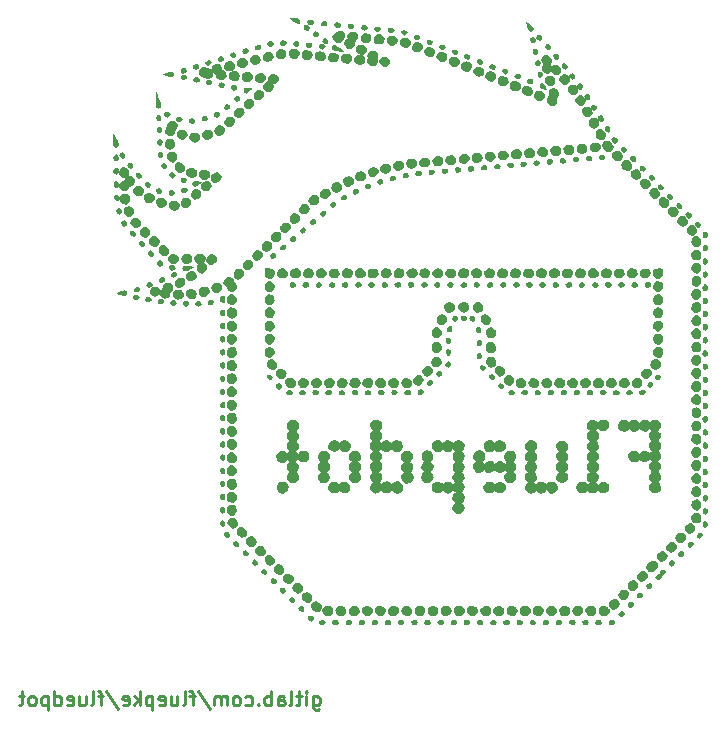
<source format=gbr>
G04 #@! TF.GenerationSoftware,KiCad,Pcbnew,5.1.6*
G04 #@! TF.CreationDate,2020-06-20T19:13:06+02:00*
G04 #@! TF.ProjectId,fluepdot,666c7565-7064-46f7-942e-6b696361645f,rev?*
G04 #@! TF.SameCoordinates,Original*
G04 #@! TF.FileFunction,Legend,Bot*
G04 #@! TF.FilePolarity,Positive*
%FSLAX46Y46*%
G04 Gerber Fmt 4.6, Leading zero omitted, Abs format (unit mm)*
G04 Created by KiCad (PCBNEW 5.1.6) date 2020-06-20 19:13:06*
%MOMM*%
%LPD*%
G01*
G04 APERTURE LIST*
%ADD10C,0.250000*%
%ADD11C,0.010000*%
G04 APERTURE END LIST*
D10*
X56090885Y-178434857D02*
X56090885Y-179406285D01*
X56148028Y-179520571D01*
X56205171Y-179577714D01*
X56319457Y-179634857D01*
X56490885Y-179634857D01*
X56605171Y-179577714D01*
X56090885Y-179177714D02*
X56205171Y-179234857D01*
X56433742Y-179234857D01*
X56548028Y-179177714D01*
X56605171Y-179120571D01*
X56662314Y-179006285D01*
X56662314Y-178663428D01*
X56605171Y-178549142D01*
X56548028Y-178492000D01*
X56433742Y-178434857D01*
X56205171Y-178434857D01*
X56090885Y-178492000D01*
X55519457Y-179234857D02*
X55519457Y-178434857D01*
X55519457Y-178034857D02*
X55576600Y-178092000D01*
X55519457Y-178149142D01*
X55462314Y-178092000D01*
X55519457Y-178034857D01*
X55519457Y-178149142D01*
X55119457Y-178434857D02*
X54662314Y-178434857D01*
X54948028Y-178034857D02*
X54948028Y-179063428D01*
X54890885Y-179177714D01*
X54776600Y-179234857D01*
X54662314Y-179234857D01*
X54090885Y-179234857D02*
X54205171Y-179177714D01*
X54262314Y-179063428D01*
X54262314Y-178034857D01*
X53119457Y-179234857D02*
X53119457Y-178606285D01*
X53176600Y-178492000D01*
X53290885Y-178434857D01*
X53519457Y-178434857D01*
X53633742Y-178492000D01*
X53119457Y-179177714D02*
X53233742Y-179234857D01*
X53519457Y-179234857D01*
X53633742Y-179177714D01*
X53690885Y-179063428D01*
X53690885Y-178949142D01*
X53633742Y-178834857D01*
X53519457Y-178777714D01*
X53233742Y-178777714D01*
X53119457Y-178720571D01*
X52548028Y-179234857D02*
X52548028Y-178034857D01*
X52548028Y-178492000D02*
X52433742Y-178434857D01*
X52205171Y-178434857D01*
X52090885Y-178492000D01*
X52033742Y-178549142D01*
X51976600Y-178663428D01*
X51976600Y-179006285D01*
X52033742Y-179120571D01*
X52090885Y-179177714D01*
X52205171Y-179234857D01*
X52433742Y-179234857D01*
X52548028Y-179177714D01*
X51462314Y-179120571D02*
X51405171Y-179177714D01*
X51462314Y-179234857D01*
X51519457Y-179177714D01*
X51462314Y-179120571D01*
X51462314Y-179234857D01*
X50376600Y-179177714D02*
X50490885Y-179234857D01*
X50719457Y-179234857D01*
X50833742Y-179177714D01*
X50890885Y-179120571D01*
X50948028Y-179006285D01*
X50948028Y-178663428D01*
X50890885Y-178549142D01*
X50833742Y-178492000D01*
X50719457Y-178434857D01*
X50490885Y-178434857D01*
X50376600Y-178492000D01*
X49690885Y-179234857D02*
X49805171Y-179177714D01*
X49862314Y-179120571D01*
X49919457Y-179006285D01*
X49919457Y-178663428D01*
X49862314Y-178549142D01*
X49805171Y-178492000D01*
X49690885Y-178434857D01*
X49519457Y-178434857D01*
X49405171Y-178492000D01*
X49348028Y-178549142D01*
X49290885Y-178663428D01*
X49290885Y-179006285D01*
X49348028Y-179120571D01*
X49405171Y-179177714D01*
X49519457Y-179234857D01*
X49690885Y-179234857D01*
X48776600Y-179234857D02*
X48776600Y-178434857D01*
X48776600Y-178549142D02*
X48719457Y-178492000D01*
X48605171Y-178434857D01*
X48433742Y-178434857D01*
X48319457Y-178492000D01*
X48262314Y-178606285D01*
X48262314Y-179234857D01*
X48262314Y-178606285D02*
X48205171Y-178492000D01*
X48090885Y-178434857D01*
X47919457Y-178434857D01*
X47805171Y-178492000D01*
X47748028Y-178606285D01*
X47748028Y-179234857D01*
X46319457Y-177977714D02*
X47348028Y-179520571D01*
X46090885Y-178434857D02*
X45633742Y-178434857D01*
X45919457Y-179234857D02*
X45919457Y-178206285D01*
X45862314Y-178092000D01*
X45748028Y-178034857D01*
X45633742Y-178034857D01*
X45062314Y-179234857D02*
X45176600Y-179177714D01*
X45233742Y-179063428D01*
X45233742Y-178034857D01*
X44090885Y-178434857D02*
X44090885Y-179234857D01*
X44605171Y-178434857D02*
X44605171Y-179063428D01*
X44548028Y-179177714D01*
X44433742Y-179234857D01*
X44262314Y-179234857D01*
X44148028Y-179177714D01*
X44090885Y-179120571D01*
X43062314Y-179177714D02*
X43176600Y-179234857D01*
X43405171Y-179234857D01*
X43519457Y-179177714D01*
X43576600Y-179063428D01*
X43576600Y-178606285D01*
X43519457Y-178492000D01*
X43405171Y-178434857D01*
X43176600Y-178434857D01*
X43062314Y-178492000D01*
X43005171Y-178606285D01*
X43005171Y-178720571D01*
X43576600Y-178834857D01*
X42490885Y-178434857D02*
X42490885Y-179634857D01*
X42490885Y-178492000D02*
X42376600Y-178434857D01*
X42148028Y-178434857D01*
X42033742Y-178492000D01*
X41976600Y-178549142D01*
X41919457Y-178663428D01*
X41919457Y-179006285D01*
X41976600Y-179120571D01*
X42033742Y-179177714D01*
X42148028Y-179234857D01*
X42376600Y-179234857D01*
X42490885Y-179177714D01*
X41405171Y-179234857D02*
X41405171Y-178034857D01*
X41290885Y-178777714D02*
X40948028Y-179234857D01*
X40948028Y-178434857D02*
X41405171Y-178892000D01*
X39976600Y-179177714D02*
X40090885Y-179234857D01*
X40319457Y-179234857D01*
X40433742Y-179177714D01*
X40490885Y-179063428D01*
X40490885Y-178606285D01*
X40433742Y-178492000D01*
X40319457Y-178434857D01*
X40090885Y-178434857D01*
X39976600Y-178492000D01*
X39919457Y-178606285D01*
X39919457Y-178720571D01*
X40490885Y-178834857D01*
X38548028Y-177977714D02*
X39576600Y-179520571D01*
X38319457Y-178434857D02*
X37862314Y-178434857D01*
X38148028Y-179234857D02*
X38148028Y-178206285D01*
X38090885Y-178092000D01*
X37976600Y-178034857D01*
X37862314Y-178034857D01*
X37290885Y-179234857D02*
X37405171Y-179177714D01*
X37462314Y-179063428D01*
X37462314Y-178034857D01*
X36319457Y-178434857D02*
X36319457Y-179234857D01*
X36833742Y-178434857D02*
X36833742Y-179063428D01*
X36776600Y-179177714D01*
X36662314Y-179234857D01*
X36490885Y-179234857D01*
X36376600Y-179177714D01*
X36319457Y-179120571D01*
X35290885Y-179177714D02*
X35405171Y-179234857D01*
X35633742Y-179234857D01*
X35748028Y-179177714D01*
X35805171Y-179063428D01*
X35805171Y-178606285D01*
X35748028Y-178492000D01*
X35633742Y-178434857D01*
X35405171Y-178434857D01*
X35290885Y-178492000D01*
X35233742Y-178606285D01*
X35233742Y-178720571D01*
X35805171Y-178834857D01*
X34205171Y-179234857D02*
X34205171Y-178034857D01*
X34205171Y-179177714D02*
X34319457Y-179234857D01*
X34548028Y-179234857D01*
X34662314Y-179177714D01*
X34719457Y-179120571D01*
X34776600Y-179006285D01*
X34776600Y-178663428D01*
X34719457Y-178549142D01*
X34662314Y-178492000D01*
X34548028Y-178434857D01*
X34319457Y-178434857D01*
X34205171Y-178492000D01*
X33633742Y-178434857D02*
X33633742Y-179634857D01*
X33633742Y-178492000D02*
X33519457Y-178434857D01*
X33290885Y-178434857D01*
X33176600Y-178492000D01*
X33119457Y-178549142D01*
X33062314Y-178663428D01*
X33062314Y-179006285D01*
X33119457Y-179120571D01*
X33176600Y-179177714D01*
X33290885Y-179234857D01*
X33519457Y-179234857D01*
X33633742Y-179177714D01*
X32376600Y-179234857D02*
X32490885Y-179177714D01*
X32548028Y-179120571D01*
X32605171Y-179006285D01*
X32605171Y-178663428D01*
X32548028Y-178549142D01*
X32490885Y-178492000D01*
X32376600Y-178434857D01*
X32205171Y-178434857D01*
X32090885Y-178492000D01*
X32033742Y-178549142D01*
X31976600Y-178663428D01*
X31976600Y-179006285D01*
X32033742Y-179120571D01*
X32090885Y-179177714D01*
X32205171Y-179234857D01*
X32376600Y-179234857D01*
X31633742Y-178434857D02*
X31176600Y-178434857D01*
X31462314Y-178034857D02*
X31462314Y-179063428D01*
X31405171Y-179177714D01*
X31290885Y-179234857D01*
X31176600Y-179234857D01*
D11*
G36*
X54230520Y-121008505D02*
G01*
X54344446Y-121016252D01*
X54476820Y-121028553D01*
X54609786Y-121043923D01*
X54725492Y-121060880D01*
X54739277Y-121063292D01*
X54856538Y-121109533D01*
X54927744Y-121188805D01*
X54942410Y-121285667D01*
X54924861Y-121336638D01*
X54866703Y-121425225D01*
X54802590Y-121467793D01*
X54722526Y-121462716D01*
X54616519Y-121408364D01*
X54474576Y-121303111D01*
X54413932Y-121253427D01*
X54297074Y-121155761D01*
X54202195Y-121075724D01*
X54142530Y-121024519D01*
X54129428Y-121012609D01*
X54152896Y-121006796D01*
X54230520Y-121008505D01*
G37*
X54230520Y-121008505D02*
X54344446Y-121016252D01*
X54476820Y-121028553D01*
X54609786Y-121043923D01*
X54725492Y-121060880D01*
X54739277Y-121063292D01*
X54856538Y-121109533D01*
X54927744Y-121188805D01*
X54942410Y-121285667D01*
X54924861Y-121336638D01*
X54866703Y-121425225D01*
X54802590Y-121467793D01*
X54722526Y-121462716D01*
X54616519Y-121408364D01*
X54474576Y-121303111D01*
X54413932Y-121253427D01*
X54297074Y-121155761D01*
X54202195Y-121075724D01*
X54142530Y-121024519D01*
X54129428Y-121012609D01*
X54152896Y-121006796D01*
X54230520Y-121008505D01*
G36*
X55954980Y-121202827D02*
G01*
X56031836Y-121241877D01*
X56084081Y-121332315D01*
X56069448Y-121439054D01*
X56051294Y-121477528D01*
X55988693Y-121526935D01*
X55887836Y-121548218D01*
X55777788Y-121540364D01*
X55687611Y-121502356D01*
X55674163Y-121490694D01*
X55625836Y-121401668D01*
X55623744Y-121299787D01*
X55660685Y-121228400D01*
X55735823Y-121194639D01*
X55845036Y-121186518D01*
X55954980Y-121202827D01*
G37*
X55954980Y-121202827D02*
X56031836Y-121241877D01*
X56084081Y-121332315D01*
X56069448Y-121439054D01*
X56051294Y-121477528D01*
X55988693Y-121526935D01*
X55887836Y-121548218D01*
X55777788Y-121540364D01*
X55687611Y-121502356D01*
X55674163Y-121490694D01*
X55625836Y-121401668D01*
X55623744Y-121299787D01*
X55660685Y-121228400D01*
X55735823Y-121194639D01*
X55845036Y-121186518D01*
X55954980Y-121202827D01*
G36*
X57079586Y-121310130D02*
G01*
X57155658Y-121349718D01*
X57156694Y-121350734D01*
X57205020Y-121439760D01*
X57207112Y-121541641D01*
X57170171Y-121613028D01*
X57095033Y-121646789D01*
X56985820Y-121654910D01*
X56875876Y-121638601D01*
X56799020Y-121599551D01*
X56745805Y-121507536D01*
X56754544Y-121416314D01*
X56816138Y-121341447D01*
X56921488Y-121298496D01*
X56977857Y-121293714D01*
X57079586Y-121310130D01*
G37*
X57079586Y-121310130D02*
X57155658Y-121349718D01*
X57156694Y-121350734D01*
X57205020Y-121439760D01*
X57207112Y-121541641D01*
X57170171Y-121613028D01*
X57095033Y-121646789D01*
X56985820Y-121654910D01*
X56875876Y-121638601D01*
X56799020Y-121599551D01*
X56745805Y-121507536D01*
X56754544Y-121416314D01*
X56816138Y-121341447D01*
X56921488Y-121298496D01*
X56977857Y-121293714D01*
X57079586Y-121310130D01*
G36*
X58230407Y-121427510D02*
G01*
X58317148Y-121491899D01*
X58356256Y-121580096D01*
X58340217Y-121676458D01*
X58273543Y-121756357D01*
X58181726Y-121796161D01*
X58066054Y-121780692D01*
X58023443Y-121765175D01*
X57927350Y-121697744D01*
X57887830Y-121609267D01*
X57900748Y-121518462D01*
X57961970Y-121444047D01*
X58067359Y-121404738D01*
X58103550Y-121402571D01*
X58230407Y-121427510D01*
G37*
X58230407Y-121427510D02*
X58317148Y-121491899D01*
X58356256Y-121580096D01*
X58340217Y-121676458D01*
X58273543Y-121756357D01*
X58181726Y-121796161D01*
X58066054Y-121780692D01*
X58023443Y-121765175D01*
X57927350Y-121697744D01*
X57887830Y-121609267D01*
X57900748Y-121518462D01*
X57961970Y-121444047D01*
X58067359Y-121404738D01*
X58103550Y-121402571D01*
X58230407Y-121427510D01*
G36*
X59288504Y-121519474D02*
G01*
X59393754Y-121561038D01*
X59471560Y-121635243D01*
X59499714Y-121727085D01*
X59468063Y-121804292D01*
X59390281Y-121871394D01*
X59292127Y-121908352D01*
X59263857Y-121910571D01*
X59177210Y-121890065D01*
X59108645Y-121854085D01*
X59042666Y-121769293D01*
X59033724Y-121664984D01*
X59084148Y-121569326D01*
X59085020Y-121568449D01*
X59178147Y-121519096D01*
X59288504Y-121519474D01*
G37*
X59288504Y-121519474D02*
X59393754Y-121561038D01*
X59471560Y-121635243D01*
X59499714Y-121727085D01*
X59468063Y-121804292D01*
X59390281Y-121871394D01*
X59292127Y-121908352D01*
X59263857Y-121910571D01*
X59177210Y-121890065D01*
X59108645Y-121854085D01*
X59042666Y-121769293D01*
X59033724Y-121664984D01*
X59084148Y-121569326D01*
X59085020Y-121568449D01*
X59178147Y-121519096D01*
X59288504Y-121519474D01*
G36*
X60433604Y-121637345D02*
G01*
X60554534Y-121684957D01*
X60614109Y-121756350D01*
X60624571Y-121821708D01*
X60594472Y-121925682D01*
X60516409Y-121993548D01*
X60408730Y-122018680D01*
X60289784Y-121994452D01*
X60233502Y-121962942D01*
X60167447Y-121883716D01*
X60159001Y-121794471D01*
X60198143Y-121711510D01*
X60274853Y-121651140D01*
X60379111Y-121629663D01*
X60433604Y-121637345D01*
G37*
X60433604Y-121637345D02*
X60554534Y-121684957D01*
X60614109Y-121756350D01*
X60624571Y-121821708D01*
X60594472Y-121925682D01*
X60516409Y-121993548D01*
X60408730Y-122018680D01*
X60289784Y-121994452D01*
X60233502Y-121962942D01*
X60167447Y-121883716D01*
X60159001Y-121794471D01*
X60198143Y-121711510D01*
X60274853Y-121651140D01*
X60379111Y-121629663D01*
X60433604Y-121637345D01*
G36*
X55560604Y-121634944D02*
G01*
X55651409Y-121681634D01*
X55712196Y-121761105D01*
X55726000Y-121831579D01*
X55698867Y-121941612D01*
X55628579Y-122006128D01*
X55531802Y-122020697D01*
X55425204Y-121980885D01*
X55362648Y-121928188D01*
X55305770Y-121852651D01*
X55298743Y-121783223D01*
X55311634Y-121737688D01*
X55370362Y-121658359D01*
X55460137Y-121625649D01*
X55560604Y-121634944D01*
G37*
X55560604Y-121634944D02*
X55651409Y-121681634D01*
X55712196Y-121761105D01*
X55726000Y-121831579D01*
X55698867Y-121941612D01*
X55628579Y-122006128D01*
X55531802Y-122020697D01*
X55425204Y-121980885D01*
X55362648Y-121928188D01*
X55305770Y-121852651D01*
X55298743Y-121783223D01*
X55311634Y-121737688D01*
X55370362Y-121658359D01*
X55460137Y-121625649D01*
X55560604Y-121634944D01*
G36*
X74166802Y-121394122D02*
G01*
X74239726Y-121449566D01*
X74343170Y-121533662D01*
X74425473Y-121602980D01*
X74569915Y-121732661D01*
X74658772Y-121831928D01*
X74696643Y-121910919D01*
X74688127Y-121979772D01*
X74637822Y-122048625D01*
X74630857Y-122055714D01*
X74529093Y-122119009D01*
X74426529Y-122115070D01*
X74362265Y-122072224D01*
X74315555Y-122000295D01*
X74274460Y-121897374D01*
X74269978Y-121881724D01*
X74236812Y-121762999D01*
X74195790Y-121621739D01*
X74179636Y-121567550D01*
X74151018Y-121464150D01*
X74136350Y-121394023D01*
X74136518Y-121376815D01*
X74166802Y-121394122D01*
G37*
X74166802Y-121394122D02*
X74239726Y-121449566D01*
X74343170Y-121533662D01*
X74425473Y-121602980D01*
X74569915Y-121732661D01*
X74658772Y-121831928D01*
X74696643Y-121910919D01*
X74688127Y-121979772D01*
X74637822Y-122048625D01*
X74630857Y-122055714D01*
X74529093Y-122119009D01*
X74426529Y-122115070D01*
X74362265Y-122072224D01*
X74315555Y-122000295D01*
X74274460Y-121897374D01*
X74269978Y-121881724D01*
X74236812Y-121762999D01*
X74195790Y-121621739D01*
X74179636Y-121567550D01*
X74151018Y-121464150D01*
X74136350Y-121394023D01*
X74136518Y-121376815D01*
X74166802Y-121394122D01*
G36*
X61621677Y-121766637D02*
G01*
X61696062Y-121802596D01*
X61738512Y-121877607D01*
X61746701Y-121978883D01*
X61719294Y-122068010D01*
X61705885Y-122084742D01*
X61623811Y-122122580D01*
X61512458Y-122124405D01*
X61403979Y-122092844D01*
X61350285Y-122055714D01*
X61287401Y-121967620D01*
X61290915Y-121882841D01*
X61327930Y-121819481D01*
X61401118Y-121772136D01*
X61509612Y-121754036D01*
X61621677Y-121766637D01*
G37*
X61621677Y-121766637D02*
X61696062Y-121802596D01*
X61738512Y-121877607D01*
X61746701Y-121978883D01*
X61719294Y-122068010D01*
X61705885Y-122084742D01*
X61623811Y-122122580D01*
X61512458Y-122124405D01*
X61403979Y-122092844D01*
X61350285Y-122055714D01*
X61287401Y-121967620D01*
X61290915Y-121882841D01*
X61327930Y-121819481D01*
X61401118Y-121772136D01*
X61509612Y-121754036D01*
X61621677Y-121766637D01*
G36*
X62787268Y-121908383D02*
G01*
X62871953Y-121971790D01*
X62910180Y-122055412D01*
X62910571Y-122065051D01*
X62878880Y-122149197D01*
X62797624Y-122208550D01*
X62687534Y-122236362D01*
X62569336Y-122225883D01*
X62502357Y-122197950D01*
X62454562Y-122133859D01*
X62439960Y-122038864D01*
X62461033Y-121947814D01*
X62482400Y-121917828D01*
X62569698Y-121873565D01*
X62678918Y-121873029D01*
X62787268Y-121908383D01*
G37*
X62787268Y-121908383D02*
X62871953Y-121971790D01*
X62910180Y-122055412D01*
X62910571Y-122065051D01*
X62878880Y-122149197D01*
X62797624Y-122208550D01*
X62687534Y-122236362D01*
X62569336Y-122225883D01*
X62502357Y-122197950D01*
X62454562Y-122133859D01*
X62439960Y-122038864D01*
X62461033Y-121947814D01*
X62482400Y-121917828D01*
X62569698Y-121873565D01*
X62678918Y-121873029D01*
X62787268Y-121908383D01*
G36*
X63791814Y-122064293D02*
G01*
X63906535Y-122110910D01*
X63951762Y-122144309D01*
X64016626Y-122206639D01*
X64032489Y-122254359D01*
X64006857Y-122318396D01*
X63997998Y-122334809D01*
X63915163Y-122421950D01*
X63801924Y-122446883D01*
X63672571Y-122408970D01*
X63599192Y-122337005D01*
X63567166Y-122235705D01*
X63583768Y-122136019D01*
X63601821Y-122107948D01*
X63682306Y-122062481D01*
X63791814Y-122064293D01*
G37*
X63791814Y-122064293D02*
X63906535Y-122110910D01*
X63951762Y-122144309D01*
X64016626Y-122206639D01*
X64032489Y-122254359D01*
X64006857Y-122318396D01*
X63997998Y-122334809D01*
X63915163Y-122421950D01*
X63801924Y-122446883D01*
X63672571Y-122408970D01*
X63599192Y-122337005D01*
X63567166Y-122235705D01*
X63583768Y-122136019D01*
X63601821Y-122107948D01*
X63682306Y-122062481D01*
X63791814Y-122064293D01*
G36*
X56334465Y-122177210D02*
G01*
X56404694Y-122223333D01*
X56485152Y-122312884D01*
X56519680Y-122415160D01*
X56504191Y-122508207D01*
X56466034Y-122552853D01*
X56365791Y-122596162D01*
X56261542Y-122574656D01*
X56182461Y-122523218D01*
X56107172Y-122428664D01*
X56099065Y-122327725D01*
X56156988Y-122236650D01*
X56205122Y-122202746D01*
X56277748Y-122169802D01*
X56334465Y-122177210D01*
G37*
X56334465Y-122177210D02*
X56404694Y-122223333D01*
X56485152Y-122312884D01*
X56519680Y-122415160D01*
X56504191Y-122508207D01*
X56466034Y-122552853D01*
X56365791Y-122596162D01*
X56261542Y-122574656D01*
X56182461Y-122523218D01*
X56107172Y-122428664D01*
X56099065Y-122327725D01*
X56156988Y-122236650D01*
X56205122Y-122202746D01*
X56277748Y-122169802D01*
X56334465Y-122177210D01*
G36*
X64997440Y-122507996D02*
G01*
X65070659Y-122577545D01*
X65087714Y-122656279D01*
X65059223Y-122764331D01*
X64984763Y-122830097D01*
X64880848Y-122848196D01*
X64763996Y-122813249D01*
X64711607Y-122778795D01*
X64635399Y-122686339D01*
X64621950Y-122593127D01*
X64663459Y-122515368D01*
X64752123Y-122469274D01*
X64861409Y-122467521D01*
X64997440Y-122507996D01*
G37*
X64997440Y-122507996D02*
X65070659Y-122577545D01*
X65087714Y-122656279D01*
X65059223Y-122764331D01*
X64984763Y-122830097D01*
X64880848Y-122848196D01*
X64763996Y-122813249D01*
X64711607Y-122778795D01*
X64635399Y-122686339D01*
X64621950Y-122593127D01*
X64663459Y-122515368D01*
X64752123Y-122469274D01*
X64861409Y-122467521D01*
X64997440Y-122507996D01*
G36*
X75280029Y-122489590D02*
G01*
X75363457Y-122556966D01*
X75417782Y-122649627D01*
X75429143Y-122718990D01*
X75401756Y-122818247D01*
X75331468Y-122873874D01*
X75236089Y-122882000D01*
X75133427Y-122838757D01*
X75082696Y-122794273D01*
X75011350Y-122697202D01*
X74998827Y-122610269D01*
X75031276Y-122525043D01*
X75096323Y-122465041D01*
X75185112Y-122456086D01*
X75280029Y-122489590D01*
G37*
X75280029Y-122489590D02*
X75363457Y-122556966D01*
X75417782Y-122649627D01*
X75429143Y-122718990D01*
X75401756Y-122818247D01*
X75331468Y-122873874D01*
X75236089Y-122882000D01*
X75133427Y-122838757D01*
X75082696Y-122794273D01*
X75011350Y-122697202D01*
X74998827Y-122610269D01*
X75031276Y-122525043D01*
X75096323Y-122465041D01*
X75185112Y-122456086D01*
X75280029Y-122489590D01*
G36*
X60676067Y-122345032D02*
G01*
X60818818Y-122423762D01*
X60912714Y-122539887D01*
X60953395Y-122677393D01*
X60936499Y-122820266D01*
X60857666Y-122952492D01*
X60845077Y-122965648D01*
X60770058Y-123029673D01*
X60692147Y-123061381D01*
X60580919Y-123071367D01*
X60540485Y-123071714D01*
X60412675Y-123065338D01*
X60325236Y-123039080D01*
X60246550Y-122982246D01*
X60229266Y-122966441D01*
X60150532Y-122874905D01*
X60119552Y-122777091D01*
X60116571Y-122715225D01*
X60148122Y-122554572D01*
X60234278Y-122429381D01*
X60362296Y-122348085D01*
X60519433Y-122319116D01*
X60676067Y-122345032D01*
G37*
X60676067Y-122345032D02*
X60818818Y-122423762D01*
X60912714Y-122539887D01*
X60953395Y-122677393D01*
X60936499Y-122820266D01*
X60857666Y-122952492D01*
X60845077Y-122965648D01*
X60770058Y-123029673D01*
X60692147Y-123061381D01*
X60580919Y-123071367D01*
X60540485Y-123071714D01*
X60412675Y-123065338D01*
X60325236Y-123039080D01*
X60246550Y-122982246D01*
X60229266Y-122966441D01*
X60150532Y-122874905D01*
X60119552Y-122777091D01*
X60116571Y-122715225D01*
X60148122Y-122554572D01*
X60234278Y-122429381D01*
X60362296Y-122348085D01*
X60519433Y-122319116D01*
X60676067Y-122345032D01*
G36*
X58485863Y-122148211D02*
G01*
X58614275Y-122216666D01*
X58656071Y-122255409D01*
X58730795Y-122390327D01*
X58734463Y-122538993D01*
X58667149Y-122700762D01*
X58593477Y-122802930D01*
X58452165Y-122953953D01*
X58324375Y-123041079D01*
X58197563Y-123068137D01*
X58059187Y-123038959D01*
X57963825Y-122995226D01*
X57840086Y-122896414D01*
X57759248Y-122763781D01*
X57732796Y-122619278D01*
X57739318Y-122566166D01*
X57781837Y-122480064D01*
X57866049Y-122373506D01*
X57972754Y-122265512D01*
X58082751Y-122175105D01*
X58176839Y-122121306D01*
X58193428Y-122116288D01*
X58334645Y-122111463D01*
X58485863Y-122148211D01*
G37*
X58485863Y-122148211D02*
X58614275Y-122216666D01*
X58656071Y-122255409D01*
X58730795Y-122390327D01*
X58734463Y-122538993D01*
X58667149Y-122700762D01*
X58593477Y-122802930D01*
X58452165Y-122953953D01*
X58324375Y-123041079D01*
X58197563Y-123068137D01*
X58059187Y-123038959D01*
X57963825Y-122995226D01*
X57840086Y-122896414D01*
X57759248Y-122763781D01*
X57732796Y-122619278D01*
X57739318Y-122566166D01*
X57781837Y-122480064D01*
X57866049Y-122373506D01*
X57972754Y-122265512D01*
X58082751Y-122175105D01*
X58176839Y-122121306D01*
X58193428Y-122116288D01*
X58334645Y-122111463D01*
X58485863Y-122148211D01*
G36*
X74805645Y-122682783D02*
G01*
X74807627Y-122685101D01*
X74864165Y-122797283D01*
X74870410Y-122918718D01*
X74825674Y-123021181D01*
X74816065Y-123031648D01*
X74726560Y-123097028D01*
X74643167Y-123096934D01*
X74582535Y-123062523D01*
X74524504Y-122983753D01*
X74496949Y-122873976D01*
X74503662Y-122765041D01*
X74539011Y-122697029D01*
X74627546Y-122646802D01*
X74727167Y-122641577D01*
X74805645Y-122682783D01*
G37*
X74805645Y-122682783D02*
X74807627Y-122685101D01*
X74864165Y-122797283D01*
X74870410Y-122918718D01*
X74825674Y-123021181D01*
X74816065Y-123031648D01*
X74726560Y-123097028D01*
X74643167Y-123096934D01*
X74582535Y-123062523D01*
X74524504Y-122983753D01*
X74496949Y-122873976D01*
X74503662Y-122765041D01*
X74539011Y-122697029D01*
X74627546Y-122646802D01*
X74727167Y-122641577D01*
X74805645Y-122682783D01*
G36*
X61834771Y-122464566D02*
G01*
X61945597Y-122544561D01*
X62025433Y-122651773D01*
X62065978Y-122776143D01*
X62058929Y-122907612D01*
X61995985Y-123036121D01*
X61917538Y-123116264D01*
X61811534Y-123164178D01*
X61670165Y-123181413D01*
X61523650Y-123168365D01*
X61402208Y-123125426D01*
X61378233Y-123109230D01*
X61272064Y-122986784D01*
X61224824Y-122844582D01*
X61235930Y-122699789D01*
X61304795Y-122569577D01*
X61399383Y-122488470D01*
X61553363Y-122426462D01*
X61701259Y-122421847D01*
X61834771Y-122464566D01*
G37*
X61834771Y-122464566D02*
X61945597Y-122544561D01*
X62025433Y-122651773D01*
X62065978Y-122776143D01*
X62058929Y-122907612D01*
X61995985Y-123036121D01*
X61917538Y-123116264D01*
X61811534Y-123164178D01*
X61670165Y-123181413D01*
X61523650Y-123168365D01*
X61402208Y-123125426D01*
X61378233Y-123109230D01*
X61272064Y-122986784D01*
X61224824Y-122844582D01*
X61235930Y-122699789D01*
X61304795Y-122569577D01*
X61399383Y-122488470D01*
X61553363Y-122426462D01*
X61701259Y-122421847D01*
X61834771Y-122464566D01*
G36*
X57227634Y-122804746D02*
G01*
X57292665Y-122882874D01*
X57319079Y-122975647D01*
X57296864Y-123066639D01*
X57243965Y-123122657D01*
X57178202Y-123165416D01*
X57130443Y-123173443D01*
X57066972Y-123147072D01*
X57025706Y-123124836D01*
X56935906Y-123047075D01*
X56895451Y-122951146D01*
X56904552Y-122856723D01*
X56963420Y-122783484D01*
X57021773Y-122758128D01*
X57134000Y-122757689D01*
X57227634Y-122804746D01*
G37*
X57227634Y-122804746D02*
X57292665Y-122882874D01*
X57319079Y-122975647D01*
X57296864Y-123066639D01*
X57243965Y-123122657D01*
X57178202Y-123165416D01*
X57130443Y-123173443D01*
X57066972Y-123147072D01*
X57025706Y-123124836D01*
X56935906Y-123047075D01*
X56895451Y-122951146D01*
X56904552Y-122856723D01*
X56963420Y-122783484D01*
X57021773Y-122758128D01*
X57134000Y-122757689D01*
X57227634Y-122804746D01*
G36*
X65956215Y-122876711D02*
G01*
X66016223Y-122902658D01*
X66100375Y-122951293D01*
X66133066Y-123004383D01*
X66133191Y-123077159D01*
X66100864Y-123177589D01*
X66048013Y-123239201D01*
X65987886Y-123266760D01*
X65922718Y-123258229D01*
X65848441Y-123225176D01*
X65757991Y-123165002D01*
X65718113Y-123088516D01*
X65711363Y-123044760D01*
X65714492Y-122955284D01*
X65757332Y-122903543D01*
X65793967Y-122884284D01*
X65873588Y-122861382D01*
X65956215Y-122876711D01*
G37*
X65956215Y-122876711D02*
X66016223Y-122902658D01*
X66100375Y-122951293D01*
X66133066Y-123004383D01*
X66133191Y-123077159D01*
X66100864Y-123177589D01*
X66048013Y-123239201D01*
X65987886Y-123266760D01*
X65922718Y-123258229D01*
X65848441Y-123225176D01*
X65757991Y-123165002D01*
X65718113Y-123088516D01*
X65711363Y-123044760D01*
X65714492Y-122955284D01*
X65757332Y-122903543D01*
X65793967Y-122884284D01*
X65873588Y-122861382D01*
X65956215Y-122876711D01*
G36*
X62896709Y-122553341D02*
G01*
X63040368Y-122628377D01*
X63131221Y-122748488D01*
X63164503Y-122909624D01*
X63164571Y-122918062D01*
X63152126Y-123040615D01*
X63104285Y-123132725D01*
X63058505Y-123183362D01*
X62980029Y-123249408D01*
X62897485Y-123280850D01*
X62778464Y-123289384D01*
X62764591Y-123289428D01*
X62642906Y-123282970D01*
X62558913Y-123254507D01*
X62478217Y-123190404D01*
X62453371Y-123166057D01*
X62369565Y-123065688D01*
X62334190Y-122969854D01*
X62330000Y-122908428D01*
X62362607Y-122770409D01*
X62448101Y-122648378D01*
X62567989Y-122561123D01*
X62703780Y-122527431D01*
X62705009Y-122527428D01*
X62896709Y-122553341D01*
G37*
X62896709Y-122553341D02*
X63040368Y-122628377D01*
X63131221Y-122748488D01*
X63164503Y-122909624D01*
X63164571Y-122918062D01*
X63152126Y-123040615D01*
X63104285Y-123132725D01*
X63058505Y-123183362D01*
X62980029Y-123249408D01*
X62897485Y-123280850D01*
X62778464Y-123289384D01*
X62764591Y-123289428D01*
X62642906Y-123282970D01*
X62558913Y-123254507D01*
X62478217Y-123190404D01*
X62453371Y-123166057D01*
X62369565Y-123065688D01*
X62334190Y-122969854D01*
X62330000Y-122908428D01*
X62362607Y-122770409D01*
X62448101Y-122648378D01*
X62567989Y-122561123D01*
X62703780Y-122527431D01*
X62705009Y-122527428D01*
X62896709Y-122553341D01*
G36*
X53658023Y-122947433D02*
G01*
X53741373Y-123010308D01*
X53766571Y-123107219D01*
X53736652Y-123219909D01*
X53656654Y-123292153D01*
X53541216Y-123316340D01*
X53415976Y-123289478D01*
X53336462Y-123227220D01*
X53308633Y-123140165D01*
X53327010Y-123048228D01*
X53386117Y-122971324D01*
X53480475Y-122929368D01*
X53515793Y-122926571D01*
X53658023Y-122947433D01*
G37*
X53658023Y-122947433D02*
X53741373Y-123010308D01*
X53766571Y-123107219D01*
X53736652Y-123219909D01*
X53656654Y-123292153D01*
X53541216Y-123316340D01*
X53415976Y-123289478D01*
X53336462Y-123227220D01*
X53308633Y-123140165D01*
X53327010Y-123048228D01*
X53386117Y-122971324D01*
X53480475Y-122929368D01*
X53515793Y-122926571D01*
X53658023Y-122947433D01*
G36*
X54699052Y-123014606D02*
G01*
X54793177Y-123071790D01*
X54848438Y-123165661D01*
X54855143Y-123217638D01*
X54824523Y-123313796D01*
X54746142Y-123377475D01*
X54640218Y-123401601D01*
X54526969Y-123379100D01*
X54476542Y-123350098D01*
X54423791Y-123272221D01*
X54414173Y-123169853D01*
X54447687Y-123076868D01*
X54476542Y-123047329D01*
X54586646Y-123003366D01*
X54699052Y-123014606D01*
G37*
X54699052Y-123014606D02*
X54793177Y-123071790D01*
X54848438Y-123165661D01*
X54855143Y-123217638D01*
X54824523Y-123313796D01*
X54746142Y-123377475D01*
X54640218Y-123401601D01*
X54526969Y-123379100D01*
X54476542Y-123350098D01*
X54423791Y-123272221D01*
X54414173Y-123169853D01*
X54447687Y-123076868D01*
X54476542Y-123047329D01*
X54586646Y-123003366D01*
X54699052Y-123014606D01*
G36*
X52566426Y-123023342D02*
G01*
X52604753Y-123052960D01*
X52667242Y-123148342D01*
X52667072Y-123249985D01*
X52604796Y-123336341D01*
X52597354Y-123341799D01*
X52475515Y-123391983D01*
X52353417Y-123384105D01*
X52259720Y-123324615D01*
X52212439Y-123229777D01*
X52229394Y-123136085D01*
X52303656Y-123058923D01*
X52396841Y-123020122D01*
X52497874Y-123004087D01*
X52566426Y-123023342D01*
G37*
X52566426Y-123023342D02*
X52604753Y-123052960D01*
X52667242Y-123148342D01*
X52667072Y-123249985D01*
X52604796Y-123336341D01*
X52597354Y-123341799D01*
X52475515Y-123391983D01*
X52353417Y-123384105D01*
X52259720Y-123324615D01*
X52212439Y-123229777D01*
X52229394Y-123136085D01*
X52303656Y-123058923D01*
X52396841Y-123020122D01*
X52497874Y-123004087D01*
X52566426Y-123023342D01*
G36*
X63918230Y-122707236D02*
G01*
X63963208Y-122719303D01*
X64118849Y-122794120D01*
X64223863Y-122905236D01*
X64274358Y-123038696D01*
X64266443Y-123180541D01*
X64196224Y-123316817D01*
X64144973Y-123371071D01*
X64015257Y-123449993D01*
X63865502Y-123466059D01*
X63686727Y-123420034D01*
X63666328Y-123411806D01*
X63546461Y-123328168D01*
X63457825Y-123202870D01*
X63419114Y-123063370D01*
X63418707Y-123048087D01*
X63449233Y-122934585D01*
X63526492Y-122821433D01*
X63629640Y-122735437D01*
X63679645Y-122712510D01*
X63793056Y-122691185D01*
X63918230Y-122707236D01*
G37*
X63918230Y-122707236D02*
X63963208Y-122719303D01*
X64118849Y-122794120D01*
X64223863Y-122905236D01*
X64274358Y-123038696D01*
X64266443Y-123180541D01*
X64196224Y-123316817D01*
X64144973Y-123371071D01*
X64015257Y-123449993D01*
X63865502Y-123466059D01*
X63686727Y-123420034D01*
X63666328Y-123411806D01*
X63546461Y-123328168D01*
X63457825Y-123202870D01*
X63419114Y-123063370D01*
X63418707Y-123048087D01*
X63449233Y-122934585D01*
X63526492Y-122821433D01*
X63629640Y-122735437D01*
X63679645Y-122712510D01*
X63793056Y-122691185D01*
X63918230Y-122707236D01*
G36*
X55810455Y-123130805D02*
G01*
X55905527Y-123183294D01*
X55945359Y-123239327D01*
X55958351Y-123351033D01*
X55915809Y-123438524D01*
X55833195Y-123492633D01*
X55725970Y-123504194D01*
X55609593Y-123464039D01*
X55588931Y-123450656D01*
X55524651Y-123370813D01*
X55507660Y-123272498D01*
X55538335Y-123183045D01*
X55584678Y-123142241D01*
X55694284Y-123114638D01*
X55810455Y-123130805D01*
G37*
X55810455Y-123130805D02*
X55905527Y-123183294D01*
X55945359Y-123239327D01*
X55958351Y-123351033D01*
X55915809Y-123438524D01*
X55833195Y-123492633D01*
X55725970Y-123504194D01*
X55609593Y-123464039D01*
X55588931Y-123450656D01*
X55524651Y-123370813D01*
X55507660Y-123272498D01*
X55538335Y-123183045D01*
X55584678Y-123142241D01*
X55694284Y-123114638D01*
X55810455Y-123130805D01*
G36*
X59599378Y-122242922D02*
G01*
X59730916Y-122326721D01*
X59814930Y-122446065D01*
X59847180Y-122585677D01*
X59830436Y-122726040D01*
X59767465Y-122847635D01*
X59661036Y-122930944D01*
X59644212Y-122937922D01*
X59582079Y-122967016D01*
X59555311Y-123007535D01*
X59554377Y-123083309D01*
X59561084Y-123145782D01*
X59567918Y-123258802D01*
X59547633Y-123336953D01*
X59489639Y-123416032D01*
X59476903Y-123430331D01*
X59341139Y-123531603D01*
X59183387Y-123567595D01*
X59018829Y-123535091D01*
X59006779Y-123529867D01*
X58863497Y-123431592D01*
X58769991Y-123295932D01*
X58737714Y-123144285D01*
X58765034Y-123005484D01*
X58836576Y-122884809D01*
X58936708Y-122806823D01*
X58957494Y-122798916D01*
X59005888Y-122769874D01*
X59015796Y-122711103D01*
X59007764Y-122656036D01*
X59011219Y-122508133D01*
X59071327Y-122383383D01*
X59174143Y-122288136D01*
X59305720Y-122228743D01*
X59452114Y-122211555D01*
X59599378Y-122242922D01*
G37*
X59599378Y-122242922D02*
X59730916Y-122326721D01*
X59814930Y-122446065D01*
X59847180Y-122585677D01*
X59830436Y-122726040D01*
X59767465Y-122847635D01*
X59661036Y-122930944D01*
X59644212Y-122937922D01*
X59582079Y-122967016D01*
X59555311Y-123007535D01*
X59554377Y-123083309D01*
X59561084Y-123145782D01*
X59567918Y-123258802D01*
X59547633Y-123336953D01*
X59489639Y-123416032D01*
X59476903Y-123430331D01*
X59341139Y-123531603D01*
X59183387Y-123567595D01*
X59018829Y-123535091D01*
X59006779Y-123529867D01*
X58863497Y-123431592D01*
X58769991Y-123295932D01*
X58737714Y-123144285D01*
X58765034Y-123005484D01*
X58836576Y-122884809D01*
X58936708Y-122806823D01*
X58957494Y-122798916D01*
X59005888Y-122769874D01*
X59015796Y-122711103D01*
X59007764Y-122656036D01*
X59011219Y-122508133D01*
X59071327Y-122383383D01*
X59174143Y-122288136D01*
X59305720Y-122228743D01*
X59452114Y-122211555D01*
X59599378Y-122242922D01*
G36*
X56919575Y-123242073D02*
G01*
X57009906Y-123304519D01*
X57063207Y-123384390D01*
X57068571Y-123416428D01*
X57037994Y-123494384D01*
X56964243Y-123567317D01*
X56874290Y-123611599D01*
X56840788Y-123616000D01*
X56747144Y-123595196D01*
X56677502Y-123559514D01*
X56609131Y-123477322D01*
X56598981Y-123383348D01*
X56639424Y-123296309D01*
X56722830Y-123234923D01*
X56817163Y-123216857D01*
X56919575Y-123242073D01*
G37*
X56919575Y-123242073D02*
X57009906Y-123304519D01*
X57063207Y-123384390D01*
X57068571Y-123416428D01*
X57037994Y-123494384D01*
X56964243Y-123567317D01*
X56874290Y-123611599D01*
X56840788Y-123616000D01*
X56747144Y-123595196D01*
X56677502Y-123559514D01*
X56609131Y-123477322D01*
X56598981Y-123383348D01*
X56639424Y-123296309D01*
X56722830Y-123234923D01*
X56817163Y-123216857D01*
X56919575Y-123242073D01*
G36*
X76020806Y-123253322D02*
G01*
X76108674Y-123342373D01*
X76132124Y-123372829D01*
X76176812Y-123478038D01*
X76161378Y-123572172D01*
X76098140Y-123639853D01*
X75999420Y-123665700D01*
X75910947Y-123648917D01*
X75820809Y-123585870D01*
X75768157Y-123491164D01*
X75756365Y-123386871D01*
X75788805Y-123295059D01*
X75849246Y-123245256D01*
X75939550Y-123223303D01*
X76020806Y-123253322D01*
G37*
X76020806Y-123253322D02*
X76108674Y-123342373D01*
X76132124Y-123372829D01*
X76176812Y-123478038D01*
X76161378Y-123572172D01*
X76098140Y-123639853D01*
X75999420Y-123665700D01*
X75910947Y-123648917D01*
X75820809Y-123585870D01*
X75768157Y-123491164D01*
X75756365Y-123386871D01*
X75788805Y-123295059D01*
X75849246Y-123245256D01*
X75939550Y-123223303D01*
X76020806Y-123253322D01*
G36*
X67059125Y-123297398D02*
G01*
X67157461Y-123358380D01*
X67218782Y-123448355D01*
X67228571Y-123504757D01*
X67201620Y-123563404D01*
X67139588Y-123629900D01*
X67070705Y-123677430D01*
X67038071Y-123685706D01*
X66963503Y-123670971D01*
X66938285Y-123662829D01*
X66829386Y-123596703D01*
X66769906Y-123506963D01*
X66764569Y-123410924D01*
X66818098Y-123325896D01*
X66841533Y-123308190D01*
X66946305Y-123276854D01*
X67059125Y-123297398D01*
G37*
X67059125Y-123297398D02*
X67157461Y-123358380D01*
X67218782Y-123448355D01*
X67228571Y-123504757D01*
X67201620Y-123563404D01*
X67139588Y-123629900D01*
X67070705Y-123677430D01*
X67038071Y-123685706D01*
X66963503Y-123670971D01*
X66938285Y-123662829D01*
X66829386Y-123596703D01*
X66769906Y-123506963D01*
X66764569Y-123410924D01*
X66818098Y-123325896D01*
X66841533Y-123308190D01*
X66946305Y-123276854D01*
X67059125Y-123297398D01*
G36*
X51501197Y-123308059D02*
G01*
X51586717Y-123358989D01*
X51625350Y-123438833D01*
X51611298Y-123530612D01*
X51538762Y-123617349D01*
X51492028Y-123646853D01*
X51361887Y-123686062D01*
X51250432Y-123661745D01*
X51211020Y-123631551D01*
X51157246Y-123537951D01*
X51166607Y-123442931D01*
X51231577Y-123361610D01*
X51344628Y-123309103D01*
X51374590Y-123303020D01*
X51501197Y-123308059D01*
G37*
X51501197Y-123308059D02*
X51586717Y-123358989D01*
X51625350Y-123438833D01*
X51611298Y-123530612D01*
X51538762Y-123617349D01*
X51492028Y-123646853D01*
X51361887Y-123686062D01*
X51250432Y-123661745D01*
X51211020Y-123631551D01*
X51157246Y-123537951D01*
X51166607Y-123442931D01*
X51231577Y-123361610D01*
X51344628Y-123309103D01*
X51374590Y-123303020D01*
X51501197Y-123308059D01*
G36*
X57924319Y-123335227D02*
G01*
X58023561Y-123382067D01*
X58160787Y-123464903D01*
X58283046Y-123544378D01*
X58427538Y-123641009D01*
X58546988Y-123723560D01*
X58629890Y-123783883D01*
X58664736Y-123813827D01*
X58665142Y-123814961D01*
X58656071Y-123829625D01*
X58618835Y-123822910D01*
X58524150Y-123807649D01*
X58386329Y-123786107D01*
X58219684Y-123760550D01*
X58219462Y-123760516D01*
X58047211Y-123731403D01*
X57898570Y-123700863D01*
X57789923Y-123672620D01*
X57738676Y-123651306D01*
X57697547Y-123579927D01*
X57687403Y-123483391D01*
X57709270Y-123397975D01*
X57730785Y-123372075D01*
X57790302Y-123334090D01*
X57850690Y-123320521D01*
X57924319Y-123335227D01*
G37*
X57924319Y-123335227D02*
X58023561Y-123382067D01*
X58160787Y-123464903D01*
X58283046Y-123544378D01*
X58427538Y-123641009D01*
X58546988Y-123723560D01*
X58629890Y-123783883D01*
X58664736Y-123813827D01*
X58665142Y-123814961D01*
X58656071Y-123829625D01*
X58618835Y-123822910D01*
X58524150Y-123807649D01*
X58386329Y-123786107D01*
X58219684Y-123760550D01*
X58219462Y-123760516D01*
X58047211Y-123731403D01*
X57898570Y-123700863D01*
X57789923Y-123672620D01*
X57738676Y-123651306D01*
X57697547Y-123579927D01*
X57687403Y-123483391D01*
X57709270Y-123397975D01*
X57730785Y-123372075D01*
X57790302Y-123334090D01*
X57850690Y-123320521D01*
X57924319Y-123335227D01*
G36*
X65098439Y-123134348D02*
G01*
X65117112Y-123145216D01*
X65238420Y-123254139D01*
X65303964Y-123387965D01*
X65314061Y-123530346D01*
X65269027Y-123664934D01*
X65169176Y-123775382D01*
X65104191Y-123813929D01*
X65005168Y-123854853D01*
X64925261Y-123864395D01*
X64834753Y-123841386D01*
X64736335Y-123799483D01*
X64590584Y-123701882D01*
X64502508Y-123574318D01*
X64476653Y-123428914D01*
X64517568Y-123277795D01*
X64531282Y-123252762D01*
X64636358Y-123140121D01*
X64777068Y-123080790D01*
X64936674Y-123077841D01*
X65098439Y-123134348D01*
G37*
X65098439Y-123134348D02*
X65117112Y-123145216D01*
X65238420Y-123254139D01*
X65303964Y-123387965D01*
X65314061Y-123530346D01*
X65269027Y-123664934D01*
X65169176Y-123775382D01*
X65104191Y-123813929D01*
X65005168Y-123854853D01*
X64925261Y-123864395D01*
X64834753Y-123841386D01*
X64736335Y-123799483D01*
X64590584Y-123701882D01*
X64502508Y-123574318D01*
X64476653Y-123428914D01*
X64517568Y-123277795D01*
X64531282Y-123252762D01*
X64636358Y-123140121D01*
X64777068Y-123080790D01*
X64936674Y-123077841D01*
X65098439Y-123134348D01*
G36*
X50464035Y-123634304D02*
G01*
X50516408Y-123673020D01*
X50570015Y-123766595D01*
X50560664Y-123861812D01*
X50495932Y-123943248D01*
X50383396Y-123995482D01*
X50355174Y-124001172D01*
X50251661Y-124004742D01*
X50179786Y-123966946D01*
X50160492Y-123947377D01*
X50114960Y-123856686D01*
X50126953Y-123766695D01*
X50182164Y-123688432D01*
X50266286Y-123632927D01*
X50365012Y-123611208D01*
X50464035Y-123634304D01*
G37*
X50464035Y-123634304D02*
X50516408Y-123673020D01*
X50570015Y-123766595D01*
X50560664Y-123861812D01*
X50495932Y-123943248D01*
X50383396Y-123995482D01*
X50355174Y-124001172D01*
X50251661Y-124004742D01*
X50179786Y-123966946D01*
X50160492Y-123947377D01*
X50114960Y-123856686D01*
X50126953Y-123766695D01*
X50182164Y-123688432D01*
X50266286Y-123632927D01*
X50365012Y-123611208D01*
X50464035Y-123634304D01*
G36*
X74987798Y-123648039D02*
G01*
X75036588Y-123716132D01*
X75053242Y-123761142D01*
X75072921Y-123897354D01*
X75030406Y-123997306D01*
X74965668Y-124045693D01*
X74885661Y-124064829D01*
X74848571Y-124060494D01*
X74758703Y-123996140D01*
X74709733Y-123882084D01*
X74703428Y-123813079D01*
X74727940Y-123695414D01*
X74800557Y-123631874D01*
X74909877Y-123622449D01*
X74987798Y-123648039D01*
G37*
X74987798Y-123648039D02*
X75036588Y-123716132D01*
X75053242Y-123761142D01*
X75072921Y-123897354D01*
X75030406Y-123997306D01*
X74965668Y-124045693D01*
X74885661Y-124064829D01*
X74848571Y-124060494D01*
X74758703Y-123996140D01*
X74709733Y-123882084D01*
X74703428Y-123813079D01*
X74727940Y-123695414D01*
X74800557Y-123631874D01*
X74909877Y-123622449D01*
X74987798Y-123648039D01*
G36*
X68092589Y-123704419D02*
G01*
X68205592Y-123746792D01*
X68232041Y-123765801D01*
X68271128Y-123837729D01*
X68278045Y-123936887D01*
X68252069Y-124025103D01*
X68237314Y-124044171D01*
X68151841Y-124083306D01*
X68038855Y-124076827D01*
X67925127Y-124027281D01*
X67904750Y-124012509D01*
X67825615Y-123921559D01*
X67818920Y-123830606D01*
X67880729Y-123743891D01*
X67973807Y-123702797D01*
X68092589Y-123704419D01*
G37*
X68092589Y-123704419D02*
X68205592Y-123746792D01*
X68232041Y-123765801D01*
X68271128Y-123837729D01*
X68278045Y-123936887D01*
X68252069Y-124025103D01*
X68237314Y-124044171D01*
X68151841Y-124083306D01*
X68038855Y-124076827D01*
X67925127Y-124027281D01*
X67904750Y-124012509D01*
X67825615Y-123921559D01*
X67818920Y-123830606D01*
X67880729Y-123743891D01*
X67973807Y-123702797D01*
X68092589Y-123704419D01*
G36*
X60290138Y-123339631D02*
G01*
X60425870Y-123421496D01*
X60487693Y-123483846D01*
X60545409Y-123608248D01*
X60548156Y-123751088D01*
X60500798Y-123889732D01*
X60408196Y-124001547D01*
X60370952Y-124027288D01*
X60229971Y-124080045D01*
X60080848Y-124069614D01*
X59986494Y-124036137D01*
X59842317Y-123940840D01*
X59752873Y-123813560D01*
X59720574Y-123669199D01*
X59747838Y-123522659D01*
X59837079Y-123388841D01*
X59875889Y-123353735D01*
X59993805Y-123301212D01*
X60139002Y-123298024D01*
X60290138Y-123339631D01*
G37*
X60290138Y-123339631D02*
X60425870Y-123421496D01*
X60487693Y-123483846D01*
X60545409Y-123608248D01*
X60548156Y-123751088D01*
X60500798Y-123889732D01*
X60408196Y-124001547D01*
X60370952Y-124027288D01*
X60229971Y-124080045D01*
X60080848Y-124069614D01*
X59986494Y-124036137D01*
X59842317Y-123940840D01*
X59752873Y-123813560D01*
X59720574Y-123669199D01*
X59747838Y-123522659D01*
X59837079Y-123388841D01*
X59875889Y-123353735D01*
X59993805Y-123301212D01*
X60139002Y-123298024D01*
X60290138Y-123339631D01*
G36*
X66096912Y-123529531D02*
G01*
X66226376Y-123621345D01*
X66318918Y-123743216D01*
X66357473Y-123882734D01*
X66357714Y-123894555D01*
X66340344Y-124000335D01*
X66278819Y-124098103D01*
X66234343Y-124145771D01*
X66104463Y-124240107D01*
X65964658Y-124267529D01*
X65805367Y-124228970D01*
X65732906Y-124194675D01*
X65610157Y-124110607D01*
X65544784Y-124008005D01*
X65523392Y-123864308D01*
X65523142Y-123841398D01*
X65555980Y-123691725D01*
X65644522Y-123568733D01*
X65773814Y-123491953D01*
X65795480Y-123485708D01*
X65947592Y-123480182D01*
X66096912Y-123529531D01*
G37*
X66096912Y-123529531D02*
X66226376Y-123621345D01*
X66318918Y-123743216D01*
X66357473Y-123882734D01*
X66357714Y-123894555D01*
X66340344Y-124000335D01*
X66278819Y-124098103D01*
X66234343Y-124145771D01*
X66104463Y-124240107D01*
X65964658Y-124267529D01*
X65805367Y-124228970D01*
X65732906Y-124194675D01*
X65610157Y-124110607D01*
X65544784Y-124008005D01*
X65523392Y-123864308D01*
X65523142Y-123841398D01*
X65555980Y-123691725D01*
X65644522Y-123568733D01*
X65773814Y-123491953D01*
X65795480Y-123485708D01*
X65947592Y-123480182D01*
X66096912Y-123529531D01*
G36*
X49429635Y-123972332D02*
G01*
X49493358Y-124045820D01*
X49520408Y-124139345D01*
X49501193Y-124229214D01*
X49469952Y-124266455D01*
X49399437Y-124301766D01*
X49300081Y-124328190D01*
X49297173Y-124328671D01*
X49193529Y-124330037D01*
X49119289Y-124285612D01*
X49108206Y-124273949D01*
X49062097Y-124180470D01*
X49076814Y-124086313D01*
X49142229Y-124006029D01*
X49248214Y-123954171D01*
X49338829Y-123942571D01*
X49429635Y-123972332D01*
G37*
X49429635Y-123972332D02*
X49493358Y-124045820D01*
X49520408Y-124139345D01*
X49501193Y-124229214D01*
X49469952Y-124266455D01*
X49399437Y-124301766D01*
X49300081Y-124328190D01*
X49297173Y-124328671D01*
X49193529Y-124330037D01*
X49119289Y-124285612D01*
X49108206Y-124273949D01*
X49062097Y-124180470D01*
X49076814Y-124086313D01*
X49142229Y-124006029D01*
X49248214Y-123954171D01*
X49338829Y-123942571D01*
X49429635Y-123972332D01*
G36*
X54595673Y-123679316D02*
G01*
X54736860Y-123753573D01*
X54832362Y-123864804D01*
X54873091Y-124002757D01*
X54854303Y-124144687D01*
X54775341Y-124289530D01*
X54651217Y-124378649D01*
X54479566Y-124413612D01*
X54447478Y-124414285D01*
X54326899Y-124406835D01*
X54241873Y-124374638D01*
X54156072Y-124302931D01*
X54143942Y-124290914D01*
X54060136Y-124190545D01*
X54024762Y-124094711D01*
X54020571Y-124033285D01*
X54053962Y-123889196D01*
X54143054Y-123767043D01*
X54271223Y-123682767D01*
X54417887Y-123652285D01*
X54595673Y-123679316D01*
G37*
X54595673Y-123679316D02*
X54736860Y-123753573D01*
X54832362Y-123864804D01*
X54873091Y-124002757D01*
X54854303Y-124144687D01*
X54775341Y-124289530D01*
X54651217Y-124378649D01*
X54479566Y-124413612D01*
X54447478Y-124414285D01*
X54326899Y-124406835D01*
X54241873Y-124374638D01*
X54156072Y-124302931D01*
X54143942Y-124290914D01*
X54060136Y-124190545D01*
X54024762Y-124094711D01*
X54020571Y-124033285D01*
X54053962Y-123889196D01*
X54143054Y-123767043D01*
X54271223Y-123682767D01*
X54417887Y-123652285D01*
X54595673Y-123679316D01*
G36*
X53483971Y-123697785D02*
G01*
X53575539Y-123731795D01*
X53632805Y-123776193D01*
X53731117Y-123910940D01*
X53760320Y-124066131D01*
X53743605Y-124168110D01*
X53673188Y-124292922D01*
X53554826Y-124383987D01*
X53407764Y-124434983D01*
X53251249Y-124439589D01*
X53104524Y-124391486D01*
X53089955Y-124382797D01*
X52975104Y-124272170D01*
X52919626Y-124131056D01*
X52929061Y-123976615D01*
X52944522Y-123932282D01*
X53025787Y-123799174D01*
X53141531Y-123720729D01*
X53303800Y-123689746D01*
X53352061Y-123688571D01*
X53483971Y-123697785D01*
G37*
X53483971Y-123697785D02*
X53575539Y-123731795D01*
X53632805Y-123776193D01*
X53731117Y-123910940D01*
X53760320Y-124066131D01*
X53743605Y-124168110D01*
X53673188Y-124292922D01*
X53554826Y-124383987D01*
X53407764Y-124434983D01*
X53251249Y-124439589D01*
X53104524Y-124391486D01*
X53089955Y-124382797D01*
X52975104Y-124272170D01*
X52919626Y-124131056D01*
X52929061Y-123976615D01*
X52944522Y-123932282D01*
X53025787Y-123799174D01*
X53141531Y-123720729D01*
X53303800Y-123689746D01*
X53352061Y-123688571D01*
X53483971Y-123697785D01*
G36*
X76747783Y-124091401D02*
G01*
X76801675Y-124135410D01*
X76868685Y-124245112D01*
X76870491Y-124353313D01*
X76823551Y-124429836D01*
X76729608Y-124481880D01*
X76626762Y-124463825D01*
X76534124Y-124390844D01*
X76462778Y-124293773D01*
X76450256Y-124206840D01*
X76482705Y-124121614D01*
X76549309Y-124064107D01*
X76645653Y-124054382D01*
X76747783Y-124091401D01*
G37*
X76747783Y-124091401D02*
X76801675Y-124135410D01*
X76868685Y-124245112D01*
X76870491Y-124353313D01*
X76823551Y-124429836D01*
X76729608Y-124481880D01*
X76626762Y-124463825D01*
X76534124Y-124390844D01*
X76462778Y-124293773D01*
X76450256Y-124206840D01*
X76482705Y-124121614D01*
X76549309Y-124064107D01*
X76645653Y-124054382D01*
X76747783Y-124091401D01*
G36*
X69200160Y-124126530D02*
G01*
X69287068Y-124188582D01*
X69338150Y-124272541D01*
X69336995Y-124365647D01*
X69328023Y-124386239D01*
X69251947Y-124473493D01*
X69149415Y-124493639D01*
X69039496Y-124457863D01*
X68949670Y-124397287D01*
X68910507Y-124318817D01*
X68904506Y-124278475D01*
X68907730Y-124188715D01*
X68950474Y-124137075D01*
X68984514Y-124119181D01*
X69093838Y-124099143D01*
X69200160Y-124126530D01*
G37*
X69200160Y-124126530D02*
X69287068Y-124188582D01*
X69338150Y-124272541D01*
X69336995Y-124365647D01*
X69328023Y-124386239D01*
X69251947Y-124473493D01*
X69149415Y-124493639D01*
X69039496Y-124457863D01*
X68949670Y-124397287D01*
X68910507Y-124318817D01*
X68904506Y-124278475D01*
X68907730Y-124188715D01*
X68950474Y-124137075D01*
X68984514Y-124119181D01*
X69093838Y-124099143D01*
X69200160Y-124126530D01*
G36*
X55718027Y-123786657D02*
G01*
X55859479Y-123861851D01*
X55947520Y-123984702D01*
X55979878Y-124153186D01*
X55980000Y-124165621D01*
X55947100Y-124289691D01*
X55861398Y-124402160D01*
X55742385Y-124485109D01*
X55609555Y-124520621D01*
X55593557Y-124520842D01*
X55479980Y-124511258D01*
X55385997Y-124490828D01*
X55377226Y-124487580D01*
X55261508Y-124405047D01*
X55179232Y-124276586D01*
X55145572Y-124126507D01*
X55145428Y-124116315D01*
X55177023Y-123962061D01*
X55265599Y-123846036D01*
X55401845Y-123776943D01*
X55525439Y-123761142D01*
X55718027Y-123786657D01*
G37*
X55718027Y-123786657D02*
X55859479Y-123861851D01*
X55947520Y-123984702D01*
X55979878Y-124153186D01*
X55980000Y-124165621D01*
X55947100Y-124289691D01*
X55861398Y-124402160D01*
X55742385Y-124485109D01*
X55609555Y-124520621D01*
X55593557Y-124520842D01*
X55479980Y-124511258D01*
X55385997Y-124490828D01*
X55377226Y-124487580D01*
X55261508Y-124405047D01*
X55179232Y-124276586D01*
X55145572Y-124126507D01*
X55145428Y-124116315D01*
X55177023Y-123962061D01*
X55265599Y-123846036D01*
X55401845Y-123776943D01*
X55525439Y-123761142D01*
X55718027Y-123786657D01*
G36*
X56806007Y-123882547D02*
G01*
X56938430Y-123949560D01*
X57039191Y-124054282D01*
X57089370Y-124179823D01*
X57083166Y-124328694D01*
X57016858Y-124463857D01*
X56902471Y-124563578D01*
X56867755Y-124580430D01*
X56763776Y-124617596D01*
X56678965Y-124624561D01*
X56578714Y-124607777D01*
X56414508Y-124543661D01*
X56302292Y-124437181D01*
X56285333Y-124408299D01*
X56238681Y-124267932D01*
X56254602Y-124131010D01*
X56290838Y-124046768D01*
X56384336Y-123935354D01*
X56512401Y-123872685D01*
X56658478Y-123856002D01*
X56806007Y-123882547D01*
G37*
X56806007Y-123882547D02*
X56938430Y-123949560D01*
X57039191Y-124054282D01*
X57089370Y-124179823D01*
X57083166Y-124328694D01*
X57016858Y-124463857D01*
X56902471Y-124563578D01*
X56867755Y-124580430D01*
X56763776Y-124617596D01*
X56678965Y-124624561D01*
X56578714Y-124607777D01*
X56414508Y-124543661D01*
X56302292Y-124437181D01*
X56285333Y-124408299D01*
X56238681Y-124267932D01*
X56254602Y-124131010D01*
X56290838Y-124046768D01*
X56384336Y-123935354D01*
X56512401Y-123872685D01*
X56658478Y-123856002D01*
X56806007Y-123882547D01*
G36*
X67030286Y-123906201D02*
G01*
X67063123Y-123915106D01*
X67216463Y-123991173D01*
X67323746Y-124102528D01*
X67380454Y-124234906D01*
X67382071Y-124374042D01*
X67324080Y-124505670D01*
X67269232Y-124566089D01*
X67125430Y-124649125D01*
X66959528Y-124665797D01*
X66780387Y-124615377D01*
X66764045Y-124607586D01*
X66635387Y-124513107D01*
X66564025Y-124395039D01*
X66544445Y-124266150D01*
X66571132Y-124139205D01*
X66638574Y-124026972D01*
X66741256Y-123942216D01*
X66873664Y-123897703D01*
X67030286Y-123906201D01*
G37*
X67030286Y-123906201D02*
X67063123Y-123915106D01*
X67216463Y-123991173D01*
X67323746Y-124102528D01*
X67380454Y-124234906D01*
X67382071Y-124374042D01*
X67324080Y-124505670D01*
X67269232Y-124566089D01*
X67125430Y-124649125D01*
X66959528Y-124665797D01*
X66780387Y-124615377D01*
X66764045Y-124607586D01*
X66635387Y-124513107D01*
X66564025Y-124395039D01*
X66544445Y-124266150D01*
X66571132Y-124139205D01*
X66638574Y-124026972D01*
X66741256Y-123942216D01*
X66873664Y-123897703D01*
X67030286Y-123906201D01*
G36*
X52383476Y-123900317D02*
G01*
X52438406Y-123920528D01*
X52565401Y-124007302D01*
X52643611Y-124129719D01*
X52671103Y-124269876D01*
X52645942Y-124409871D01*
X52566195Y-124531802D01*
X52509396Y-124577719D01*
X52388327Y-124629062D01*
X52241521Y-124653554D01*
X52101834Y-124648050D01*
X52024857Y-124624133D01*
X51950058Y-124560968D01*
X51879955Y-124464446D01*
X51867757Y-124441429D01*
X51826403Y-124336664D01*
X51824176Y-124249654D01*
X51841909Y-124183032D01*
X51903674Y-124055185D01*
X51999228Y-123970159D01*
X52146985Y-123912048D01*
X52159601Y-123908620D01*
X52282036Y-123886625D01*
X52383476Y-123900317D01*
G37*
X52383476Y-123900317D02*
X52438406Y-123920528D01*
X52565401Y-124007302D01*
X52643611Y-124129719D01*
X52671103Y-124269876D01*
X52645942Y-124409871D01*
X52566195Y-124531802D01*
X52509396Y-124577719D01*
X52388327Y-124629062D01*
X52241521Y-124653554D01*
X52101834Y-124648050D01*
X52024857Y-124624133D01*
X51950058Y-124560968D01*
X51879955Y-124464446D01*
X51867757Y-124441429D01*
X51826403Y-124336664D01*
X51824176Y-124249654D01*
X51841909Y-124183032D01*
X51903674Y-124055185D01*
X51999228Y-123970159D01*
X52146985Y-123912048D01*
X52159601Y-123908620D01*
X52282036Y-123886625D01*
X52383476Y-123900317D01*
G36*
X48338447Y-124282596D02*
G01*
X48421408Y-124328972D01*
X48465858Y-124413732D01*
X48468857Y-124447736D01*
X48438732Y-124554573D01*
X48362296Y-124629555D01*
X48260457Y-124666229D01*
X48154123Y-124658140D01*
X48064201Y-124598836D01*
X48048234Y-124577571D01*
X48009858Y-124506463D01*
X48016130Y-124450541D01*
X48047857Y-124396719D01*
X48132734Y-124314175D01*
X48235910Y-124276899D01*
X48338447Y-124282596D01*
G37*
X48338447Y-124282596D02*
X48421408Y-124328972D01*
X48465858Y-124413732D01*
X48468857Y-124447736D01*
X48438732Y-124554573D01*
X48362296Y-124629555D01*
X48260457Y-124666229D01*
X48154123Y-124658140D01*
X48064201Y-124598836D01*
X48048234Y-124577571D01*
X48009858Y-124506463D01*
X48016130Y-124450541D01*
X48047857Y-124396719D01*
X48132734Y-124314175D01*
X48235910Y-124276899D01*
X48338447Y-124282596D01*
G36*
X57902566Y-123968414D02*
G01*
X57983039Y-123989645D01*
X58047749Y-124037198D01*
X58089344Y-124081225D01*
X58176826Y-124224610D01*
X58196943Y-124374810D01*
X58149744Y-124518771D01*
X58087362Y-124598505D01*
X58004652Y-124667007D01*
X57916810Y-124697570D01*
X57806148Y-124703468D01*
X57685751Y-124694675D01*
X57586101Y-124673778D01*
X57558428Y-124662455D01*
X57433757Y-124558054D01*
X57368360Y-124424072D01*
X57364748Y-124276145D01*
X57425429Y-124129904D01*
X57464803Y-124079215D01*
X57533111Y-124010818D01*
X57598515Y-123975720D01*
X57689224Y-123963427D01*
X57778004Y-123962724D01*
X57902566Y-123968414D01*
G37*
X57902566Y-123968414D02*
X57983039Y-123989645D01*
X58047749Y-124037198D01*
X58089344Y-124081225D01*
X58176826Y-124224610D01*
X58196943Y-124374810D01*
X58149744Y-124518771D01*
X58087362Y-124598505D01*
X58004652Y-124667007D01*
X57916810Y-124697570D01*
X57806148Y-124703468D01*
X57685751Y-124694675D01*
X57586101Y-124673778D01*
X57558428Y-124662455D01*
X57433757Y-124558054D01*
X57368360Y-124424072D01*
X57364748Y-124276145D01*
X57425429Y-124129904D01*
X57464803Y-124079215D01*
X57533111Y-124010818D01*
X57598515Y-123975720D01*
X57689224Y-123963427D01*
X57778004Y-123962724D01*
X57902566Y-123968414D01*
G36*
X58922963Y-124059995D02*
G01*
X59099619Y-124103280D01*
X59222517Y-124194919D01*
X59293326Y-124336423D01*
X59307495Y-124407736D01*
X59314122Y-124504473D01*
X59293787Y-124574854D01*
X59234520Y-124649671D01*
X59199556Y-124685415D01*
X59106070Y-124767035D01*
X59020387Y-124804581D01*
X58913700Y-124813293D01*
X58769552Y-124793872D01*
X58643548Y-124744665D01*
X58641669Y-124743529D01*
X58526766Y-124635033D01*
X58471345Y-124494929D01*
X58480793Y-124339987D01*
X58497039Y-124293219D01*
X58581530Y-124156180D01*
X58699954Y-124078766D01*
X58860838Y-124056309D01*
X58922963Y-124059995D01*
G37*
X58922963Y-124059995D02*
X59099619Y-124103280D01*
X59222517Y-124194919D01*
X59293326Y-124336423D01*
X59307495Y-124407736D01*
X59314122Y-124504473D01*
X59293787Y-124574854D01*
X59234520Y-124649671D01*
X59199556Y-124685415D01*
X59106070Y-124767035D01*
X59020387Y-124804581D01*
X58913700Y-124813293D01*
X58769552Y-124793872D01*
X58643548Y-124744665D01*
X58641669Y-124743529D01*
X58526766Y-124635033D01*
X58471345Y-124494929D01*
X58480793Y-124339987D01*
X58497039Y-124293219D01*
X58581530Y-124156180D01*
X58699954Y-124078766D01*
X58860838Y-124056309D01*
X58922963Y-124059995D01*
G36*
X70166537Y-124505679D02*
G01*
X70253701Y-124536972D01*
X70357395Y-124607128D01*
X70406694Y-124695777D01*
X70407153Y-124786578D01*
X70364330Y-124863192D01*
X70283780Y-124909278D01*
X70171061Y-124908497D01*
X70131428Y-124896543D01*
X70021776Y-124830057D01*
X69962592Y-124740072D01*
X69958391Y-124643671D01*
X70013684Y-124557932D01*
X70037279Y-124540200D01*
X70103600Y-124505565D01*
X70166537Y-124505679D01*
G37*
X70166537Y-124505679D02*
X70253701Y-124536972D01*
X70357395Y-124607128D01*
X70406694Y-124695777D01*
X70407153Y-124786578D01*
X70364330Y-124863192D01*
X70283780Y-124909278D01*
X70171061Y-124908497D01*
X70131428Y-124896543D01*
X70021776Y-124830057D01*
X69962592Y-124740072D01*
X69958391Y-124643671D01*
X70013684Y-124557932D01*
X70037279Y-124540200D01*
X70103600Y-124505565D01*
X70166537Y-124505679D01*
G36*
X60180297Y-124188069D02*
G01*
X60311192Y-124269799D01*
X60392433Y-124403045D01*
X60401541Y-124432428D01*
X60414472Y-124593578D01*
X60367866Y-124730743D01*
X60273040Y-124835636D01*
X60141307Y-124899974D01*
X59983985Y-124915469D01*
X59812389Y-124873837D01*
X59803727Y-124870146D01*
X59667308Y-124777043D01*
X59590461Y-124648960D01*
X59577025Y-124497400D01*
X59627090Y-124340988D01*
X59697042Y-124241921D01*
X59791795Y-124185276D01*
X59929887Y-124162148D01*
X60003305Y-124160285D01*
X60180297Y-124188069D01*
G37*
X60180297Y-124188069D02*
X60311192Y-124269799D01*
X60392433Y-124403045D01*
X60401541Y-124432428D01*
X60414472Y-124593578D01*
X60367866Y-124730743D01*
X60273040Y-124835636D01*
X60141307Y-124899974D01*
X59983985Y-124915469D01*
X59812389Y-124873837D01*
X59803727Y-124870146D01*
X59667308Y-124777043D01*
X59590461Y-124648960D01*
X59577025Y-124497400D01*
X59627090Y-124340988D01*
X59697042Y-124241921D01*
X59791795Y-124185276D01*
X59929887Y-124162148D01*
X60003305Y-124160285D01*
X60180297Y-124188069D01*
G36*
X51359736Y-124185441D02*
G01*
X51462602Y-124247875D01*
X51552536Y-124381691D01*
X51582634Y-124530603D01*
X51553698Y-124676160D01*
X51466527Y-124799908D01*
X51437618Y-124823874D01*
X51317540Y-124882541D01*
X51171231Y-124911569D01*
X51027296Y-124908713D01*
X50914340Y-124871730D01*
X50905238Y-124865630D01*
X50800951Y-124751948D01*
X50749733Y-124612518D01*
X50751404Y-124466391D01*
X50805781Y-124332622D01*
X50911298Y-124231105D01*
X51056330Y-124173284D01*
X51214096Y-124158315D01*
X51359736Y-124185441D01*
G37*
X51359736Y-124185441D02*
X51462602Y-124247875D01*
X51552536Y-124381691D01*
X51582634Y-124530603D01*
X51553698Y-124676160D01*
X51466527Y-124799908D01*
X51437618Y-124823874D01*
X51317540Y-124882541D01*
X51171231Y-124911569D01*
X51027296Y-124908713D01*
X50914340Y-124871730D01*
X50905238Y-124865630D01*
X50800951Y-124751948D01*
X50749733Y-124612518D01*
X50751404Y-124466391D01*
X50805781Y-124332622D01*
X50911298Y-124231105D01*
X51056330Y-124173284D01*
X51214096Y-124158315D01*
X51359736Y-124185441D01*
G36*
X47284306Y-124613212D02*
G01*
X47368026Y-124658608D01*
X47413318Y-124741668D01*
X47416571Y-124776362D01*
X47386286Y-124882329D01*
X47309502Y-124956544D01*
X47207325Y-124992595D01*
X47100861Y-124984070D01*
X47011215Y-124924558D01*
X46995949Y-124904143D01*
X46957644Y-124832609D01*
X46964220Y-124776298D01*
X46993883Y-124725867D01*
X47078103Y-124644556D01*
X47181288Y-124607766D01*
X47284306Y-124613212D01*
G37*
X47284306Y-124613212D02*
X47368026Y-124658608D01*
X47413318Y-124741668D01*
X47416571Y-124776362D01*
X47386286Y-124882329D01*
X47309502Y-124956544D01*
X47207325Y-124992595D01*
X47100861Y-124984070D01*
X47011215Y-124924558D01*
X46995949Y-124904143D01*
X46957644Y-124832609D01*
X46964220Y-124776298D01*
X46993883Y-124725867D01*
X47078103Y-124644556D01*
X47181288Y-124607766D01*
X47284306Y-124613212D01*
G36*
X75149427Y-124608452D02*
G01*
X75223947Y-124662071D01*
X75269442Y-124751591D01*
X75282261Y-124861917D01*
X75260665Y-124958747D01*
X75240457Y-124987600D01*
X75163314Y-125023862D01*
X75063459Y-125027010D01*
X74979065Y-124997765D01*
X74962087Y-124982327D01*
X74925593Y-124912120D01*
X74899867Y-124824981D01*
X74906857Y-124714737D01*
X74963787Y-124635363D01*
X75051146Y-124596665D01*
X75149427Y-124608452D01*
G37*
X75149427Y-124608452D02*
X75223947Y-124662071D01*
X75269442Y-124751591D01*
X75282261Y-124861917D01*
X75260665Y-124958747D01*
X75240457Y-124987600D01*
X75163314Y-125023862D01*
X75063459Y-125027010D01*
X74979065Y-124997765D01*
X74962087Y-124982327D01*
X74925593Y-124912120D01*
X74899867Y-124824981D01*
X74906857Y-124714737D01*
X74963787Y-124635363D01*
X75051146Y-124596665D01*
X75149427Y-124608452D01*
G36*
X61247835Y-123826432D02*
G01*
X61384003Y-123903475D01*
X61486530Y-124014851D01*
X61543444Y-124146723D01*
X61542772Y-124285248D01*
X61534902Y-124311882D01*
X61516121Y-124417152D01*
X61515841Y-124545729D01*
X61519403Y-124579070D01*
X61514540Y-124746250D01*
X61447951Y-124875517D01*
X61318461Y-124968963D01*
X61294200Y-124979745D01*
X61213939Y-125011896D01*
X61156635Y-125023887D01*
X61090785Y-125017185D01*
X60988002Y-124993987D01*
X60865629Y-124938908D01*
X60763163Y-124846871D01*
X60701619Y-124739281D01*
X60692964Y-124693476D01*
X60699071Y-124531020D01*
X60736856Y-124429009D01*
X60739487Y-124425676D01*
X60752432Y-124354863D01*
X60732625Y-124303927D01*
X60702501Y-124178686D01*
X60730725Y-124049507D01*
X60805903Y-123932533D01*
X60916645Y-123843905D01*
X61051558Y-123799762D01*
X61089998Y-123797564D01*
X61247835Y-123826432D01*
G37*
X61247835Y-123826432D02*
X61384003Y-123903475D01*
X61486530Y-124014851D01*
X61543444Y-124146723D01*
X61542772Y-124285248D01*
X61534902Y-124311882D01*
X61516121Y-124417152D01*
X61515841Y-124545729D01*
X61519403Y-124579070D01*
X61514540Y-124746250D01*
X61447951Y-124875517D01*
X61318461Y-124968963D01*
X61294200Y-124979745D01*
X61213939Y-125011896D01*
X61156635Y-125023887D01*
X61090785Y-125017185D01*
X60988002Y-124993987D01*
X60865629Y-124938908D01*
X60763163Y-124846871D01*
X60701619Y-124739281D01*
X60692964Y-124693476D01*
X60699071Y-124531020D01*
X60736856Y-124429009D01*
X60739487Y-124425676D01*
X60752432Y-124354863D01*
X60732625Y-124303927D01*
X60702501Y-124178686D01*
X60730725Y-124049507D01*
X60805903Y-123932533D01*
X60916645Y-123843905D01*
X61051558Y-123799762D01*
X61089998Y-123797564D01*
X61247835Y-123826432D01*
G36*
X68110420Y-124332248D02*
G01*
X68253726Y-124404787D01*
X68357600Y-124511163D01*
X68414931Y-124639492D01*
X68418604Y-124777894D01*
X68361505Y-124914485D01*
X68326214Y-124959259D01*
X68193268Y-125060254D01*
X68040628Y-125091812D01*
X67870897Y-125053559D01*
X67823503Y-125031734D01*
X67687746Y-124934797D01*
X67612979Y-124806645D01*
X67591428Y-124645644D01*
X67624591Y-124506486D01*
X67712449Y-124392505D01*
X67837556Y-124320986D01*
X67934797Y-124305428D01*
X68110420Y-124332248D01*
G37*
X68110420Y-124332248D02*
X68253726Y-124404787D01*
X68357600Y-124511163D01*
X68414931Y-124639492D01*
X68418604Y-124777894D01*
X68361505Y-124914485D01*
X68326214Y-124959259D01*
X68193268Y-125060254D01*
X68040628Y-125091812D01*
X67870897Y-125053559D01*
X67823503Y-125031734D01*
X67687746Y-124934797D01*
X67612979Y-124806645D01*
X67591428Y-124645644D01*
X67624591Y-124506486D01*
X67712449Y-124392505D01*
X67837556Y-124320986D01*
X67934797Y-124305428D01*
X68110420Y-124332248D01*
G36*
X62242933Y-124339334D02*
G01*
X62333705Y-124388426D01*
X62462138Y-124509121D01*
X62528919Y-124648683D01*
X62532687Y-124794028D01*
X62472077Y-124932071D01*
X62398553Y-125010812D01*
X62255858Y-125087743D01*
X62097153Y-125095216D01*
X61949000Y-125043724D01*
X61810196Y-124944115D01*
X61734612Y-124818367D01*
X61713949Y-124674566D01*
X61743316Y-124518168D01*
X61824278Y-124400268D01*
X61943456Y-124327043D01*
X62087468Y-124304673D01*
X62242933Y-124339334D01*
G37*
X62242933Y-124339334D02*
X62333705Y-124388426D01*
X62462138Y-124509121D01*
X62528919Y-124648683D01*
X62532687Y-124794028D01*
X62472077Y-124932071D01*
X62398553Y-125010812D01*
X62255858Y-125087743D01*
X62097153Y-125095216D01*
X61949000Y-125043724D01*
X61810196Y-124944115D01*
X61734612Y-124818367D01*
X61713949Y-124674566D01*
X61743316Y-124518168D01*
X61824278Y-124400268D01*
X61943456Y-124327043D01*
X62087468Y-124304673D01*
X62242933Y-124339334D01*
G36*
X50221145Y-124427541D02*
G01*
X50355384Y-124485791D01*
X50449007Y-124600703D01*
X50449524Y-124601700D01*
X50498560Y-124762437D01*
X50475828Y-124914014D01*
X50398095Y-125036151D01*
X50323527Y-125106685D01*
X50242109Y-125145426D01*
X50124210Y-125165113D01*
X50091238Y-125168086D01*
X49970170Y-125174492D01*
X49892535Y-125162805D01*
X49829835Y-125124554D01*
X49776714Y-125074582D01*
X49687278Y-124942396D01*
X49660848Y-124800859D01*
X49691723Y-124663980D01*
X49774200Y-124545768D01*
X49902577Y-124460231D01*
X50041571Y-124423896D01*
X50221145Y-124427541D01*
G37*
X50221145Y-124427541D02*
X50355384Y-124485791D01*
X50449007Y-124600703D01*
X50449524Y-124601700D01*
X50498560Y-124762437D01*
X50475828Y-124914014D01*
X50398095Y-125036151D01*
X50323527Y-125106685D01*
X50242109Y-125145426D01*
X50124210Y-125165113D01*
X50091238Y-125168086D01*
X49970170Y-125174492D01*
X49892535Y-125162805D01*
X49829835Y-125124554D01*
X49776714Y-125074582D01*
X49687278Y-124942396D01*
X49660848Y-124800859D01*
X49691723Y-124663980D01*
X49774200Y-124545768D01*
X49902577Y-124460231D01*
X50041571Y-124423896D01*
X50221145Y-124427541D01*
G36*
X77396036Y-124892738D02*
G01*
X77458358Y-124943654D01*
X77545698Y-125048039D01*
X77565841Y-125152412D01*
X77517510Y-125247818D01*
X77503642Y-125261376D01*
X77408766Y-125315222D01*
X77314284Y-125299592D01*
X77223553Y-125225415D01*
X77150770Y-125111893D01*
X77142887Y-125005614D01*
X77200192Y-124917677D01*
X77215216Y-124906200D01*
X77283491Y-124863423D01*
X77334950Y-124857578D01*
X77396036Y-124892738D01*
G37*
X77396036Y-124892738D02*
X77458358Y-124943654D01*
X77545698Y-125048039D01*
X77565841Y-125152412D01*
X77517510Y-125247818D01*
X77503642Y-125261376D01*
X77408766Y-125315222D01*
X77314284Y-125299592D01*
X77223553Y-125225415D01*
X77150770Y-125111893D01*
X77142887Y-125005614D01*
X77200192Y-124917677D01*
X77215216Y-124906200D01*
X77283491Y-124863423D01*
X77334950Y-124857578D01*
X77396036Y-124892738D01*
G36*
X71369628Y-124969654D02*
G01*
X71449909Y-125035972D01*
X71474000Y-125137185D01*
X71446708Y-125245066D01*
X71374805Y-125307809D01*
X71273251Y-125321730D01*
X71157004Y-125283139D01*
X71085952Y-125232833D01*
X71021092Y-125170679D01*
X71005242Y-125123392D01*
X71031085Y-125060075D01*
X71040856Y-125042333D01*
X71094373Y-124971845D01*
X71167099Y-124945810D01*
X71230696Y-124944508D01*
X71369628Y-124969654D01*
G37*
X71369628Y-124969654D02*
X71449909Y-125035972D01*
X71474000Y-125137185D01*
X71446708Y-125245066D01*
X71374805Y-125307809D01*
X71273251Y-125321730D01*
X71157004Y-125283139D01*
X71085952Y-125232833D01*
X71021092Y-125170679D01*
X71005242Y-125123392D01*
X71031085Y-125060075D01*
X71040856Y-125042333D01*
X71094373Y-124971845D01*
X71167099Y-124945810D01*
X71230696Y-124944508D01*
X71369628Y-124969654D01*
G36*
X46274937Y-124941021D02*
G01*
X46309767Y-124958496D01*
X46357800Y-125039848D01*
X46358644Y-125142734D01*
X46314958Y-125235949D01*
X46283640Y-125264942D01*
X46177129Y-125310927D01*
X46064844Y-125317346D01*
X45977809Y-125282907D01*
X45972400Y-125277885D01*
X45936137Y-125200743D01*
X45932989Y-125100888D01*
X45962234Y-125016494D01*
X45977672Y-124999515D01*
X46067600Y-124953579D01*
X46177709Y-124932720D01*
X46274937Y-124941021D01*
G37*
X46274937Y-124941021D02*
X46309767Y-124958496D01*
X46357800Y-125039848D01*
X46358644Y-125142734D01*
X46314958Y-125235949D01*
X46283640Y-125264942D01*
X46177129Y-125310927D01*
X46064844Y-125317346D01*
X45977809Y-125282907D01*
X45972400Y-125277885D01*
X45936137Y-125200743D01*
X45932989Y-125100888D01*
X45962234Y-125016494D01*
X45977672Y-124999515D01*
X46067600Y-124953579D01*
X46177709Y-124932720D01*
X46274937Y-124941021D01*
G36*
X49114725Y-124682838D02*
G01*
X49246617Y-124736571D01*
X49348200Y-124831553D01*
X49405084Y-124963368D01*
X49412285Y-125037718D01*
X49389197Y-125194173D01*
X49315592Y-125310235D01*
X49184959Y-125392517D01*
X49013142Y-125443178D01*
X48915506Y-125442184D01*
X48809155Y-125413551D01*
X48678166Y-125323939D01*
X48598532Y-125199557D01*
X48573958Y-125057771D01*
X48608147Y-124915944D01*
X48681111Y-124813305D01*
X48817581Y-124716788D01*
X48966916Y-124674771D01*
X49114725Y-124682838D01*
G37*
X49114725Y-124682838D02*
X49246617Y-124736571D01*
X49348200Y-124831553D01*
X49405084Y-124963368D01*
X49412285Y-125037718D01*
X49389197Y-125194173D01*
X49315592Y-125310235D01*
X49184959Y-125392517D01*
X49013142Y-125443178D01*
X48915506Y-125442184D01*
X48809155Y-125413551D01*
X48678166Y-125323939D01*
X48598532Y-125199557D01*
X48573958Y-125057771D01*
X48608147Y-124915944D01*
X48681111Y-124813305D01*
X48817581Y-124716788D01*
X48966916Y-124674771D01*
X49114725Y-124682838D01*
G36*
X69142281Y-124744959D02*
G01*
X69216580Y-124776777D01*
X69353478Y-124872091D01*
X69435375Y-124998973D01*
X69460080Y-125141676D01*
X69425401Y-125284456D01*
X69329145Y-125411568D01*
X69307479Y-125429718D01*
X69186868Y-125485491D01*
X69040331Y-125500510D01*
X68903659Y-125472198D01*
X68879571Y-125460512D01*
X68736623Y-125350796D01*
X68649245Y-125218969D01*
X68618490Y-125078307D01*
X68645411Y-124942088D01*
X68731062Y-124823589D01*
X68823955Y-124759614D01*
X68929073Y-124716814D01*
X69026082Y-124711531D01*
X69142281Y-124744959D01*
G37*
X69142281Y-124744959D02*
X69216580Y-124776777D01*
X69353478Y-124872091D01*
X69435375Y-124998973D01*
X69460080Y-125141676D01*
X69425401Y-125284456D01*
X69329145Y-125411568D01*
X69307479Y-125429718D01*
X69186868Y-125485491D01*
X69040331Y-125500510D01*
X68903659Y-125472198D01*
X68879571Y-125460512D01*
X68736623Y-125350796D01*
X68649245Y-125218969D01*
X68618490Y-125078307D01*
X68645411Y-124942088D01*
X68731062Y-124823589D01*
X68823955Y-124759614D01*
X68929073Y-124716814D01*
X69026082Y-124711531D01*
X69142281Y-124744959D01*
G36*
X45258081Y-125287226D02*
G01*
X45292868Y-125332969D01*
X45331849Y-125416886D01*
X45319044Y-125489159D01*
X45313747Y-125499592D01*
X45236599Y-125585635D01*
X45129867Y-125637290D01*
X45018411Y-125647933D01*
X44927092Y-125610941D01*
X44920114Y-125604457D01*
X44883421Y-125526098D01*
X44881321Y-125425230D01*
X44912769Y-125340155D01*
X44927762Y-125324115D01*
X44997610Y-125289332D01*
X45097942Y-125262383D01*
X45105623Y-125261075D01*
X45199293Y-125255549D01*
X45258081Y-125287226D01*
G37*
X45258081Y-125287226D02*
X45292868Y-125332969D01*
X45331849Y-125416886D01*
X45319044Y-125489159D01*
X45313747Y-125499592D01*
X45236599Y-125585635D01*
X45129867Y-125637290D01*
X45018411Y-125647933D01*
X44927092Y-125610941D01*
X44920114Y-125604457D01*
X44883421Y-125526098D01*
X44881321Y-125425230D01*
X44912769Y-125340155D01*
X44927762Y-125324115D01*
X44997610Y-125289332D01*
X45097942Y-125262383D01*
X45105623Y-125261075D01*
X45199293Y-125255549D01*
X45258081Y-125287226D01*
G36*
X72380894Y-125357611D02*
G01*
X72496330Y-125430938D01*
X72543366Y-125526126D01*
X72529074Y-125622521D01*
X72465611Y-125706973D01*
X72365927Y-125730922D01*
X72235738Y-125693092D01*
X72228510Y-125689546D01*
X72139911Y-125628020D01*
X72102196Y-125545209D01*
X72097649Y-125512189D01*
X72114555Y-125405981D01*
X72181899Y-125343801D01*
X72288119Y-125331960D01*
X72380894Y-125357611D01*
G37*
X72380894Y-125357611D02*
X72496330Y-125430938D01*
X72543366Y-125526126D01*
X72529074Y-125622521D01*
X72465611Y-125706973D01*
X72365927Y-125730922D01*
X72235738Y-125693092D01*
X72228510Y-125689546D01*
X72139911Y-125628020D01*
X72102196Y-125545209D01*
X72097649Y-125512189D01*
X72114555Y-125405981D01*
X72181899Y-125343801D01*
X72288119Y-125331960D01*
X72380894Y-125357611D01*
G36*
X75987588Y-124225612D02*
G01*
X76106295Y-124315110D01*
X76192545Y-124437051D01*
X76234857Y-124578067D01*
X76221744Y-124724792D01*
X76199387Y-124780164D01*
X76160839Y-124868857D01*
X76158966Y-124934546D01*
X76192752Y-125016245D01*
X76193220Y-125017183D01*
X76233686Y-125090873D01*
X76266812Y-125107571D01*
X76317451Y-125075324D01*
X76333312Y-125062540D01*
X76451642Y-125008031D01*
X76597506Y-124997459D01*
X76740881Y-125030562D01*
X76806996Y-125066714D01*
X76890680Y-125148978D01*
X76963364Y-125256300D01*
X76970991Y-125271505D01*
X77009149Y-125422330D01*
X76987262Y-125563444D01*
X76916666Y-125682726D01*
X76808698Y-125768053D01*
X76674694Y-125807305D01*
X76525989Y-125788361D01*
X76497772Y-125777509D01*
X76399373Y-125716862D01*
X76303580Y-125630405D01*
X76292529Y-125617780D01*
X76227930Y-125549144D01*
X76186617Y-125533007D01*
X76155354Y-125556686D01*
X76092704Y-125602989D01*
X75998503Y-125645656D01*
X75991780Y-125647931D01*
X75845369Y-125663247D01*
X75711953Y-125618990D01*
X75601130Y-125528081D01*
X75522497Y-125403439D01*
X75485653Y-125257982D01*
X75500194Y-125104631D01*
X75530661Y-125027205D01*
X75571182Y-124941252D01*
X75575942Y-124887294D01*
X75542481Y-124832843D01*
X75513328Y-124798396D01*
X75440656Y-124664836D01*
X75429506Y-124520286D01*
X75474555Y-124382005D01*
X75570476Y-124267253D01*
X75698741Y-124197411D01*
X75847909Y-124181923D01*
X75987588Y-124225612D01*
G37*
X75987588Y-124225612D02*
X76106295Y-124315110D01*
X76192545Y-124437051D01*
X76234857Y-124578067D01*
X76221744Y-124724792D01*
X76199387Y-124780164D01*
X76160839Y-124868857D01*
X76158966Y-124934546D01*
X76192752Y-125016245D01*
X76193220Y-125017183D01*
X76233686Y-125090873D01*
X76266812Y-125107571D01*
X76317451Y-125075324D01*
X76333312Y-125062540D01*
X76451642Y-125008031D01*
X76597506Y-124997459D01*
X76740881Y-125030562D01*
X76806996Y-125066714D01*
X76890680Y-125148978D01*
X76963364Y-125256300D01*
X76970991Y-125271505D01*
X77009149Y-125422330D01*
X76987262Y-125563444D01*
X76916666Y-125682726D01*
X76808698Y-125768053D01*
X76674694Y-125807305D01*
X76525989Y-125788361D01*
X76497772Y-125777509D01*
X76399373Y-125716862D01*
X76303580Y-125630405D01*
X76292529Y-125617780D01*
X76227930Y-125549144D01*
X76186617Y-125533007D01*
X76155354Y-125556686D01*
X76092704Y-125602989D01*
X75998503Y-125645656D01*
X75991780Y-125647931D01*
X75845369Y-125663247D01*
X75711953Y-125618990D01*
X75601130Y-125528081D01*
X75522497Y-125403439D01*
X75485653Y-125257982D01*
X75500194Y-125104631D01*
X75530661Y-125027205D01*
X75571182Y-124941252D01*
X75575942Y-124887294D01*
X75542481Y-124832843D01*
X75513328Y-124798396D01*
X75440656Y-124664836D01*
X75429506Y-124520286D01*
X75474555Y-124382005D01*
X75570476Y-124267253D01*
X75698741Y-124197411D01*
X75847909Y-124181923D01*
X75987588Y-124225612D01*
G36*
X70207837Y-125167388D02*
G01*
X70354672Y-125244434D01*
X70452990Y-125363457D01*
X70493699Y-125516780D01*
X70494285Y-125539142D01*
X70462163Y-125698008D01*
X70367816Y-125820707D01*
X70254851Y-125887690D01*
X70172785Y-125920527D01*
X70126222Y-125936402D01*
X70123522Y-125936693D01*
X70086294Y-125924770D01*
X70005055Y-125896744D01*
X69968143Y-125883750D01*
X69803227Y-125796050D01*
X69699795Y-125672734D01*
X69660094Y-125516612D01*
X69659714Y-125498042D01*
X69691873Y-125343276D01*
X69780470Y-125224851D01*
X69913686Y-125154463D01*
X70021582Y-125140000D01*
X70207837Y-125167388D01*
G37*
X70207837Y-125167388D02*
X70354672Y-125244434D01*
X70452990Y-125363457D01*
X70493699Y-125516780D01*
X70494285Y-125539142D01*
X70462163Y-125698008D01*
X70367816Y-125820707D01*
X70254851Y-125887690D01*
X70172785Y-125920527D01*
X70126222Y-125936402D01*
X70123522Y-125936693D01*
X70086294Y-125924770D01*
X70005055Y-125896744D01*
X69968143Y-125883750D01*
X69803227Y-125796050D01*
X69699795Y-125672734D01*
X69660094Y-125516612D01*
X69659714Y-125498042D01*
X69691873Y-125343276D01*
X69780470Y-125224851D01*
X69913686Y-125154463D01*
X70021582Y-125140000D01*
X70207837Y-125167388D01*
G36*
X44179402Y-125607584D02*
G01*
X44180825Y-125608333D01*
X44261791Y-125686306D01*
X44280522Y-125789799D01*
X44243744Y-125885633D01*
X44195670Y-125938932D01*
X44130379Y-125965594D01*
X44035326Y-125965609D01*
X43897968Y-125938965D01*
X43705760Y-125885650D01*
X43704064Y-125885145D01*
X43570833Y-125844172D01*
X43466967Y-125809852D01*
X43410062Y-125788077D01*
X43404830Y-125784925D01*
X43430638Y-125769399D01*
X43512737Y-125739827D01*
X43637302Y-125700880D01*
X43747978Y-125668971D01*
X43924553Y-125622404D01*
X44046244Y-125597921D01*
X44126658Y-125593616D01*
X44179402Y-125607584D01*
G37*
X44179402Y-125607584D02*
X44180825Y-125608333D01*
X44261791Y-125686306D01*
X44280522Y-125789799D01*
X44243744Y-125885633D01*
X44195670Y-125938932D01*
X44130379Y-125965594D01*
X44035326Y-125965609D01*
X43897968Y-125938965D01*
X43705760Y-125885650D01*
X43704064Y-125885145D01*
X43570833Y-125844172D01*
X43466967Y-125809852D01*
X43410062Y-125788077D01*
X43404830Y-125784925D01*
X43430638Y-125769399D01*
X43512737Y-125739827D01*
X43637302Y-125700880D01*
X43747978Y-125668971D01*
X43924553Y-125622404D01*
X44046244Y-125597921D01*
X44126658Y-125593616D01*
X44179402Y-125607584D01*
G36*
X75407506Y-125608806D02*
G01*
X75424484Y-125624244D01*
X75460978Y-125694451D01*
X75486703Y-125781590D01*
X75480190Y-125890212D01*
X75425318Y-125968923D01*
X75341479Y-126008925D01*
X75248065Y-126001423D01*
X75164467Y-125937621D01*
X75159057Y-125930212D01*
X75113072Y-125823700D01*
X75106653Y-125711416D01*
X75141092Y-125624381D01*
X75146114Y-125618971D01*
X75223256Y-125582708D01*
X75323112Y-125579561D01*
X75407506Y-125608806D01*
G37*
X75407506Y-125608806D02*
X75424484Y-125624244D01*
X75460978Y-125694451D01*
X75486703Y-125781590D01*
X75480190Y-125890212D01*
X75425318Y-125968923D01*
X75341479Y-126008925D01*
X75248065Y-126001423D01*
X75164467Y-125937621D01*
X75159057Y-125930212D01*
X75113072Y-125823700D01*
X75106653Y-125711416D01*
X75141092Y-125624381D01*
X75146114Y-125618971D01*
X75223256Y-125582708D01*
X75323112Y-125579561D01*
X75407506Y-125608806D01*
G36*
X78109385Y-125757605D02*
G01*
X78183185Y-125835937D01*
X78221188Y-125949211D01*
X78223143Y-125984180D01*
X78194213Y-126084476D01*
X78121647Y-126144453D01*
X78026778Y-126156127D01*
X77930942Y-126111513D01*
X77917068Y-126098742D01*
X77830131Y-125990110D01*
X77807110Y-125895691D01*
X77840400Y-125808852D01*
X77921273Y-125736403D01*
X78016507Y-125721874D01*
X78109385Y-125757605D01*
G37*
X78109385Y-125757605D02*
X78183185Y-125835937D01*
X78221188Y-125949211D01*
X78223143Y-125984180D01*
X78194213Y-126084476D01*
X78121647Y-126144453D01*
X78026778Y-126156127D01*
X77930942Y-126111513D01*
X77917068Y-126098742D01*
X77830131Y-125990110D01*
X77807110Y-125895691D01*
X77840400Y-125808852D01*
X77921273Y-125736403D01*
X78016507Y-125721874D01*
X78109385Y-125757605D01*
G36*
X73478355Y-125782127D02*
G01*
X73523589Y-125807586D01*
X73598060Y-125887697D01*
X73614371Y-125977500D01*
X73582293Y-126061155D01*
X73511597Y-126122820D01*
X73412053Y-126146654D01*
X73324571Y-126130257D01*
X73219775Y-126065817D01*
X73154709Y-125974912D01*
X73143143Y-125918962D01*
X73172691Y-125823242D01*
X73249873Y-125765174D01*
X73357492Y-125749791D01*
X73478355Y-125782127D01*
G37*
X73478355Y-125782127D02*
X73523589Y-125807586D01*
X73598060Y-125887697D01*
X73614371Y-125977500D01*
X73582293Y-126061155D01*
X73511597Y-126122820D01*
X73412053Y-126146654D01*
X73324571Y-126130257D01*
X73219775Y-126065817D01*
X73154709Y-125974912D01*
X73143143Y-125918962D01*
X73172691Y-125823242D01*
X73249873Y-125765174D01*
X73357492Y-125749791D01*
X73478355Y-125782127D01*
G36*
X48117457Y-124962818D02*
G01*
X48244307Y-125064825D01*
X48312725Y-125206096D01*
X48322907Y-125293523D01*
X48331631Y-125387123D01*
X48365786Y-125433568D01*
X48414535Y-125451697D01*
X48533736Y-125515694D01*
X48627698Y-125629217D01*
X48680490Y-125769818D01*
X48686571Y-125835003D01*
X48655589Y-125991086D01*
X48567858Y-126106860D01*
X48431203Y-126175135D01*
X48299291Y-126190833D01*
X48171230Y-126178638D01*
X48056981Y-126149710D01*
X48025269Y-126135723D01*
X47911525Y-126041897D01*
X47857996Y-125911951D01*
X47852000Y-125834259D01*
X47835288Y-125746014D01*
X47776264Y-125702473D01*
X47770357Y-125700582D01*
X47675736Y-125655922D01*
X47619781Y-125616493D01*
X47572156Y-125579960D01*
X47562211Y-125596600D01*
X47575038Y-125656766D01*
X47574455Y-125791373D01*
X47521095Y-125926951D01*
X47428399Y-126034780D01*
X47384946Y-126062875D01*
X47220403Y-126114437D01*
X47050664Y-126097712D01*
X46930842Y-126049247D01*
X46816848Y-125998173D01*
X46710209Y-125961219D01*
X46691869Y-125956651D01*
X46561306Y-125893192D01*
X46463262Y-125776696D01*
X46412190Y-125624411D01*
X46411941Y-125622579D01*
X46408912Y-125513651D01*
X46443816Y-125426647D01*
X46490136Y-125365698D01*
X46611274Y-125266186D01*
X46759472Y-125208665D01*
X46914582Y-125194945D01*
X47056455Y-125226838D01*
X47164111Y-125305141D01*
X47233248Y-125350545D01*
X47270978Y-125357714D01*
X47343773Y-125379196D01*
X47423153Y-125427674D01*
X47512093Y-125497634D01*
X47496425Y-125390883D01*
X47505906Y-125229626D01*
X47580233Y-125094087D01*
X47713188Y-124995278D01*
X47722235Y-124991056D01*
X47888837Y-124933717D01*
X48025749Y-124930827D01*
X48117457Y-124962818D01*
G37*
X48117457Y-124962818D02*
X48244307Y-125064825D01*
X48312725Y-125206096D01*
X48322907Y-125293523D01*
X48331631Y-125387123D01*
X48365786Y-125433568D01*
X48414535Y-125451697D01*
X48533736Y-125515694D01*
X48627698Y-125629217D01*
X48680490Y-125769818D01*
X48686571Y-125835003D01*
X48655589Y-125991086D01*
X48567858Y-126106860D01*
X48431203Y-126175135D01*
X48299291Y-126190833D01*
X48171230Y-126178638D01*
X48056981Y-126149710D01*
X48025269Y-126135723D01*
X47911525Y-126041897D01*
X47857996Y-125911951D01*
X47852000Y-125834259D01*
X47835288Y-125746014D01*
X47776264Y-125702473D01*
X47770357Y-125700582D01*
X47675736Y-125655922D01*
X47619781Y-125616493D01*
X47572156Y-125579960D01*
X47562211Y-125596600D01*
X47575038Y-125656766D01*
X47574455Y-125791373D01*
X47521095Y-125926951D01*
X47428399Y-126034780D01*
X47384946Y-126062875D01*
X47220403Y-126114437D01*
X47050664Y-126097712D01*
X46930842Y-126049247D01*
X46816848Y-125998173D01*
X46710209Y-125961219D01*
X46691869Y-125956651D01*
X46561306Y-125893192D01*
X46463262Y-125776696D01*
X46412190Y-125624411D01*
X46411941Y-125622579D01*
X46408912Y-125513651D01*
X46443816Y-125426647D01*
X46490136Y-125365698D01*
X46611274Y-125266186D01*
X46759472Y-125208665D01*
X46914582Y-125194945D01*
X47056455Y-125226838D01*
X47164111Y-125305141D01*
X47233248Y-125350545D01*
X47270978Y-125357714D01*
X47343773Y-125379196D01*
X47423153Y-125427674D01*
X47512093Y-125497634D01*
X47496425Y-125390883D01*
X47505906Y-125229626D01*
X47580233Y-125094087D01*
X47713188Y-124995278D01*
X47722235Y-124991056D01*
X47888837Y-124933717D01*
X48025749Y-124930827D01*
X48117457Y-124962818D01*
G36*
X45179538Y-125832551D02*
G01*
X45281453Y-125877379D01*
X45330786Y-125948356D01*
X45335203Y-125963672D01*
X45338982Y-126074807D01*
X45283035Y-126147015D01*
X45165344Y-126182563D01*
X45138082Y-126185196D01*
X45034337Y-126184816D01*
X44971203Y-126156034D01*
X44930126Y-126105330D01*
X44887397Y-125993547D01*
X44906545Y-125900968D01*
X44977312Y-125838808D01*
X45089443Y-125818283D01*
X45179538Y-125832551D01*
G37*
X45179538Y-125832551D02*
X45281453Y-125877379D01*
X45330786Y-125948356D01*
X45335203Y-125963672D01*
X45338982Y-126074807D01*
X45283035Y-126147015D01*
X45165344Y-126182563D01*
X45138082Y-126185196D01*
X45034337Y-126184816D01*
X44971203Y-126156034D01*
X44930126Y-126105330D01*
X44887397Y-125993547D01*
X44906545Y-125900968D01*
X44977312Y-125838808D01*
X45089443Y-125818283D01*
X45179538Y-125832551D01*
G36*
X49536583Y-125555486D02*
G01*
X49589850Y-125573828D01*
X49683480Y-125643885D01*
X49762666Y-125755381D01*
X49807517Y-125877389D01*
X49811428Y-125918357D01*
X49780799Y-126037715D01*
X49702432Y-126154041D01*
X49596609Y-126239001D01*
X49574327Y-126249572D01*
X49482982Y-126283552D01*
X49408853Y-126293612D01*
X49314569Y-126282835D01*
X49269804Y-126274694D01*
X49116011Y-126213061D01*
X49009540Y-126097217D01*
X48971933Y-126008731D01*
X48955467Y-125846334D01*
X49001559Y-125701116D01*
X49104745Y-125589737D01*
X49110606Y-125585812D01*
X49229560Y-125542102D01*
X49382008Y-125531732D01*
X49536583Y-125555486D01*
G37*
X49536583Y-125555486D02*
X49589850Y-125573828D01*
X49683480Y-125643885D01*
X49762666Y-125755381D01*
X49807517Y-125877389D01*
X49811428Y-125918357D01*
X49780799Y-126037715D01*
X49702432Y-126154041D01*
X49596609Y-126239001D01*
X49574327Y-126249572D01*
X49482982Y-126283552D01*
X49408853Y-126293612D01*
X49314569Y-126282835D01*
X49269804Y-126274694D01*
X49116011Y-126213061D01*
X49009540Y-126097217D01*
X48971933Y-126008731D01*
X48955467Y-125846334D01*
X49001559Y-125701116D01*
X49104745Y-125589737D01*
X49110606Y-125585812D01*
X49229560Y-125542102D01*
X49382008Y-125531732D01*
X49536583Y-125555486D01*
G36*
X71095497Y-125548392D02*
G01*
X71097674Y-125548636D01*
X71277114Y-125596124D01*
X71414101Y-125687116D01*
X71500572Y-125811347D01*
X71528458Y-125958552D01*
X71508332Y-126071205D01*
X71429249Y-126207708D01*
X71306627Y-126294731D01*
X71154515Y-126326956D01*
X70986963Y-126299064D01*
X70947552Y-126283513D01*
X70802038Y-126192852D01*
X70719635Y-126072167D01*
X70693857Y-125913356D01*
X70702948Y-125799392D01*
X70741411Y-125718274D01*
X70816984Y-125640890D01*
X70906506Y-125571184D01*
X70986789Y-125544477D01*
X71095497Y-125548392D01*
G37*
X71095497Y-125548392D02*
X71097674Y-125548636D01*
X71277114Y-125596124D01*
X71414101Y-125687116D01*
X71500572Y-125811347D01*
X71528458Y-125958552D01*
X71508332Y-126071205D01*
X71429249Y-126207708D01*
X71306627Y-126294731D01*
X71154515Y-126326956D01*
X70986963Y-126299064D01*
X70947552Y-126283513D01*
X70802038Y-126192852D01*
X70719635Y-126072167D01*
X70693857Y-125913356D01*
X70702948Y-125799392D01*
X70741411Y-125718274D01*
X70816984Y-125640890D01*
X70906506Y-125571184D01*
X70986789Y-125544477D01*
X71095497Y-125548392D01*
G36*
X50663362Y-125642009D02*
G01*
X50719297Y-125666518D01*
X50830281Y-125750010D01*
X50887196Y-125865665D01*
X50900000Y-125992714D01*
X50889816Y-126101928D01*
X50865059Y-126189497D01*
X50862638Y-126194295D01*
X50776786Y-126284899D01*
X50645624Y-126345394D01*
X50492245Y-126369905D01*
X50339745Y-126352556D01*
X50297226Y-126338151D01*
X50174147Y-126252757D01*
X50096985Y-126125578D01*
X50072100Y-125975669D01*
X50105848Y-125822087D01*
X50117136Y-125798405D01*
X50209140Y-125693723D01*
X50344057Y-125629870D01*
X50502071Y-125611185D01*
X50663362Y-125642009D01*
G37*
X50663362Y-125642009D02*
X50719297Y-125666518D01*
X50830281Y-125750010D01*
X50887196Y-125865665D01*
X50900000Y-125992714D01*
X50889816Y-126101928D01*
X50865059Y-126189497D01*
X50862638Y-126194295D01*
X50776786Y-126284899D01*
X50645624Y-126345394D01*
X50492245Y-126369905D01*
X50339745Y-126352556D01*
X50297226Y-126338151D01*
X50174147Y-126252757D01*
X50096985Y-126125578D01*
X50072100Y-125975669D01*
X50105848Y-125822087D01*
X50117136Y-125798405D01*
X50209140Y-125693723D01*
X50344057Y-125629870D01*
X50502071Y-125611185D01*
X50663362Y-125642009D01*
G36*
X51716091Y-125708964D02*
G01*
X51846641Y-125769620D01*
X51946305Y-125865090D01*
X52006693Y-125984932D01*
X52019417Y-126118707D01*
X51976085Y-126255975D01*
X51898030Y-126358696D01*
X51789739Y-126422212D01*
X51645484Y-126450115D01*
X51492920Y-126441707D01*
X51359702Y-126396291D01*
X51324806Y-126373147D01*
X51221932Y-126253287D01*
X51176563Y-126113408D01*
X51186763Y-125970926D01*
X51250596Y-125843254D01*
X51366124Y-125747807D01*
X51395896Y-125733852D01*
X51563046Y-125693561D01*
X51716091Y-125708964D01*
G37*
X51716091Y-125708964D02*
X51846641Y-125769620D01*
X51946305Y-125865090D01*
X52006693Y-125984932D01*
X52019417Y-126118707D01*
X51976085Y-126255975D01*
X51898030Y-126358696D01*
X51789739Y-126422212D01*
X51645484Y-126450115D01*
X51492920Y-126441707D01*
X51359702Y-126396291D01*
X51324806Y-126373147D01*
X51221932Y-126253287D01*
X51176563Y-126113408D01*
X51186763Y-125970926D01*
X51250596Y-125843254D01*
X51366124Y-125747807D01*
X51395896Y-125733852D01*
X51563046Y-125693561D01*
X51716091Y-125708964D01*
G36*
X46274781Y-126068237D02*
G01*
X46364238Y-126121138D01*
X46418389Y-126190273D01*
X46421519Y-126252487D01*
X46402721Y-126316870D01*
X46400571Y-126334572D01*
X46368885Y-126380334D01*
X46289771Y-126407740D01*
X46187151Y-126411709D01*
X46109513Y-126396369D01*
X46018214Y-126353342D01*
X45978088Y-126289669D01*
X45971592Y-126253591D01*
X45983422Y-126138016D01*
X46050753Y-126069195D01*
X46169157Y-126047142D01*
X46274781Y-126068237D01*
G37*
X46274781Y-126068237D02*
X46364238Y-126121138D01*
X46418389Y-126190273D01*
X46421519Y-126252487D01*
X46402721Y-126316870D01*
X46400571Y-126334572D01*
X46368885Y-126380334D01*
X46289771Y-126407740D01*
X46187151Y-126411709D01*
X46109513Y-126396369D01*
X46018214Y-126353342D01*
X45978088Y-126289669D01*
X45971592Y-126253591D01*
X45983422Y-126138016D01*
X46050753Y-126069195D01*
X46169157Y-126047142D01*
X46274781Y-126068237D01*
G36*
X74438091Y-126168218D02*
G01*
X74539032Y-126193968D01*
X74612658Y-126228676D01*
X74615952Y-126231258D01*
X74656788Y-126304791D01*
X74664375Y-126405056D01*
X74637668Y-126493750D01*
X74623600Y-126511600D01*
X74545133Y-126547149D01*
X74437245Y-126549512D01*
X74335339Y-126518132D01*
X74331945Y-126516199D01*
X74240950Y-126432268D01*
X74216746Y-126331256D01*
X74250846Y-126240112D01*
X74304882Y-126177873D01*
X74372367Y-126161067D01*
X74438091Y-126168218D01*
G37*
X74438091Y-126168218D02*
X74539032Y-126193968D01*
X74612658Y-126228676D01*
X74615952Y-126231258D01*
X74656788Y-126304791D01*
X74664375Y-126405056D01*
X74637668Y-126493750D01*
X74623600Y-126511600D01*
X74545133Y-126547149D01*
X74437245Y-126549512D01*
X74335339Y-126518132D01*
X74331945Y-126516199D01*
X74240950Y-126432268D01*
X74216746Y-126331256D01*
X74250846Y-126240112D01*
X74304882Y-126177873D01*
X74372367Y-126161067D01*
X74438091Y-126168218D01*
G36*
X77357347Y-125803734D02*
G01*
X77514705Y-125854966D01*
X77642070Y-125953126D01*
X77729244Y-126082892D01*
X77766028Y-126228940D01*
X77742224Y-126375948D01*
X77740693Y-126379674D01*
X77690063Y-126475803D01*
X77635338Y-126545965D01*
X77631472Y-126549333D01*
X77528812Y-126596956D01*
X77394052Y-126613955D01*
X77261784Y-126598316D01*
X77201389Y-126574377D01*
X77089700Y-126478133D01*
X77001815Y-126342273D01*
X76955971Y-126197450D01*
X76953143Y-126157160D01*
X76974119Y-126053881D01*
X77044974Y-125949997D01*
X77081156Y-125911872D01*
X77165814Y-125834728D01*
X77234404Y-125801114D01*
X77317577Y-125799029D01*
X77357347Y-125803734D01*
G37*
X77357347Y-125803734D02*
X77514705Y-125854966D01*
X77642070Y-125953126D01*
X77729244Y-126082892D01*
X77766028Y-126228940D01*
X77742224Y-126375948D01*
X77740693Y-126379674D01*
X77690063Y-126475803D01*
X77635338Y-126545965D01*
X77631472Y-126549333D01*
X77528812Y-126596956D01*
X77394052Y-126613955D01*
X77261784Y-126598316D01*
X77201389Y-126574377D01*
X77089700Y-126478133D01*
X77001815Y-126342273D01*
X76955971Y-126197450D01*
X76953143Y-126157160D01*
X76974119Y-126053881D01*
X77044974Y-125949997D01*
X77081156Y-125911872D01*
X77165814Y-125834728D01*
X77234404Y-125801114D01*
X77317577Y-125799029D01*
X77357347Y-125803734D01*
G36*
X47326170Y-126283211D02*
G01*
X47420357Y-126335578D01*
X47479486Y-126413424D01*
X47489142Y-126464428D01*
X47460607Y-126545426D01*
X47393006Y-126619428D01*
X47313345Y-126659681D01*
X47290569Y-126661135D01*
X47231475Y-126647409D01*
X47153426Y-126621801D01*
X47063015Y-126555442D01*
X47026217Y-126454873D01*
X47051078Y-126342367D01*
X47051905Y-126340808D01*
X47120079Y-126279644D01*
X47218789Y-126262506D01*
X47326170Y-126283211D01*
G37*
X47326170Y-126283211D02*
X47420357Y-126335578D01*
X47479486Y-126413424D01*
X47489142Y-126464428D01*
X47460607Y-126545426D01*
X47393006Y-126619428D01*
X47313345Y-126659681D01*
X47290569Y-126661135D01*
X47231475Y-126647409D01*
X47153426Y-126621801D01*
X47063015Y-126555442D01*
X47026217Y-126454873D01*
X47051078Y-126342367D01*
X47051905Y-126340808D01*
X47120079Y-126279644D01*
X47218789Y-126262506D01*
X47326170Y-126283211D01*
G36*
X76272162Y-125924956D02*
G01*
X76395259Y-126006548D01*
X76484493Y-126137979D01*
X76530212Y-126311725D01*
X76534167Y-126386499D01*
X76502892Y-126527850D01*
X76419982Y-126637790D01*
X76301944Y-126709875D01*
X76165283Y-126737660D01*
X76026506Y-126714701D01*
X75902119Y-126634555D01*
X75901174Y-126633613D01*
X75810549Y-126501891D01*
X75769299Y-126350603D01*
X75775792Y-126198004D01*
X75828399Y-126062350D01*
X75925490Y-125961895D01*
X75962990Y-125941377D01*
X76124855Y-125900725D01*
X76272162Y-125924956D01*
G37*
X76272162Y-125924956D02*
X76395259Y-126006548D01*
X76484493Y-126137979D01*
X76530212Y-126311725D01*
X76534167Y-126386499D01*
X76502892Y-126527850D01*
X76419982Y-126637790D01*
X76301944Y-126709875D01*
X76165283Y-126737660D01*
X76026506Y-126714701D01*
X75902119Y-126634555D01*
X75901174Y-126633613D01*
X75810549Y-126501891D01*
X75769299Y-126350603D01*
X75775792Y-126198004D01*
X75828399Y-126062350D01*
X75925490Y-125961895D01*
X75962990Y-125941377D01*
X76124855Y-125900725D01*
X76272162Y-125924956D01*
G36*
X72258556Y-125985598D02*
G01*
X72392506Y-126060864D01*
X72497793Y-126165560D01*
X72556303Y-126288143D01*
X72562571Y-126342598D01*
X72532387Y-126507148D01*
X72449277Y-126631325D01*
X72324407Y-126708800D01*
X72168941Y-126733248D01*
X71994043Y-126698338D01*
X71959441Y-126684431D01*
X71822748Y-126590298D01*
X71745174Y-126455269D01*
X71728000Y-126334248D01*
X71761000Y-126184270D01*
X71848983Y-126054849D01*
X71975422Y-125970180D01*
X71977125Y-125969526D01*
X72114058Y-125951304D01*
X72258556Y-125985598D01*
G37*
X72258556Y-125985598D02*
X72392506Y-126060864D01*
X72497793Y-126165560D01*
X72556303Y-126288143D01*
X72562571Y-126342598D01*
X72532387Y-126507148D01*
X72449277Y-126631325D01*
X72324407Y-126708800D01*
X72168941Y-126733248D01*
X71994043Y-126698338D01*
X71959441Y-126684431D01*
X71822748Y-126590298D01*
X71745174Y-126455269D01*
X71728000Y-126334248D01*
X71761000Y-126184270D01*
X71848983Y-126054849D01*
X71975422Y-125970180D01*
X71977125Y-125969526D01*
X72114058Y-125951304D01*
X72258556Y-125985598D01*
G36*
X48410613Y-126508954D02*
G01*
X48496032Y-126567990D01*
X48539622Y-126657211D01*
X48541428Y-126681608D01*
X48513306Y-126793348D01*
X48436511Y-126858413D01*
X48322403Y-126870908D01*
X48226300Y-126845175D01*
X48128807Y-126776460D01*
X48090568Y-126682004D01*
X48117788Y-126578192D01*
X48122400Y-126570852D01*
X48201895Y-126504596D01*
X48305267Y-126485893D01*
X48410613Y-126508954D01*
G37*
X48410613Y-126508954D02*
X48496032Y-126567990D01*
X48539622Y-126657211D01*
X48541428Y-126681608D01*
X48513306Y-126793348D01*
X48436511Y-126858413D01*
X48322403Y-126870908D01*
X48226300Y-126845175D01*
X48128807Y-126776460D01*
X48090568Y-126682004D01*
X48117788Y-126578192D01*
X48122400Y-126570852D01*
X48201895Y-126504596D01*
X48305267Y-126485893D01*
X48410613Y-126508954D01*
G36*
X78703722Y-126576532D02*
G01*
X78787220Y-126644207D01*
X78858541Y-126753247D01*
X78871308Y-126867044D01*
X78823536Y-126965426D01*
X78819265Y-126969836D01*
X78743076Y-127019767D01*
X78662188Y-127010062D01*
X78565344Y-126943186D01*
X78491589Y-126845633D01*
X78468337Y-126737267D01*
X78497690Y-126640848D01*
X78533971Y-126603329D01*
X78622209Y-126560176D01*
X78703722Y-126576532D01*
G37*
X78703722Y-126576532D02*
X78787220Y-126644207D01*
X78858541Y-126753247D01*
X78871308Y-126867044D01*
X78823536Y-126965426D01*
X78819265Y-126969836D01*
X78743076Y-127019767D01*
X78662188Y-127010062D01*
X78565344Y-126943186D01*
X78491589Y-126845633D01*
X78468337Y-126737267D01*
X78497690Y-126640848D01*
X78533971Y-126603329D01*
X78622209Y-126560176D01*
X78703722Y-126576532D01*
G36*
X75603449Y-126578339D02*
G01*
X75674636Y-126684054D01*
X75732016Y-126846298D01*
X75762704Y-126963473D01*
X75781469Y-127048737D01*
X75784363Y-127082469D01*
X75748778Y-127073687D01*
X75665275Y-127041022D01*
X75551620Y-126991447D01*
X75546732Y-126989226D01*
X75428956Y-126929190D01*
X75339442Y-126871569D01*
X75297890Y-126829288D01*
X75290562Y-126719446D01*
X75340158Y-126617524D01*
X75414587Y-126560110D01*
X75518043Y-126538176D01*
X75603449Y-126578339D01*
G37*
X75603449Y-126578339D02*
X75674636Y-126684054D01*
X75732016Y-126846298D01*
X75762704Y-126963473D01*
X75781469Y-127048737D01*
X75784363Y-127082469D01*
X75748778Y-127073687D01*
X75665275Y-127041022D01*
X75551620Y-126991447D01*
X75546732Y-126989226D01*
X75428956Y-126929190D01*
X75339442Y-126871569D01*
X75297890Y-126829288D01*
X75290562Y-126719446D01*
X75340158Y-126617524D01*
X75414587Y-126560110D01*
X75518043Y-126538176D01*
X75603449Y-126578339D01*
G36*
X49451711Y-126719118D02*
G01*
X49560038Y-126771135D01*
X49612757Y-126857865D01*
X49602825Y-126963474D01*
X49579882Y-127007228D01*
X49497546Y-127080956D01*
X49384333Y-127092875D01*
X49275410Y-127061714D01*
X49187930Y-126997166D01*
X49162291Y-126896535D01*
X49172599Y-126829623D01*
X49226560Y-126744069D01*
X49329586Y-126708442D01*
X49451711Y-126719118D01*
G37*
X49451711Y-126719118D02*
X49560038Y-126771135D01*
X49612757Y-126857865D01*
X49602825Y-126963474D01*
X49579882Y-127007228D01*
X49497546Y-127080956D01*
X49384333Y-127092875D01*
X49275410Y-127061714D01*
X49187930Y-126997166D01*
X49162291Y-126896535D01*
X49172599Y-126829623D01*
X49226560Y-126744069D01*
X49329586Y-126708442D01*
X49451711Y-126719118D01*
G36*
X73361151Y-126432405D02*
G01*
X73400848Y-126456711D01*
X73532692Y-126574718D01*
X73594702Y-126706736D01*
X73589084Y-126858023D01*
X73581366Y-126886693D01*
X73505773Y-127030356D01*
X73387619Y-127121127D01*
X73238230Y-127154724D01*
X73068933Y-127126865D01*
X73009477Y-127102924D01*
X72867348Y-127005527D01*
X72781324Y-126879714D01*
X72753985Y-126739611D01*
X72787916Y-126599341D01*
X72885696Y-126473031D01*
X72893160Y-126466616D01*
X73037481Y-126389003D01*
X73198189Y-126377508D01*
X73361151Y-126432405D01*
G37*
X73361151Y-126432405D02*
X73400848Y-126456711D01*
X73532692Y-126574718D01*
X73594702Y-126706736D01*
X73589084Y-126858023D01*
X73581366Y-126886693D01*
X73505773Y-127030356D01*
X73387619Y-127121127D01*
X73238230Y-127154724D01*
X73068933Y-127126865D01*
X73009477Y-127102924D01*
X72867348Y-127005527D01*
X72781324Y-126879714D01*
X72753985Y-126739611D01*
X72787916Y-126599341D01*
X72885696Y-126473031D01*
X72893160Y-126466616D01*
X73037481Y-126389003D01*
X73198189Y-126377508D01*
X73361151Y-126432405D01*
G36*
X52886906Y-125820049D02*
G01*
X53018307Y-125901532D01*
X53104039Y-126038739D01*
X53112589Y-126062741D01*
X53127603Y-126211860D01*
X53081744Y-126350451D01*
X52986576Y-126463549D01*
X52853661Y-126536191D01*
X52732089Y-126555142D01*
X52667438Y-126566884D01*
X52661344Y-126593834D01*
X52684186Y-126682361D01*
X52678865Y-126801928D01*
X52648766Y-126918217D01*
X52624678Y-126965646D01*
X52501062Y-127095113D01*
X52343808Y-127171515D01*
X52172414Y-127186079D01*
X52144024Y-127181912D01*
X52038456Y-127129551D01*
X51949415Y-127026839D01*
X51892357Y-126895991D01*
X51879714Y-126802090D01*
X51889478Y-126702180D01*
X51928161Y-126619533D01*
X52009844Y-126525407D01*
X52020588Y-126514588D01*
X52113608Y-126435279D01*
X52199866Y-126384183D01*
X52239946Y-126373714D01*
X52290716Y-126365525D01*
X52305449Y-126327194D01*
X52294492Y-126246109D01*
X52292532Y-126076527D01*
X52351774Y-125940840D01*
X52466165Y-125845675D01*
X52629654Y-125797662D01*
X52708115Y-125793142D01*
X52886906Y-125820049D01*
G37*
X52886906Y-125820049D02*
X53018307Y-125901532D01*
X53104039Y-126038739D01*
X53112589Y-126062741D01*
X53127603Y-126211860D01*
X53081744Y-126350451D01*
X52986576Y-126463549D01*
X52853661Y-126536191D01*
X52732089Y-126555142D01*
X52667438Y-126566884D01*
X52661344Y-126593834D01*
X52684186Y-126682361D01*
X52678865Y-126801928D01*
X52648766Y-126918217D01*
X52624678Y-126965646D01*
X52501062Y-127095113D01*
X52343808Y-127171515D01*
X52172414Y-127186079D01*
X52144024Y-127181912D01*
X52038456Y-127129551D01*
X51949415Y-127026839D01*
X51892357Y-126895991D01*
X51879714Y-126802090D01*
X51889478Y-126702180D01*
X51928161Y-126619533D01*
X52009844Y-126525407D01*
X52020588Y-126514588D01*
X52113608Y-126435279D01*
X52199866Y-126384183D01*
X52239946Y-126373714D01*
X52290716Y-126365525D01*
X52305449Y-126327194D01*
X52294492Y-126246109D01*
X52292532Y-126076527D01*
X52351774Y-125940840D01*
X52466165Y-125845675D01*
X52629654Y-125797662D01*
X52708115Y-125793142D01*
X52886906Y-125820049D01*
G36*
X50514550Y-126932208D02*
G01*
X50578746Y-126938567D01*
X50705496Y-126955003D01*
X50805085Y-126972788D01*
X50851029Y-126986151D01*
X50844904Y-127016056D01*
X50794074Y-127074379D01*
X50713724Y-127148554D01*
X50619039Y-127226015D01*
X50525206Y-127294196D01*
X50447410Y-127340532D01*
X50407182Y-127353428D01*
X50345152Y-127329506D01*
X50283142Y-127280857D01*
X50221072Y-127176973D01*
X50221510Y-127066422D01*
X50279389Y-126975826D01*
X50331601Y-126941756D01*
X50402791Y-126928113D01*
X50514550Y-126932208D01*
G37*
X50514550Y-126932208D02*
X50578746Y-126938567D01*
X50705496Y-126955003D01*
X50805085Y-126972788D01*
X50851029Y-126986151D01*
X50844904Y-127016056D01*
X50794074Y-127074379D01*
X50713724Y-127148554D01*
X50619039Y-127226015D01*
X50525206Y-127294196D01*
X50447410Y-127340532D01*
X50407182Y-127353428D01*
X50345152Y-127329506D01*
X50283142Y-127280857D01*
X50221072Y-127176973D01*
X50221510Y-127066422D01*
X50279389Y-126975826D01*
X50331601Y-126941756D01*
X50402791Y-126928113D01*
X50514550Y-126932208D01*
G36*
X78194878Y-126694981D02*
G01*
X78318823Y-126777668D01*
X78409025Y-126896677D01*
X78458852Y-127036624D01*
X78461672Y-127182123D01*
X78410854Y-127317791D01*
X78354790Y-127385348D01*
X78241507Y-127453141D01*
X78102642Y-127484939D01*
X77973102Y-127473801D01*
X77951000Y-127465643D01*
X77840260Y-127388256D01*
X77739070Y-127268866D01*
X77680185Y-127157702D01*
X77660125Y-127013155D01*
X77700613Y-126875930D01*
X77790104Y-126761698D01*
X77917057Y-126686131D01*
X78043823Y-126664000D01*
X78194878Y-126694981D01*
G37*
X78194878Y-126694981D02*
X78318823Y-126777668D01*
X78409025Y-126896677D01*
X78458852Y-127036624D01*
X78461672Y-127182123D01*
X78410854Y-127317791D01*
X78354790Y-127385348D01*
X78241507Y-127453141D01*
X78102642Y-127484939D01*
X77973102Y-127473801D01*
X77951000Y-127465643D01*
X77840260Y-127388256D01*
X77739070Y-127268866D01*
X77680185Y-127157702D01*
X77660125Y-127013155D01*
X77700613Y-126875930D01*
X77790104Y-126761698D01*
X77917057Y-126686131D01*
X78043823Y-126664000D01*
X78194878Y-126694981D01*
G36*
X74277001Y-126794768D02*
G01*
X74400960Y-126850258D01*
X74512212Y-126923960D01*
X74583561Y-127000508D01*
X74588991Y-127010957D01*
X74629252Y-127173313D01*
X74605707Y-127326493D01*
X74522796Y-127454557D01*
X74449809Y-127510717D01*
X74325182Y-127561204D01*
X74195087Y-127559799D01*
X74037684Y-127506113D01*
X74031404Y-127503279D01*
X73903137Y-127413081D01*
X73826761Y-127293389D01*
X73799493Y-127159126D01*
X73818553Y-127025219D01*
X73881158Y-126906592D01*
X73984526Y-126818170D01*
X74125877Y-126774879D01*
X74167536Y-126772857D01*
X74277001Y-126794768D01*
G37*
X74277001Y-126794768D02*
X74400960Y-126850258D01*
X74512212Y-126923960D01*
X74583561Y-127000508D01*
X74588991Y-127010957D01*
X74629252Y-127173313D01*
X74605707Y-127326493D01*
X74522796Y-127454557D01*
X74449809Y-127510717D01*
X74325182Y-127561204D01*
X74195087Y-127559799D01*
X74037684Y-127506113D01*
X74031404Y-127503279D01*
X73903137Y-127413081D01*
X73826761Y-127293389D01*
X73799493Y-127159126D01*
X73818553Y-127025219D01*
X73881158Y-126906592D01*
X73984526Y-126818170D01*
X74125877Y-126774879D01*
X74167536Y-126772857D01*
X74277001Y-126794768D01*
G36*
X79394980Y-127506560D02*
G01*
X79434541Y-127551723D01*
X79483788Y-127667975D01*
X79486785Y-127779736D01*
X79449600Y-127854171D01*
X79375015Y-127889611D01*
X79277728Y-127894599D01*
X79195198Y-127869384D01*
X79175829Y-127852357D01*
X79097937Y-127733129D01*
X79077654Y-127637252D01*
X79110400Y-127550566D01*
X79195014Y-127477071D01*
X79297897Y-127462431D01*
X79394980Y-127506560D01*
G37*
X79394980Y-127506560D02*
X79434541Y-127551723D01*
X79483788Y-127667975D01*
X79486785Y-127779736D01*
X79449600Y-127854171D01*
X79375015Y-127889611D01*
X79277728Y-127894599D01*
X79195198Y-127869384D01*
X79175829Y-127852357D01*
X79097937Y-127733129D01*
X79077654Y-127637252D01*
X79110400Y-127550566D01*
X79195014Y-127477071D01*
X79297897Y-127462431D01*
X79394980Y-127506560D01*
G36*
X51716981Y-127186094D02*
G01*
X51816572Y-127300757D01*
X51822875Y-127312482D01*
X51869539Y-127427179D01*
X51871816Y-127527597D01*
X51829567Y-127647428D01*
X51821422Y-127664872D01*
X51723153Y-127800177D01*
X51588346Y-127890119D01*
X51435311Y-127927927D01*
X51282356Y-127906831D01*
X51230565Y-127883363D01*
X51115225Y-127782811D01*
X51056076Y-127650428D01*
X51055255Y-127502799D01*
X51114894Y-127356511D01*
X51155813Y-127302478D01*
X51293090Y-127186715D01*
X51441523Y-127128867D01*
X51587392Y-127128729D01*
X51716981Y-127186094D01*
G37*
X51716981Y-127186094D02*
X51816572Y-127300757D01*
X51822875Y-127312482D01*
X51869539Y-127427179D01*
X51871816Y-127527597D01*
X51829567Y-127647428D01*
X51821422Y-127664872D01*
X51723153Y-127800177D01*
X51588346Y-127890119D01*
X51435311Y-127927927D01*
X51282356Y-127906831D01*
X51230565Y-127883363D01*
X51115225Y-127782811D01*
X51056076Y-127650428D01*
X51055255Y-127502799D01*
X51114894Y-127356511D01*
X51155813Y-127302478D01*
X51293090Y-127186715D01*
X51441523Y-127128867D01*
X51587392Y-127128729D01*
X51716981Y-127186094D01*
G36*
X75357462Y-127215847D02*
G01*
X75494159Y-127286170D01*
X75600305Y-127392719D01*
X75662222Y-127525337D01*
X75666227Y-127673868D01*
X75664389Y-127682778D01*
X75603173Y-127807670D01*
X75492891Y-127906425D01*
X75356532Y-127961551D01*
X75290287Y-127967421D01*
X75186154Y-127960285D01*
X75108335Y-127946643D01*
X75102571Y-127944751D01*
X75005877Y-127884472D01*
X74911068Y-127787542D01*
X74843987Y-127682642D01*
X74830134Y-127642373D01*
X74832327Y-127497886D01*
X74891234Y-127359842D01*
X74993617Y-127253732D01*
X75047142Y-127224508D01*
X75203896Y-127191907D01*
X75357462Y-127215847D01*
G37*
X75357462Y-127215847D02*
X75494159Y-127286170D01*
X75600305Y-127392719D01*
X75662222Y-127525337D01*
X75666227Y-127673868D01*
X75664389Y-127682778D01*
X75603173Y-127807670D01*
X75492891Y-127906425D01*
X75356532Y-127961551D01*
X75290287Y-127967421D01*
X75186154Y-127960285D01*
X75108335Y-127946643D01*
X75102571Y-127944751D01*
X75005877Y-127884472D01*
X74911068Y-127787542D01*
X74843987Y-127682642D01*
X74830134Y-127642373D01*
X74832327Y-127497886D01*
X74891234Y-127359842D01*
X74993617Y-127253732D01*
X75047142Y-127224508D01*
X75203896Y-127191907D01*
X75357462Y-127215847D01*
G36*
X49731448Y-127645672D02*
G01*
X49818487Y-127726676D01*
X49838826Y-127826983D01*
X49790781Y-127933653D01*
X49771806Y-127955694D01*
X49675540Y-128021219D01*
X49568054Y-128041436D01*
X49475464Y-128013508D01*
X49450392Y-127990622D01*
X49416378Y-127898483D01*
X49435945Y-127790289D01*
X49502821Y-127691022D01*
X49531877Y-127666190D01*
X49606551Y-127618050D01*
X49663143Y-127613757D01*
X49731448Y-127645672D01*
G37*
X49731448Y-127645672D02*
X49818487Y-127726676D01*
X49838826Y-127826983D01*
X49790781Y-127933653D01*
X49771806Y-127955694D01*
X49675540Y-128021219D01*
X49568054Y-128041436D01*
X49475464Y-128013508D01*
X49450392Y-127990622D01*
X49416378Y-127898483D01*
X49435945Y-127790289D01*
X49502821Y-127691022D01*
X49531877Y-127666190D01*
X49606551Y-127618050D01*
X49663143Y-127613757D01*
X49731448Y-127645672D01*
G36*
X78773961Y-127583157D02*
G01*
X78859741Y-127628386D01*
X78953126Y-127712016D01*
X79039148Y-127807732D01*
X79081334Y-127889148D01*
X79093815Y-127985626D01*
X79094000Y-128004688D01*
X79077779Y-128161092D01*
X79022764Y-128269342D01*
X78919428Y-128347695D01*
X78913297Y-128350910D01*
X78759771Y-128399703D01*
X78612768Y-128391678D01*
X78524478Y-128351312D01*
X78422333Y-128248788D01*
X78341152Y-128112029D01*
X78298421Y-127972846D01*
X78295714Y-127935160D01*
X78328612Y-127807836D01*
X78414363Y-127692415D01*
X78533551Y-127607415D01*
X78666757Y-127571358D01*
X78677354Y-127571142D01*
X78773961Y-127583157D01*
G37*
X78773961Y-127583157D02*
X78859741Y-127628386D01*
X78953126Y-127712016D01*
X79039148Y-127807732D01*
X79081334Y-127889148D01*
X79093815Y-127985626D01*
X79094000Y-128004688D01*
X79077779Y-128161092D01*
X79022764Y-128269342D01*
X78919428Y-128347695D01*
X78913297Y-128350910D01*
X78759771Y-128399703D01*
X78612768Y-128391678D01*
X78524478Y-128351312D01*
X78422333Y-128248788D01*
X78341152Y-128112029D01*
X78298421Y-127972846D01*
X78295714Y-127935160D01*
X78328612Y-127807836D01*
X78414363Y-127692415D01*
X78533551Y-127607415D01*
X78666757Y-127571358D01*
X78677354Y-127571142D01*
X78773961Y-127583157D01*
G36*
X76488009Y-126986603D02*
G01*
X76621659Y-127040824D01*
X76727436Y-127147781D01*
X76751929Y-127191808D01*
X76802410Y-127358303D01*
X76800965Y-127519852D01*
X76748851Y-127655476D01*
X76722136Y-127689480D01*
X76664004Y-127775924D01*
X76667152Y-127830850D01*
X76687862Y-127897950D01*
X76698310Y-127998877D01*
X76698587Y-128015070D01*
X76667254Y-128164701D01*
X76581941Y-128282956D01*
X76457680Y-128360923D01*
X76309498Y-128389688D01*
X76152424Y-128360337D01*
X76131400Y-128351456D01*
X75989154Y-128255878D01*
X75898553Y-128130180D01*
X75863448Y-127989156D01*
X75887687Y-127847601D01*
X75968813Y-127726483D01*
X76030478Y-127656507D01*
X76057951Y-127589856D01*
X76060155Y-127496243D01*
X76054968Y-127433996D01*
X76051671Y-127290750D01*
X76077753Y-127188748D01*
X76098691Y-127151416D01*
X76208637Y-127040793D01*
X76344372Y-126986224D01*
X76488009Y-126986603D01*
G37*
X76488009Y-126986603D02*
X76621659Y-127040824D01*
X76727436Y-127147781D01*
X76751929Y-127191808D01*
X76802410Y-127358303D01*
X76800965Y-127519852D01*
X76748851Y-127655476D01*
X76722136Y-127689480D01*
X76664004Y-127775924D01*
X76667152Y-127830850D01*
X76687862Y-127897950D01*
X76698310Y-127998877D01*
X76698587Y-128015070D01*
X76667254Y-128164701D01*
X76581941Y-128282956D01*
X76457680Y-128360923D01*
X76309498Y-128389688D01*
X76152424Y-128360337D01*
X76131400Y-128351456D01*
X75989154Y-128255878D01*
X75898553Y-128130180D01*
X75863448Y-127989156D01*
X75887687Y-127847601D01*
X75968813Y-127726483D01*
X76030478Y-127656507D01*
X76057951Y-127589856D01*
X76060155Y-127496243D01*
X76054968Y-127433996D01*
X76051671Y-127290750D01*
X76077753Y-127188748D01*
X76098691Y-127151416D01*
X76208637Y-127040793D01*
X76344372Y-126986224D01*
X76488009Y-126986603D01*
G36*
X43010245Y-127877490D02*
G01*
X43082084Y-128091010D01*
X43132238Y-128247161D01*
X43163080Y-128357043D01*
X43176980Y-128431756D01*
X43176311Y-128482399D01*
X43163446Y-128520072D01*
X43151756Y-128539705D01*
X43073779Y-128603257D01*
X42970750Y-128624247D01*
X42875107Y-128598326D01*
X42851828Y-128579885D01*
X42833962Y-128533621D01*
X42821399Y-128432661D01*
X42813826Y-128271882D01*
X42810926Y-128046159D01*
X42811081Y-127917671D01*
X42813877Y-127299000D01*
X43010245Y-127877490D01*
G37*
X43010245Y-127877490D02*
X43082084Y-128091010D01*
X43132238Y-128247161D01*
X43163080Y-128357043D01*
X43176980Y-128431756D01*
X43176311Y-128482399D01*
X43163446Y-128520072D01*
X43151756Y-128539705D01*
X43073779Y-128603257D01*
X42970750Y-128624247D01*
X42875107Y-128598326D01*
X42851828Y-128579885D01*
X42833962Y-128533621D01*
X42821399Y-128432661D01*
X42813826Y-128271882D01*
X42810926Y-128046159D01*
X42811081Y-127917671D01*
X42813877Y-127299000D01*
X43010245Y-127877490D01*
G36*
X50806441Y-127885845D02*
G01*
X50881180Y-127944997D01*
X50917129Y-127980158D01*
X51002607Y-128080995D01*
X51039905Y-128174263D01*
X51045142Y-128240205D01*
X51013292Y-128379009D01*
X50928933Y-128504674D01*
X50808854Y-128605335D01*
X50669843Y-128669124D01*
X50528688Y-128684177D01*
X50446428Y-128663386D01*
X50317933Y-128571879D01*
X50244859Y-128435521D01*
X50228714Y-128311795D01*
X50237948Y-128202282D01*
X50275678Y-128117710D01*
X50356943Y-128024698D01*
X50358995Y-128022643D01*
X50487892Y-127921047D01*
X50625161Y-127874322D01*
X50639196Y-127872253D01*
X50736051Y-127865585D01*
X50806441Y-127885845D01*
G37*
X50806441Y-127885845D02*
X50881180Y-127944997D01*
X50917129Y-127980158D01*
X51002607Y-128080995D01*
X51039905Y-128174263D01*
X51045142Y-128240205D01*
X51013292Y-128379009D01*
X50928933Y-128504674D01*
X50808854Y-128605335D01*
X50669843Y-128669124D01*
X50528688Y-128684177D01*
X50446428Y-128663386D01*
X50317933Y-128571879D01*
X50244859Y-128435521D01*
X50228714Y-128311795D01*
X50237948Y-128202282D01*
X50275678Y-128117710D01*
X50356943Y-128024698D01*
X50358995Y-128022643D01*
X50487892Y-127921047D01*
X50625161Y-127874322D01*
X50639196Y-127872253D01*
X50736051Y-127865585D01*
X50806441Y-127885845D01*
G36*
X48924096Y-128360648D02*
G01*
X48994298Y-128431042D01*
X49014362Y-128526143D01*
X48978822Y-128627769D01*
X48917535Y-128693366D01*
X48798975Y-128758835D01*
X48696705Y-128754507D01*
X48634734Y-128711551D01*
X48587813Y-128629167D01*
X48577714Y-128572733D01*
X48606832Y-128484673D01*
X48677394Y-128399278D01*
X48764210Y-128342616D01*
X48809224Y-128333142D01*
X48924096Y-128360648D01*
G37*
X48924096Y-128360648D02*
X48994298Y-128431042D01*
X49014362Y-128526143D01*
X48978822Y-128627769D01*
X48917535Y-128693366D01*
X48798975Y-128758835D01*
X48696705Y-128754507D01*
X48634734Y-128711551D01*
X48587813Y-128629167D01*
X48577714Y-128572733D01*
X48606832Y-128484673D01*
X48677394Y-128399278D01*
X48764210Y-128342616D01*
X48809224Y-128333142D01*
X48924096Y-128360648D01*
G36*
X79911583Y-128397063D02*
G01*
X80009075Y-128481312D01*
X80013604Y-128487284D01*
X80062582Y-128595974D01*
X80053648Y-128692057D01*
X80001443Y-128764549D01*
X79920607Y-128802468D01*
X79825782Y-128794832D01*
X79731609Y-128730657D01*
X79715053Y-128711235D01*
X79649628Y-128597935D01*
X79650932Y-128503069D01*
X79707864Y-128426565D01*
X79806931Y-128377970D01*
X79911583Y-128397063D01*
G37*
X79911583Y-128397063D02*
X80009075Y-128481312D01*
X80013604Y-128487284D01*
X80062582Y-128595974D01*
X80053648Y-128692057D01*
X80001443Y-128764549D01*
X79920607Y-128802468D01*
X79825782Y-128794832D01*
X79731609Y-128730657D01*
X79715053Y-128711235D01*
X79649628Y-128597935D01*
X79650932Y-128503069D01*
X79707864Y-128426565D01*
X79806931Y-128377970D01*
X79911583Y-128397063D01*
G36*
X79341943Y-128535175D02*
G01*
X79484185Y-128608805D01*
X79591574Y-128728580D01*
X79662385Y-128884463D01*
X79672632Y-129036717D01*
X79628497Y-129171962D01*
X79536162Y-129276816D01*
X79401807Y-129337899D01*
X79305434Y-129347988D01*
X79193621Y-129337241D01*
X79106214Y-129311826D01*
X79089521Y-129301990D01*
X79002321Y-129206587D01*
X78927595Y-129076087D01*
X78882502Y-128943722D01*
X78876421Y-128889284D01*
X78908963Y-128757721D01*
X78994011Y-128638395D01*
X79112237Y-128553865D01*
X79183815Y-128530489D01*
X79341943Y-128535175D01*
G37*
X79341943Y-128535175D02*
X79484185Y-128608805D01*
X79591574Y-128728580D01*
X79662385Y-128884463D01*
X79672632Y-129036717D01*
X79628497Y-129171962D01*
X79536162Y-129276816D01*
X79401807Y-129337899D01*
X79305434Y-129347988D01*
X79193621Y-129337241D01*
X79106214Y-129311826D01*
X79089521Y-129301990D01*
X79002321Y-129206587D01*
X78927595Y-129076087D01*
X78882502Y-128943722D01*
X78876421Y-128889284D01*
X78908963Y-128757721D01*
X78994011Y-128638395D01*
X79112237Y-128553865D01*
X79183815Y-128530489D01*
X79341943Y-128535175D01*
G36*
X48074838Y-129013752D02*
G01*
X48131925Y-129094930D01*
X48142285Y-129174039D01*
X48120328Y-129262054D01*
X48043481Y-129325703D01*
X48035230Y-129330068D01*
X47900132Y-129379310D01*
X47797778Y-129367312D01*
X47723257Y-129297147D01*
X47692418Y-129196404D01*
X47722671Y-129102168D01*
X47802925Y-129028449D01*
X47922089Y-128989256D01*
X47969357Y-128986285D01*
X48074838Y-129013752D01*
G37*
X48074838Y-129013752D02*
X48131925Y-129094930D01*
X48142285Y-129174039D01*
X48120328Y-129262054D01*
X48043481Y-129325703D01*
X48035230Y-129330068D01*
X47900132Y-129379310D01*
X47797778Y-129367312D01*
X47723257Y-129297147D01*
X47692418Y-129196404D01*
X47722671Y-129102168D01*
X47802925Y-129028449D01*
X47922089Y-128989256D01*
X47969357Y-128986285D01*
X48074838Y-129013752D01*
G36*
X43792341Y-128990154D02*
G01*
X43899280Y-129079579D01*
X43954965Y-129146926D01*
X43963475Y-129199053D01*
X43931089Y-129269455D01*
X43849291Y-129354494D01*
X43742682Y-129376178D01*
X43624737Y-129332800D01*
X43595516Y-129311949D01*
X43516338Y-129216952D01*
X43502326Y-129117365D01*
X43553901Y-129027891D01*
X43586652Y-129002256D01*
X43690053Y-128963640D01*
X43792341Y-128990154D01*
G37*
X43792341Y-128990154D02*
X43899280Y-129079579D01*
X43954965Y-129146926D01*
X43963475Y-129199053D01*
X43931089Y-129269455D01*
X43849291Y-129354494D01*
X43742682Y-129376178D01*
X43624737Y-129332800D01*
X43595516Y-129311949D01*
X43516338Y-129216952D01*
X43502326Y-129117365D01*
X43553901Y-129027891D01*
X43586652Y-129002256D01*
X43690053Y-128963640D01*
X43792341Y-128990154D01*
G36*
X50006323Y-128655250D02*
G01*
X50125530Y-128743498D01*
X50195986Y-128877352D01*
X50210571Y-128987763D01*
X50201632Y-129089597D01*
X50165390Y-129171412D01*
X50087711Y-129262615D01*
X50069697Y-129280840D01*
X49975514Y-129366025D01*
X49895654Y-129408124D01*
X49799823Y-129421286D01*
X49768057Y-129421714D01*
X49648000Y-129410452D01*
X49560449Y-129366385D01*
X49504840Y-129314778D01*
X49430747Y-129214037D01*
X49403733Y-129099466D01*
X49402389Y-129054328D01*
X49410082Y-128955676D01*
X49442631Y-128879291D01*
X49514240Y-128797255D01*
X49551075Y-128762121D01*
X49653490Y-128676726D01*
X49740539Y-128635034D01*
X49841410Y-128623462D01*
X49849100Y-128623428D01*
X50006323Y-128655250D01*
G37*
X50006323Y-128655250D02*
X50125530Y-128743498D01*
X50195986Y-128877352D01*
X50210571Y-128987763D01*
X50201632Y-129089597D01*
X50165390Y-129171412D01*
X50087711Y-129262615D01*
X50069697Y-129280840D01*
X49975514Y-129366025D01*
X49895654Y-129408124D01*
X49799823Y-129421286D01*
X49768057Y-129421714D01*
X49648000Y-129410452D01*
X49560449Y-129366385D01*
X49504840Y-129314778D01*
X49430747Y-129214037D01*
X49403733Y-129099466D01*
X49402389Y-129054328D01*
X49410082Y-128955676D01*
X49442631Y-128879291D01*
X49514240Y-128797255D01*
X49551075Y-128762121D01*
X49653490Y-128676726D01*
X49740539Y-128635034D01*
X49841410Y-128623462D01*
X49849100Y-128623428D01*
X50006323Y-128655250D01*
G36*
X43086957Y-129228979D02*
G01*
X43150736Y-129306548D01*
X43171142Y-129439857D01*
X43161759Y-129554036D01*
X43128709Y-129618258D01*
X43100957Y-129638152D01*
X42993249Y-129673225D01*
X42906121Y-129644409D01*
X42868338Y-129609357D01*
X42818648Y-129514049D01*
X42811772Y-129404096D01*
X42841882Y-129301328D01*
X42903152Y-129227575D01*
X42976548Y-129204000D01*
X43086957Y-129228979D01*
G37*
X43086957Y-129228979D02*
X43150736Y-129306548D01*
X43171142Y-129439857D01*
X43161759Y-129554036D01*
X43128709Y-129618258D01*
X43100957Y-129638152D01*
X42993249Y-129673225D01*
X42906121Y-129644409D01*
X42868338Y-129609357D01*
X42818648Y-129514049D01*
X42811772Y-129404096D01*
X42841882Y-129301328D01*
X42903152Y-129227575D01*
X42976548Y-129204000D01*
X43086957Y-129228979D01*
G36*
X47036081Y-129351226D02*
G01*
X47070868Y-129396969D01*
X47109849Y-129480886D01*
X47097044Y-129553159D01*
X47091747Y-129563592D01*
X47002737Y-129662140D01*
X46882881Y-129706701D01*
X46754932Y-129690624D01*
X46718071Y-129672807D01*
X46669789Y-129608353D01*
X46655978Y-129513687D01*
X46678129Y-129423242D01*
X46705762Y-129388115D01*
X46775610Y-129353332D01*
X46875942Y-129326383D01*
X46883623Y-129325075D01*
X46977293Y-129319549D01*
X47036081Y-129351226D01*
G37*
X47036081Y-129351226D02*
X47070868Y-129396969D01*
X47109849Y-129480886D01*
X47097044Y-129553159D01*
X47091747Y-129563592D01*
X47002737Y-129662140D01*
X46882881Y-129706701D01*
X46754932Y-129690624D01*
X46718071Y-129672807D01*
X46669789Y-129608353D01*
X46655978Y-129513687D01*
X46678129Y-129423242D01*
X46705762Y-129388115D01*
X46775610Y-129353332D01*
X46875942Y-129326383D01*
X46883623Y-129325075D01*
X46977293Y-129319549D01*
X47036081Y-129351226D01*
G36*
X80536738Y-129327952D02*
G01*
X80601492Y-129424877D01*
X80635617Y-129546297D01*
X80613232Y-129646221D01*
X80545069Y-129710782D01*
X80441859Y-129726116D01*
X80380143Y-129710870D01*
X80293502Y-129649400D01*
X80242905Y-129556177D01*
X80230067Y-129452466D01*
X80256703Y-129359532D01*
X80324525Y-129298640D01*
X80346328Y-129291353D01*
X80455734Y-129282640D01*
X80536738Y-129327952D01*
G37*
X80536738Y-129327952D02*
X80601492Y-129424877D01*
X80635617Y-129546297D01*
X80613232Y-129646221D01*
X80545069Y-129710782D01*
X80441859Y-129726116D01*
X80380143Y-129710870D01*
X80293502Y-129649400D01*
X80242905Y-129556177D01*
X80230067Y-129452466D01*
X80256703Y-129359532D01*
X80324525Y-129298640D01*
X80346328Y-129291353D01*
X80455734Y-129282640D01*
X80536738Y-129327952D01*
G36*
X44755815Y-129393156D02*
G01*
X44864119Y-129441057D01*
X44945292Y-129524001D01*
X44950890Y-129533836D01*
X44970301Y-129608842D01*
X44936474Y-129690518D01*
X44932742Y-129696290D01*
X44847408Y-129767374D01*
X44733908Y-129782587D01*
X44612603Y-129740015D01*
X44594359Y-129728085D01*
X44532985Y-129648411D01*
X44513612Y-129544788D01*
X44540317Y-129450075D01*
X44557257Y-129428971D01*
X44645241Y-129386919D01*
X44755815Y-129393156D01*
G37*
X44755815Y-129393156D02*
X44864119Y-129441057D01*
X44945292Y-129524001D01*
X44950890Y-129533836D01*
X44970301Y-129608842D01*
X44936474Y-129690518D01*
X44932742Y-129696290D01*
X44847408Y-129767374D01*
X44733908Y-129782587D01*
X44612603Y-129740015D01*
X44594359Y-129728085D01*
X44532985Y-129648411D01*
X44513612Y-129544788D01*
X44540317Y-129450075D01*
X44557257Y-129428971D01*
X44645241Y-129386919D01*
X44755815Y-129393156D01*
G36*
X45948479Y-129558772D02*
G01*
X45967528Y-129568133D01*
X46020358Y-129632174D01*
X46037668Y-129727254D01*
X46016247Y-129819434D01*
X45994171Y-129849885D01*
X45919033Y-129883646D01*
X45809820Y-129891767D01*
X45699876Y-129875458D01*
X45623020Y-129836408D01*
X45572672Y-129761056D01*
X45581777Y-129680679D01*
X45622486Y-129611216D01*
X45706549Y-129548655D01*
X45824093Y-129530065D01*
X45948479Y-129558772D01*
G37*
X45948479Y-129558772D02*
X45967528Y-129568133D01*
X46020358Y-129632174D01*
X46037668Y-129727254D01*
X46016247Y-129819434D01*
X45994171Y-129849885D01*
X45919033Y-129883646D01*
X45809820Y-129891767D01*
X45699876Y-129875458D01*
X45623020Y-129836408D01*
X45572672Y-129761056D01*
X45581777Y-129680679D01*
X45622486Y-129611216D01*
X45706549Y-129548655D01*
X45824093Y-129530065D01*
X45948479Y-129558772D01*
G36*
X49089733Y-129375889D02*
G01*
X49222178Y-129436610D01*
X49327184Y-129539377D01*
X49390011Y-129669483D01*
X49395918Y-129812221D01*
X49394212Y-129820540D01*
X49353970Y-129905907D01*
X49277391Y-130005484D01*
X49228312Y-130054696D01*
X49080539Y-130154373D01*
X48932880Y-130182856D01*
X48778480Y-130141184D01*
X48750983Y-130127152D01*
X48642464Y-130040250D01*
X48588081Y-129919320D01*
X48577714Y-129805204D01*
X48608623Y-129679858D01*
X48688702Y-129551950D01*
X48798981Y-129443886D01*
X48920487Y-129378071D01*
X48944592Y-129371924D01*
X49089733Y-129375889D01*
G37*
X49089733Y-129375889D02*
X49222178Y-129436610D01*
X49327184Y-129539377D01*
X49390011Y-129669483D01*
X49395918Y-129812221D01*
X49394212Y-129820540D01*
X49353970Y-129905907D01*
X49277391Y-130005484D01*
X49228312Y-130054696D01*
X49080539Y-130154373D01*
X48932880Y-130182856D01*
X48778480Y-130141184D01*
X48750983Y-130127152D01*
X48642464Y-130040250D01*
X48588081Y-129919320D01*
X48577714Y-129805204D01*
X48608623Y-129679858D01*
X48688702Y-129551950D01*
X48798981Y-129443886D01*
X48920487Y-129378071D01*
X48944592Y-129371924D01*
X49089733Y-129375889D01*
G36*
X79967019Y-129526495D02*
G01*
X80096368Y-129612480D01*
X80191132Y-129736275D01*
X80240253Y-129881917D01*
X80232678Y-130033441D01*
X80217858Y-130077269D01*
X80128429Y-130209025D01*
X79999525Y-130292340D01*
X79849758Y-130319095D01*
X79723743Y-130292852D01*
X79652578Y-130244446D01*
X79571818Y-130162878D01*
X79551386Y-130137512D01*
X79474128Y-129989334D01*
X79455354Y-129838642D01*
X79489244Y-129699682D01*
X79569978Y-129586702D01*
X79691736Y-129513950D01*
X79814139Y-129494285D01*
X79967019Y-129526495D01*
G37*
X79967019Y-129526495D02*
X80096368Y-129612480D01*
X80191132Y-129736275D01*
X80240253Y-129881917D01*
X80232678Y-130033441D01*
X80217858Y-130077269D01*
X80128429Y-130209025D01*
X79999525Y-130292340D01*
X79849758Y-130319095D01*
X79723743Y-130292852D01*
X79652578Y-130244446D01*
X79571818Y-130162878D01*
X79551386Y-130137512D01*
X79474128Y-129989334D01*
X79455354Y-129838642D01*
X79489244Y-129699682D01*
X79569978Y-129586702D01*
X79691736Y-129513950D01*
X79814139Y-129494285D01*
X79967019Y-129526495D01*
G36*
X81079463Y-130214318D02*
G01*
X81145379Y-130291574D01*
X81186250Y-130393646D01*
X81195377Y-130498697D01*
X81166061Y-130584892D01*
X81128385Y-130617866D01*
X81042247Y-130651006D01*
X80971676Y-130635909D01*
X80888700Y-130566570D01*
X80888493Y-130566363D01*
X80816454Y-130458576D01*
X80800277Y-130349697D01*
X80835207Y-130256781D01*
X80916488Y-130196883D01*
X80995201Y-130183714D01*
X81079463Y-130214318D01*
G37*
X81079463Y-130214318D02*
X81145379Y-130291574D01*
X81186250Y-130393646D01*
X81195377Y-130498697D01*
X81166061Y-130584892D01*
X81128385Y-130617866D01*
X81042247Y-130651006D01*
X80971676Y-130635909D01*
X80888700Y-130566570D01*
X80888493Y-130566363D01*
X80816454Y-130458576D01*
X80800277Y-130349697D01*
X80835207Y-130256781D01*
X80916488Y-130196883D01*
X80995201Y-130183714D01*
X81079463Y-130214318D01*
G36*
X43114795Y-130276693D02*
G01*
X43191973Y-130346009D01*
X43233935Y-130459462D01*
X43221585Y-130566900D01*
X43165803Y-130652008D01*
X43077466Y-130698470D01*
X42967452Y-130689968D01*
X42963585Y-130688565D01*
X42890053Y-130626112D01*
X42852597Y-130521326D01*
X42858549Y-130398512D01*
X42867228Y-130369118D01*
X42927243Y-130288154D01*
X43017773Y-130256776D01*
X43114795Y-130276693D01*
G37*
X43114795Y-130276693D02*
X43191973Y-130346009D01*
X43233935Y-130459462D01*
X43221585Y-130566900D01*
X43165803Y-130652008D01*
X43077466Y-130698470D01*
X42967452Y-130689968D01*
X42963585Y-130688565D01*
X42890053Y-130626112D01*
X42852597Y-130521326D01*
X42858549Y-130398512D01*
X42867228Y-130369118D01*
X42927243Y-130288154D01*
X43017773Y-130256776D01*
X43114795Y-130276693D01*
G36*
X48342333Y-130144753D02*
G01*
X48460527Y-130235204D01*
X48541652Y-130366927D01*
X48566153Y-130461679D01*
X48573013Y-130554296D01*
X48555956Y-130624031D01*
X48504059Y-130698213D01*
X48445984Y-130762274D01*
X48299192Y-130881005D01*
X48146859Y-130934770D01*
X47998059Y-130920687D01*
X47974940Y-130911841D01*
X47854002Y-130824236D01*
X47775835Y-130695184D01*
X47747969Y-130546608D01*
X47777936Y-130400433D01*
X47790576Y-130375122D01*
X47878791Y-130267854D01*
X48002963Y-130177104D01*
X48134971Y-130120863D01*
X48203191Y-130111143D01*
X48342333Y-130144753D01*
G37*
X48342333Y-130144753D02*
X48460527Y-130235204D01*
X48541652Y-130366927D01*
X48566153Y-130461679D01*
X48573013Y-130554296D01*
X48555956Y-130624031D01*
X48504059Y-130698213D01*
X48445984Y-130762274D01*
X48299192Y-130881005D01*
X48146859Y-130934770D01*
X47998059Y-130920687D01*
X47974940Y-130911841D01*
X47854002Y-130824236D01*
X47775835Y-130695184D01*
X47747969Y-130546608D01*
X47777936Y-130400433D01*
X47790576Y-130375122D01*
X47878791Y-130267854D01*
X48002963Y-130177104D01*
X48134971Y-130120863D01*
X48203191Y-130111143D01*
X48342333Y-130144753D01*
G36*
X44251980Y-129745639D02*
G01*
X44378891Y-129834393D01*
X44480007Y-129961505D01*
X44540033Y-130109946D01*
X44550000Y-130197007D01*
X44526255Y-130282264D01*
X44466445Y-130382715D01*
X44441143Y-130414027D01*
X44374373Y-130505975D01*
X44335948Y-130589682D01*
X44332285Y-130613154D01*
X44301493Y-130763160D01*
X44219429Y-130878162D01*
X44101563Y-130951652D01*
X43963364Y-130977128D01*
X43820302Y-130948084D01*
X43706929Y-130876119D01*
X43636226Y-130804456D01*
X43600961Y-130734398D01*
X43589216Y-130635674D01*
X43588428Y-130575166D01*
X43606449Y-130398775D01*
X43660685Y-130272832D01*
X43710992Y-130184098D01*
X43736608Y-130111834D01*
X43737132Y-130107098D01*
X43778428Y-129940085D01*
X43868813Y-129811209D01*
X43997216Y-129732053D01*
X44114571Y-129712271D01*
X44251980Y-129745639D01*
G37*
X44251980Y-129745639D02*
X44378891Y-129834393D01*
X44480007Y-129961505D01*
X44540033Y-130109946D01*
X44550000Y-130197007D01*
X44526255Y-130282264D01*
X44466445Y-130382715D01*
X44441143Y-130414027D01*
X44374373Y-130505975D01*
X44335948Y-130589682D01*
X44332285Y-130613154D01*
X44301493Y-130763160D01*
X44219429Y-130878162D01*
X44101563Y-130951652D01*
X43963364Y-130977128D01*
X43820302Y-130948084D01*
X43706929Y-130876119D01*
X43636226Y-130804456D01*
X43600961Y-130734398D01*
X43589216Y-130635674D01*
X43588428Y-130575166D01*
X43606449Y-130398775D01*
X43660685Y-130272832D01*
X43710992Y-130184098D01*
X43736608Y-130111834D01*
X43737132Y-130107098D01*
X43778428Y-129940085D01*
X43868813Y-129811209D01*
X43997216Y-129732053D01*
X44114571Y-129712271D01*
X44251980Y-129745639D01*
G36*
X80564062Y-130499940D02*
G01*
X80659904Y-130584385D01*
X80744044Y-130682087D01*
X80785807Y-130764589D01*
X80798983Y-130862646D01*
X80799428Y-130895604D01*
X80788384Y-131017905D01*
X80745340Y-131107617D01*
X80693362Y-131166219D01*
X80563517Y-131250117D01*
X80414868Y-131274612D01*
X80269526Y-131238126D01*
X80210210Y-131200701D01*
X80090969Y-131070124D01*
X80027200Y-130919464D01*
X80020324Y-130764612D01*
X80071761Y-130621458D01*
X80150303Y-130530616D01*
X80289183Y-130448406D01*
X80426443Y-130438111D01*
X80564062Y-130499940D01*
G37*
X80564062Y-130499940D02*
X80659904Y-130584385D01*
X80744044Y-130682087D01*
X80785807Y-130764589D01*
X80798983Y-130862646D01*
X80799428Y-130895604D01*
X80788384Y-131017905D01*
X80745340Y-131107617D01*
X80693362Y-131166219D01*
X80563517Y-131250117D01*
X80414868Y-131274612D01*
X80269526Y-131238126D01*
X80210210Y-131200701D01*
X80090969Y-131070124D01*
X80027200Y-130919464D01*
X80020324Y-130764612D01*
X80071761Y-130621458D01*
X80150303Y-130530616D01*
X80289183Y-130448406D01*
X80426443Y-130438111D01*
X80564062Y-130499940D01*
G36*
X47332889Y-130533623D02*
G01*
X47431524Y-130607706D01*
X47522250Y-130739682D01*
X47548296Y-130877978D01*
X47515303Y-131010982D01*
X47428914Y-131127083D01*
X47294769Y-131214670D01*
X47118511Y-131262130D01*
X47113268Y-131262741D01*
X47009274Y-131269325D01*
X46936961Y-131251797D01*
X46865123Y-131198277D01*
X46814195Y-131148881D01*
X46735383Y-131063143D01*
X46699924Y-130995222D01*
X46696013Y-130915776D01*
X46701383Y-130868563D01*
X46755191Y-130704243D01*
X46864887Y-130585752D01*
X47017652Y-130518501D01*
X47192004Y-130496968D01*
X47332889Y-130533623D01*
G37*
X47332889Y-130533623D02*
X47431524Y-130607706D01*
X47522250Y-130739682D01*
X47548296Y-130877978D01*
X47515303Y-131010982D01*
X47428914Y-131127083D01*
X47294769Y-131214670D01*
X47118511Y-131262130D01*
X47113268Y-131262741D01*
X47009274Y-131269325D01*
X46936961Y-131251797D01*
X46865123Y-131198277D01*
X46814195Y-131148881D01*
X46735383Y-131063143D01*
X46699924Y-130995222D01*
X46696013Y-130915776D01*
X46701383Y-130868563D01*
X46755191Y-130704243D01*
X46864887Y-130585752D01*
X47017652Y-130518501D01*
X47192004Y-130496968D01*
X47332889Y-130533623D01*
G36*
X45093993Y-130511194D02*
G01*
X45129169Y-130527703D01*
X45275287Y-130634200D01*
X45360291Y-130764245D01*
X45381775Y-130906511D01*
X45337332Y-131049673D01*
X45261200Y-131148914D01*
X45123906Y-131246453D01*
X44978139Y-131272025D01*
X44822329Y-131225806D01*
X44781020Y-131202687D01*
X44640294Y-131086605D01*
X44565600Y-130946965D01*
X44550000Y-130825992D01*
X44581164Y-130678346D01*
X44665252Y-130565778D01*
X44788157Y-130495553D01*
X44935773Y-130474937D01*
X45093993Y-130511194D01*
G37*
X45093993Y-130511194D02*
X45129169Y-130527703D01*
X45275287Y-130634200D01*
X45360291Y-130764245D01*
X45381775Y-130906511D01*
X45337332Y-131049673D01*
X45261200Y-131148914D01*
X45123906Y-131246453D01*
X44978139Y-131272025D01*
X44822329Y-131225806D01*
X44781020Y-131202687D01*
X44640294Y-131086605D01*
X44565600Y-130946965D01*
X44550000Y-130825992D01*
X44581164Y-130678346D01*
X44665252Y-130565778D01*
X44788157Y-130495553D01*
X44935773Y-130474937D01*
X45093993Y-130511194D01*
G36*
X46165144Y-130745854D02*
G01*
X46296700Y-130802751D01*
X46396884Y-130916707D01*
X46415307Y-130948757D01*
X46462685Y-131093248D01*
X46441029Y-131229578D01*
X46348883Y-131365115D01*
X46328933Y-131385792D01*
X46251108Y-131450819D01*
X46168022Y-131481721D01*
X46047515Y-131489974D01*
X46036877Y-131490000D01*
X45915642Y-131483651D01*
X45831676Y-131455185D01*
X45750117Y-131390473D01*
X45721015Y-131361986D01*
X45643938Y-131277488D01*
X45610311Y-131209050D01*
X45608167Y-131125881D01*
X45613076Y-131084307D01*
X45664116Y-130921390D01*
X45766664Y-130809594D01*
X45920699Y-130748938D01*
X45989126Y-130739593D01*
X46165144Y-130745854D01*
G37*
X46165144Y-130745854D02*
X46296700Y-130802751D01*
X46396884Y-130916707D01*
X46415307Y-130948757D01*
X46462685Y-131093248D01*
X46441029Y-131229578D01*
X46348883Y-131365115D01*
X46328933Y-131385792D01*
X46251108Y-131450819D01*
X46168022Y-131481721D01*
X46047515Y-131489974D01*
X46036877Y-131490000D01*
X45915642Y-131483651D01*
X45831676Y-131455185D01*
X45750117Y-131390473D01*
X45721015Y-131361986D01*
X45643938Y-131277488D01*
X45610311Y-131209050D01*
X45608167Y-131125881D01*
X45613076Y-131084307D01*
X45664116Y-130921390D01*
X45766664Y-130809594D01*
X45920699Y-130748938D01*
X45989126Y-130739593D01*
X46165144Y-130745854D01*
G36*
X81665498Y-131153997D02*
G01*
X81703787Y-131184797D01*
X81790229Y-131289884D01*
X81816487Y-131399482D01*
X81781222Y-131498139D01*
X81734783Y-131542371D01*
X81663960Y-131585917D01*
X81610500Y-131590024D01*
X81548529Y-131550071D01*
X81492267Y-131499071D01*
X81391368Y-131380825D01*
X81359595Y-131277678D01*
X81396037Y-131185721D01*
X81414429Y-131165284D01*
X81494538Y-131104975D01*
X81571818Y-131100780D01*
X81665498Y-131153997D01*
G37*
X81665498Y-131153997D02*
X81703787Y-131184797D01*
X81790229Y-131289884D01*
X81816487Y-131399482D01*
X81781222Y-131498139D01*
X81734783Y-131542371D01*
X81663960Y-131585917D01*
X81610500Y-131590024D01*
X81548529Y-131550071D01*
X81492267Y-131499071D01*
X81391368Y-131380825D01*
X81359595Y-131277678D01*
X81396037Y-131185721D01*
X81414429Y-131165284D01*
X81494538Y-131104975D01*
X81571818Y-131100780D01*
X81665498Y-131153997D01*
G36*
X43161725Y-131304052D02*
G01*
X43233431Y-131382717D01*
X43275742Y-131483333D01*
X43280000Y-131523694D01*
X43253316Y-131636440D01*
X43185742Y-131712434D01*
X43095996Y-131744046D01*
X43002797Y-131723646D01*
X42937343Y-131663354D01*
X42893637Y-131570519D01*
X42880857Y-131500069D01*
X42907647Y-131411093D01*
X42972263Y-131327849D01*
X43051076Y-131277308D01*
X43080428Y-131272285D01*
X43161725Y-131304052D01*
G37*
X43161725Y-131304052D02*
X43233431Y-131382717D01*
X43275742Y-131483333D01*
X43280000Y-131523694D01*
X43253316Y-131636440D01*
X43185742Y-131712434D01*
X43095996Y-131744046D01*
X43002797Y-131723646D01*
X42937343Y-131663354D01*
X42893637Y-131570519D01*
X42880857Y-131500069D01*
X42907647Y-131411093D01*
X42972263Y-131327849D01*
X43051076Y-131277308D01*
X43080428Y-131272285D01*
X43161725Y-131304052D01*
G36*
X39379285Y-131272285D02*
G01*
X39456895Y-131429200D01*
X39520300Y-131568675D01*
X39562615Y-131674792D01*
X39576997Y-131729304D01*
X39548738Y-131826331D01*
X39473967Y-131893136D01*
X39375695Y-131920312D01*
X39276932Y-131898452D01*
X39236734Y-131868408D01*
X39212125Y-131830146D01*
X39195649Y-131765396D01*
X39185995Y-131661877D01*
X39181854Y-131507307D01*
X39181574Y-131351336D01*
X39183434Y-130891285D01*
X39379285Y-131272285D01*
G37*
X39379285Y-131272285D02*
X39456895Y-131429200D01*
X39520300Y-131568675D01*
X39562615Y-131674792D01*
X39576997Y-131729304D01*
X39548738Y-131826331D01*
X39473967Y-131893136D01*
X39375695Y-131920312D01*
X39276932Y-131898452D01*
X39236734Y-131868408D01*
X39212125Y-131830146D01*
X39195649Y-131765396D01*
X39185995Y-131661877D01*
X39181854Y-131507307D01*
X39181574Y-131351336D01*
X39183434Y-130891285D01*
X39379285Y-131272285D01*
G36*
X44026078Y-131252165D02*
G01*
X44162050Y-131310734D01*
X44262448Y-131417877D01*
X44322258Y-131556347D01*
X44336468Y-131708896D01*
X44300066Y-131858277D01*
X44232500Y-131962402D01*
X44104256Y-132058287D01*
X43956958Y-132094474D01*
X43810203Y-132067095D01*
X43779384Y-132051849D01*
X43661270Y-131952018D01*
X43594180Y-131824413D01*
X43573838Y-131682894D01*
X43595968Y-131541322D01*
X43656295Y-131413558D01*
X43750541Y-131313463D01*
X43874432Y-131254898D01*
X44023692Y-131251725D01*
X44026078Y-131252165D01*
G37*
X44026078Y-131252165D02*
X44162050Y-131310734D01*
X44262448Y-131417877D01*
X44322258Y-131556347D01*
X44336468Y-131708896D01*
X44300066Y-131858277D01*
X44232500Y-131962402D01*
X44104256Y-132058287D01*
X43956958Y-132094474D01*
X43810203Y-132067095D01*
X43779384Y-132051849D01*
X43661270Y-131952018D01*
X43594180Y-131824413D01*
X43573838Y-131682894D01*
X43595968Y-131541322D01*
X43656295Y-131413558D01*
X43750541Y-131313463D01*
X43874432Y-131254898D01*
X44023692Y-131251725D01*
X44026078Y-131252165D01*
G36*
X81025336Y-131406645D02*
G01*
X81137095Y-131457340D01*
X81253160Y-131555776D01*
X81356028Y-131680990D01*
X81428196Y-131812021D01*
X81452435Y-131918159D01*
X81420073Y-132060405D01*
X81334916Y-132187950D01*
X81215547Y-132272969D01*
X81215469Y-132273001D01*
X81120829Y-132309643D01*
X81057280Y-132318578D01*
X80989441Y-132301216D01*
X80944590Y-132283806D01*
X80796265Y-132194422D01*
X80681903Y-132067089D01*
X80608373Y-131918024D01*
X80582544Y-131763447D01*
X80611287Y-131619575D01*
X80640885Y-131566812D01*
X80743088Y-131473648D01*
X80879210Y-131415097D01*
X81015922Y-131405044D01*
X81025336Y-131406645D01*
G37*
X81025336Y-131406645D02*
X81137095Y-131457340D01*
X81253160Y-131555776D01*
X81356028Y-131680990D01*
X81428196Y-131812021D01*
X81452435Y-131918159D01*
X81420073Y-132060405D01*
X81334916Y-132187950D01*
X81215547Y-132272969D01*
X81215469Y-132273001D01*
X81120829Y-132309643D01*
X81057280Y-132318578D01*
X80989441Y-132301216D01*
X80944590Y-132283806D01*
X80796265Y-132194422D01*
X80681903Y-132067089D01*
X80608373Y-131918024D01*
X80582544Y-131763447D01*
X80611287Y-131619575D01*
X80640885Y-131566812D01*
X80743088Y-131473648D01*
X80879210Y-131415097D01*
X81015922Y-131405044D01*
X81025336Y-131406645D01*
G36*
X80011732Y-131573904D02*
G01*
X80172155Y-131627597D01*
X80286692Y-131735653D01*
X80348777Y-131891441D01*
X80353209Y-131918878D01*
X80359837Y-132015616D01*
X80339502Y-132085997D01*
X80280235Y-132160814D01*
X80245270Y-132196558D01*
X80155638Y-132276160D01*
X80073722Y-132313776D01*
X79963237Y-132324376D01*
X79934984Y-132324571D01*
X79798970Y-132313604D01*
X79698703Y-132273466D01*
X79643737Y-132232876D01*
X79545572Y-132112430D01*
X79508953Y-131980170D01*
X79526992Y-131848430D01*
X79592798Y-131729549D01*
X79699484Y-131635860D01*
X79840161Y-131579702D01*
X80007939Y-131573408D01*
X80011732Y-131573904D01*
G37*
X80011732Y-131573904D02*
X80172155Y-131627597D01*
X80286692Y-131735653D01*
X80348777Y-131891441D01*
X80353209Y-131918878D01*
X80359837Y-132015616D01*
X80339502Y-132085997D01*
X80280235Y-132160814D01*
X80245270Y-132196558D01*
X80155638Y-132276160D01*
X80073722Y-132313776D01*
X79963237Y-132324376D01*
X79934984Y-132324571D01*
X79798970Y-132313604D01*
X79698703Y-132273466D01*
X79643737Y-132232876D01*
X79545572Y-132112430D01*
X79508953Y-131980170D01*
X79526992Y-131848430D01*
X79592798Y-131729549D01*
X79699484Y-131635860D01*
X79840161Y-131579702D01*
X80007939Y-131573408D01*
X80011732Y-131573904D01*
G36*
X82414528Y-131947439D02*
G01*
X82521111Y-132032321D01*
X82523158Y-132034450D01*
X82588955Y-132113070D01*
X82607979Y-132175473D01*
X82592791Y-132243093D01*
X82531825Y-132326731D01*
X82438866Y-132358214D01*
X82334555Y-132335349D01*
X82258786Y-132278583D01*
X82190673Y-132168169D01*
X82188035Y-132059913D01*
X82235306Y-131982449D01*
X82321368Y-131931195D01*
X82414528Y-131947439D01*
G37*
X82414528Y-131947439D02*
X82521111Y-132032321D01*
X82523158Y-132034450D01*
X82588955Y-132113070D01*
X82607979Y-132175473D01*
X82592791Y-132243093D01*
X82531825Y-132326731D01*
X82438866Y-132358214D01*
X82334555Y-132335349D01*
X82258786Y-132278583D01*
X82190673Y-132168169D01*
X82188035Y-132059913D01*
X82235306Y-131982449D01*
X82321368Y-131931195D01*
X82414528Y-131947439D01*
G36*
X79028376Y-131713276D02*
G01*
X79148245Y-131784307D01*
X79201781Y-131850847D01*
X79230124Y-131949036D01*
X79236255Y-132072757D01*
X79220939Y-132188302D01*
X79192631Y-132253665D01*
X79070256Y-132358668D01*
X78915690Y-132420588D01*
X78753067Y-132433782D01*
X78606519Y-132392605D01*
X78604143Y-132391312D01*
X78484716Y-132290000D01*
X78418431Y-132158388D01*
X78405790Y-132014370D01*
X78447295Y-131875844D01*
X78543449Y-131760705D01*
X78585619Y-131731854D01*
X78724514Y-131682694D01*
X78879616Y-131677953D01*
X79028376Y-131713276D01*
G37*
X79028376Y-131713276D02*
X79148245Y-131784307D01*
X79201781Y-131850847D01*
X79230124Y-131949036D01*
X79236255Y-132072757D01*
X79220939Y-132188302D01*
X79192631Y-132253665D01*
X79070256Y-132358668D01*
X78915690Y-132420588D01*
X78753067Y-132433782D01*
X78606519Y-132392605D01*
X78604143Y-132391312D01*
X78484716Y-132290000D01*
X78418431Y-132158388D01*
X78405790Y-132014370D01*
X78447295Y-131875844D01*
X78543449Y-131760705D01*
X78585619Y-131731854D01*
X78724514Y-131682694D01*
X78879616Y-131677953D01*
X79028376Y-131713276D01*
G36*
X77871068Y-131792175D02*
G01*
X77997484Y-131856362D01*
X78015029Y-131872354D01*
X78085509Y-131962464D01*
X78129529Y-132053979D01*
X78130443Y-132057436D01*
X78133002Y-132188978D01*
X78088997Y-132324111D01*
X78010437Y-132430321D01*
X77985727Y-132449255D01*
X77853557Y-132505376D01*
X77699155Y-132527474D01*
X77554618Y-132513078D01*
X77488813Y-132487519D01*
X77368618Y-132383527D01*
X77304213Y-132249600D01*
X77297344Y-132103635D01*
X77349758Y-131963529D01*
X77428875Y-131873187D01*
X77561841Y-131800623D01*
X77717546Y-131773607D01*
X77871068Y-131792175D01*
G37*
X77871068Y-131792175D02*
X77997484Y-131856362D01*
X78015029Y-131872354D01*
X78085509Y-131962464D01*
X78129529Y-132053979D01*
X78130443Y-132057436D01*
X78133002Y-132188978D01*
X78088997Y-132324111D01*
X78010437Y-132430321D01*
X77985727Y-132449255D01*
X77853557Y-132505376D01*
X77699155Y-132527474D01*
X77554618Y-132513078D01*
X77488813Y-132487519D01*
X77368618Y-132383527D01*
X77304213Y-132249600D01*
X77297344Y-132103635D01*
X77349758Y-131963529D01*
X77428875Y-131873187D01*
X77561841Y-131800623D01*
X77717546Y-131773607D01*
X77871068Y-131792175D01*
G36*
X76729937Y-131875905D02*
G01*
X76809139Y-131894591D01*
X76872381Y-131939559D01*
X76919768Y-131989501D01*
X77006645Y-132131247D01*
X77021933Y-132283643D01*
X76982364Y-132416299D01*
X76894183Y-132525199D01*
X76751925Y-132592665D01*
X76571153Y-132614857D01*
X76448860Y-132604574D01*
X76360365Y-132564164D01*
X76297208Y-132508791D01*
X76208665Y-132375140D01*
X76187406Y-132227228D01*
X76233482Y-132078109D01*
X76295227Y-131991511D01*
X76363798Y-131923691D01*
X76431657Y-131888464D01*
X76527132Y-131875048D01*
X76606566Y-131873010D01*
X76729937Y-131875905D01*
G37*
X76729937Y-131875905D02*
X76809139Y-131894591D01*
X76872381Y-131939559D01*
X76919768Y-131989501D01*
X77006645Y-132131247D01*
X77021933Y-132283643D01*
X76982364Y-132416299D01*
X76894183Y-132525199D01*
X76751925Y-132592665D01*
X76571153Y-132614857D01*
X76448860Y-132604574D01*
X76360365Y-132564164D01*
X76297208Y-132508791D01*
X76208665Y-132375140D01*
X76187406Y-132227228D01*
X76233482Y-132078109D01*
X76295227Y-131991511D01*
X76363798Y-131923691D01*
X76431657Y-131888464D01*
X76527132Y-131875048D01*
X76606566Y-131873010D01*
X76729937Y-131875905D01*
G36*
X75634986Y-131975612D02*
G01*
X75766203Y-132032879D01*
X75860752Y-132147414D01*
X75887532Y-132203505D01*
X75918402Y-132357231D01*
X75885408Y-132496845D01*
X75797182Y-132611574D01*
X75662354Y-132690644D01*
X75489555Y-132723283D01*
X75470871Y-132723578D01*
X75357874Y-132713394D01*
X75270735Y-132672146D01*
X75189657Y-132600343D01*
X75090466Y-132463059D01*
X75063541Y-132323239D01*
X75108975Y-132183056D01*
X75168226Y-132102767D01*
X75250195Y-132027900D01*
X75343862Y-131988094D01*
X75457922Y-131970635D01*
X75634986Y-131975612D01*
G37*
X75634986Y-131975612D02*
X75766203Y-132032879D01*
X75860752Y-132147414D01*
X75887532Y-132203505D01*
X75918402Y-132357231D01*
X75885408Y-132496845D01*
X75797182Y-132611574D01*
X75662354Y-132690644D01*
X75489555Y-132723283D01*
X75470871Y-132723578D01*
X75357874Y-132713394D01*
X75270735Y-132672146D01*
X75189657Y-132600343D01*
X75090466Y-132463059D01*
X75063541Y-132323239D01*
X75108975Y-132183056D01*
X75168226Y-132102767D01*
X75250195Y-132027900D01*
X75343862Y-131988094D01*
X75457922Y-131970635D01*
X75634986Y-131975612D01*
G36*
X43261659Y-132394233D02*
G01*
X43309772Y-132497661D01*
X43316285Y-132563460D01*
X43291461Y-132684164D01*
X43227552Y-132764414D01*
X43140408Y-132795252D01*
X43045877Y-132767720D01*
X43008580Y-132737397D01*
X42964866Y-132646657D01*
X42960631Y-132529427D01*
X42976183Y-132428025D01*
X43013426Y-132373405D01*
X43070258Y-132345841D01*
X43177518Y-132339821D01*
X43261659Y-132394233D01*
G37*
X43261659Y-132394233D02*
X43309772Y-132497661D01*
X43316285Y-132563460D01*
X43291461Y-132684164D01*
X43227552Y-132764414D01*
X43140408Y-132795252D01*
X43045877Y-132767720D01*
X43008580Y-132737397D01*
X42964866Y-132646657D01*
X42960631Y-132529427D01*
X42976183Y-132428025D01*
X43013426Y-132373405D01*
X43070258Y-132345841D01*
X43177518Y-132339821D01*
X43261659Y-132394233D01*
G36*
X74502129Y-132075166D02*
G01*
X74616361Y-132100225D01*
X74632867Y-132107932D01*
X74709404Y-132179146D01*
X74774661Y-132289091D01*
X74810181Y-132404282D01*
X74812285Y-132433428D01*
X74779999Y-132580015D01*
X74693428Y-132698934D01*
X74567998Y-132782676D01*
X74419140Y-132823733D01*
X74262282Y-132814599D01*
X74135669Y-132762672D01*
X74026774Y-132658530D01*
X73971473Y-132524081D01*
X73970022Y-132378230D01*
X74022677Y-132239882D01*
X74127098Y-132129742D01*
X74225098Y-132091321D01*
X74360908Y-132072664D01*
X74502129Y-132075166D01*
G37*
X74502129Y-132075166D02*
X74616361Y-132100225D01*
X74632867Y-132107932D01*
X74709404Y-132179146D01*
X74774661Y-132289091D01*
X74810181Y-132404282D01*
X74812285Y-132433428D01*
X74779999Y-132580015D01*
X74693428Y-132698934D01*
X74567998Y-132782676D01*
X74419140Y-132823733D01*
X74262282Y-132814599D01*
X74135669Y-132762672D01*
X74026774Y-132658530D01*
X73971473Y-132524081D01*
X73970022Y-132378230D01*
X74022677Y-132239882D01*
X74127098Y-132129742D01*
X74225098Y-132091321D01*
X74360908Y-132072664D01*
X74502129Y-132075166D01*
G36*
X39951322Y-132420119D02*
G01*
X40025585Y-132477295D01*
X40088084Y-132563818D01*
X40121406Y-132659959D01*
X40123143Y-132684502D01*
X40093935Y-132787934D01*
X40020834Y-132851620D01*
X39925619Y-132866515D01*
X39830071Y-132823575D01*
X39817068Y-132811599D01*
X39729782Y-132698000D01*
X39707744Y-132590956D01*
X39723096Y-132526518D01*
X39760110Y-132458194D01*
X39792705Y-132433428D01*
X39854710Y-132421423D01*
X39882704Y-132412022D01*
X39951322Y-132420119D01*
G37*
X39951322Y-132420119D02*
X40025585Y-132477295D01*
X40088084Y-132563818D01*
X40121406Y-132659959D01*
X40123143Y-132684502D01*
X40093935Y-132787934D01*
X40020834Y-132851620D01*
X39925619Y-132866515D01*
X39830071Y-132823575D01*
X39817068Y-132811599D01*
X39729782Y-132698000D01*
X39707744Y-132590956D01*
X39723096Y-132526518D01*
X39760110Y-132458194D01*
X39792705Y-132433428D01*
X39854710Y-132421423D01*
X39882704Y-132412022D01*
X39951322Y-132420119D01*
G36*
X73377298Y-132158572D02*
G01*
X73523850Y-132217658D01*
X73627897Y-132321576D01*
X73684163Y-132453767D01*
X73687372Y-132597672D01*
X73632248Y-132736735D01*
X73581362Y-132799077D01*
X73508217Y-132861977D01*
X73432777Y-132893791D01*
X73325705Y-132904516D01*
X73270143Y-132905142D01*
X73143183Y-132899846D01*
X73059094Y-132877291D01*
X72988536Y-132827479D01*
X72958923Y-132799077D01*
X72873193Y-132671743D01*
X72849326Y-132536335D01*
X72879458Y-132404894D01*
X72955723Y-132289460D01*
X73070256Y-132202074D01*
X73215193Y-132154776D01*
X73377298Y-132158572D01*
G37*
X73377298Y-132158572D02*
X73523850Y-132217658D01*
X73627897Y-132321576D01*
X73684163Y-132453767D01*
X73687372Y-132597672D01*
X73632248Y-132736735D01*
X73581362Y-132799077D01*
X73508217Y-132861977D01*
X73432777Y-132893791D01*
X73325705Y-132904516D01*
X73270143Y-132905142D01*
X73143183Y-132899846D01*
X73059094Y-132877291D01*
X72988536Y-132827479D01*
X72958923Y-132799077D01*
X72873193Y-132671743D01*
X72849326Y-132536335D01*
X72879458Y-132404894D01*
X72955723Y-132289460D01*
X73070256Y-132202074D01*
X73215193Y-132154776D01*
X73377298Y-132158572D01*
G36*
X80650545Y-132617441D02*
G01*
X80680050Y-132634657D01*
X80747627Y-132716561D01*
X80758727Y-132819454D01*
X80710842Y-132915805D01*
X80706122Y-132920694D01*
X80613743Y-132968155D01*
X80496535Y-132973888D01*
X80388094Y-132939211D01*
X80347180Y-132906605D01*
X80297467Y-132810536D01*
X80314126Y-132718961D01*
X80391577Y-132645859D01*
X80462618Y-132617305D01*
X80570627Y-132598388D01*
X80650545Y-132617441D01*
G37*
X80650545Y-132617441D02*
X80680050Y-132634657D01*
X80747627Y-132716561D01*
X80758727Y-132819454D01*
X80710842Y-132915805D01*
X80706122Y-132920694D01*
X80613743Y-132968155D01*
X80496535Y-132973888D01*
X80388094Y-132939211D01*
X80347180Y-132906605D01*
X80297467Y-132810536D01*
X80314126Y-132718961D01*
X80391577Y-132645859D01*
X80462618Y-132617305D01*
X80570627Y-132598388D01*
X80650545Y-132617441D01*
G36*
X72325711Y-132270504D02*
G01*
X72437079Y-132336341D01*
X72462213Y-132357880D01*
X72539429Y-132439264D01*
X72573558Y-132521885D01*
X72580714Y-132629198D01*
X72554233Y-132791929D01*
X72473485Y-132908139D01*
X72336514Y-132979719D01*
X72191322Y-133005628D01*
X72068393Y-133010492D01*
X71985331Y-132994169D01*
X71910600Y-132948443D01*
X71881772Y-132924978D01*
X71778279Y-132800269D01*
X71737811Y-132664792D01*
X71754591Y-132530868D01*
X71822842Y-132410816D01*
X71936788Y-132316955D01*
X72090652Y-132261605D01*
X72197340Y-132252000D01*
X72325711Y-132270504D01*
G37*
X72325711Y-132270504D02*
X72437079Y-132336341D01*
X72462213Y-132357880D01*
X72539429Y-132439264D01*
X72573558Y-132521885D01*
X72580714Y-132629198D01*
X72554233Y-132791929D01*
X72473485Y-132908139D01*
X72336514Y-132979719D01*
X72191322Y-133005628D01*
X72068393Y-133010492D01*
X71985331Y-132994169D01*
X71910600Y-132948443D01*
X71881772Y-132924978D01*
X71778279Y-132800269D01*
X71737811Y-132664792D01*
X71754591Y-132530868D01*
X71822842Y-132410816D01*
X71936788Y-132316955D01*
X72090652Y-132261605D01*
X72197340Y-132252000D01*
X72325711Y-132270504D01*
G36*
X39460220Y-132610213D02*
G01*
X39532089Y-132688308D01*
X39574609Y-132787610D01*
X39578857Y-132826947D01*
X39550559Y-132937581D01*
X39478830Y-133014404D01*
X39383412Y-133047819D01*
X39284050Y-133028228D01*
X39236734Y-132993265D01*
X39189921Y-132903760D01*
X39188712Y-132794825D01*
X39225299Y-132689173D01*
X39291874Y-132609519D01*
X39379285Y-132578571D01*
X39460220Y-132610213D01*
G37*
X39460220Y-132610213D02*
X39532089Y-132688308D01*
X39574609Y-132787610D01*
X39578857Y-132826947D01*
X39550559Y-132937581D01*
X39478830Y-133014404D01*
X39383412Y-133047819D01*
X39284050Y-133028228D01*
X39236734Y-132993265D01*
X39189921Y-132903760D01*
X39188712Y-132794825D01*
X39225299Y-132689173D01*
X39291874Y-132609519D01*
X39379285Y-132578571D01*
X39460220Y-132610213D01*
G36*
X81944190Y-132311541D02*
G01*
X82073465Y-132392867D01*
X82172675Y-132510265D01*
X82227887Y-132651887D01*
X82227580Y-132794739D01*
X82167001Y-132926226D01*
X82054910Y-133026464D01*
X81910422Y-133080883D01*
X81844661Y-133086571D01*
X81744751Y-133076807D01*
X81662104Y-133038124D01*
X81567978Y-132956441D01*
X81557159Y-132945697D01*
X81469851Y-132847675D01*
X81427557Y-132763885D01*
X81416290Y-132666305D01*
X81416285Y-132663485D01*
X81446724Y-132498278D01*
X81537194Y-132373533D01*
X81651167Y-132304497D01*
X81798780Y-132278134D01*
X81944190Y-132311541D01*
G37*
X81944190Y-132311541D02*
X82073465Y-132392867D01*
X82172675Y-132510265D01*
X82227887Y-132651887D01*
X82227580Y-132794739D01*
X82167001Y-132926226D01*
X82054910Y-133026464D01*
X81910422Y-133080883D01*
X81844661Y-133086571D01*
X81744751Y-133076807D01*
X81662104Y-133038124D01*
X81567978Y-132956441D01*
X81557159Y-132945697D01*
X81469851Y-132847675D01*
X81427557Y-132763885D01*
X81416290Y-132666305D01*
X81416285Y-132663485D01*
X81446724Y-132498278D01*
X81537194Y-132373533D01*
X81651167Y-132304497D01*
X81798780Y-132278134D01*
X81944190Y-132311541D01*
G36*
X79551914Y-132725610D02*
G01*
X79627555Y-132788083D01*
X79659955Y-132870837D01*
X79654206Y-132916070D01*
X79624230Y-132991682D01*
X79603861Y-133024388D01*
X79539211Y-133055246D01*
X79437600Y-133070798D01*
X79333505Y-133068509D01*
X79266357Y-133049201D01*
X79217127Y-132981814D01*
X79204970Y-132883337D01*
X79230560Y-132785462D01*
X79259877Y-132744449D01*
X79348643Y-132695335D01*
X79452466Y-132691874D01*
X79551914Y-132725610D01*
G37*
X79551914Y-132725610D02*
X79627555Y-132788083D01*
X79659955Y-132870837D01*
X79654206Y-132916070D01*
X79624230Y-132991682D01*
X79603861Y-133024388D01*
X79539211Y-133055246D01*
X79437600Y-133070798D01*
X79333505Y-133068509D01*
X79266357Y-133049201D01*
X79217127Y-132981814D01*
X79204970Y-132883337D01*
X79230560Y-132785462D01*
X79259877Y-132744449D01*
X79348643Y-132695335D01*
X79452466Y-132691874D01*
X79551914Y-132725610D01*
G36*
X71183673Y-132366153D02*
G01*
X71267763Y-132388708D01*
X71338320Y-132438520D01*
X71367934Y-132466923D01*
X71454457Y-132597862D01*
X71478082Y-132741345D01*
X71442435Y-132880915D01*
X71351140Y-133000112D01*
X71234566Y-133072261D01*
X71057764Y-133117565D01*
X70895524Y-133096345D01*
X70871226Y-133087294D01*
X70747362Y-133002161D01*
X70669361Y-132877419D01*
X70641207Y-132732727D01*
X70666883Y-132587746D01*
X70745494Y-132466923D01*
X70818639Y-132404022D01*
X70894079Y-132372208D01*
X71001152Y-132361483D01*
X71056714Y-132360857D01*
X71183673Y-132366153D01*
G37*
X71183673Y-132366153D02*
X71267763Y-132388708D01*
X71338320Y-132438520D01*
X71367934Y-132466923D01*
X71454457Y-132597862D01*
X71478082Y-132741345D01*
X71442435Y-132880915D01*
X71351140Y-133000112D01*
X71234566Y-133072261D01*
X71057764Y-133117565D01*
X70895524Y-133096345D01*
X70871226Y-133087294D01*
X70747362Y-133002161D01*
X70669361Y-132877419D01*
X70641207Y-132732727D01*
X70666883Y-132587746D01*
X70745494Y-132466923D01*
X70818639Y-132404022D01*
X70894079Y-132372208D01*
X71001152Y-132361483D01*
X71056714Y-132360857D01*
X71183673Y-132366153D01*
G36*
X83238977Y-132754235D02*
G01*
X83314707Y-132831046D01*
X83362109Y-132932020D01*
X83370639Y-133035030D01*
X83332171Y-133115600D01*
X83244095Y-133157875D01*
X83137565Y-133147743D01*
X83039296Y-133089596D01*
X83015490Y-133063535D01*
X82963052Y-132979192D01*
X82940313Y-132907583D01*
X82940285Y-132905873D01*
X82971437Y-132824788D01*
X83046455Y-132755962D01*
X83137683Y-132723951D01*
X83145460Y-132723714D01*
X83238977Y-132754235D01*
G37*
X83238977Y-132754235D02*
X83314707Y-132831046D01*
X83362109Y-132932020D01*
X83370639Y-133035030D01*
X83332171Y-133115600D01*
X83244095Y-133157875D01*
X83137565Y-133147743D01*
X83039296Y-133089596D01*
X83015490Y-133063535D01*
X82963052Y-132979192D01*
X82940313Y-132907583D01*
X82940285Y-132905873D01*
X82971437Y-132824788D01*
X83046455Y-132755962D01*
X83137683Y-132723951D01*
X83145460Y-132723714D01*
X83238977Y-132754235D01*
G36*
X78437496Y-132823286D02*
G01*
X78517018Y-132883085D01*
X78549685Y-132970486D01*
X78549714Y-132973370D01*
X78518132Y-133071452D01*
X78436895Y-133140769D01*
X78326264Y-133172003D01*
X78206501Y-133155837D01*
X78178791Y-133143939D01*
X78104743Y-133072614D01*
X78085787Y-132975119D01*
X78125900Y-132876806D01*
X78135136Y-132865864D01*
X78224821Y-132809040D01*
X78332852Y-132796726D01*
X78437496Y-132823286D01*
G37*
X78437496Y-132823286D02*
X78517018Y-132883085D01*
X78549685Y-132970486D01*
X78549714Y-132973370D01*
X78518132Y-133071452D01*
X78436895Y-133140769D01*
X78326264Y-133172003D01*
X78206501Y-133155837D01*
X78178791Y-133143939D01*
X78104743Y-133072614D01*
X78085787Y-132975119D01*
X78125900Y-132876806D01*
X78135136Y-132865864D01*
X78224821Y-132809040D01*
X78332852Y-132796726D01*
X78437496Y-132823286D01*
G36*
X70066455Y-132452902D02*
G01*
X70211808Y-132514726D01*
X70315500Y-132633156D01*
X70335916Y-132675454D01*
X70371258Y-132836834D01*
X70336153Y-132981265D01*
X70234834Y-133103733D01*
X70106599Y-133173276D01*
X69953072Y-133201578D01*
X69799769Y-133188462D01*
X69672207Y-133133752D01*
X69641397Y-133107839D01*
X69547735Y-132971846D01*
X69518245Y-132827871D01*
X69547829Y-132689584D01*
X69631393Y-132570653D01*
X69763842Y-132484747D01*
X69886236Y-132451074D01*
X70066455Y-132452902D01*
G37*
X70066455Y-132452902D02*
X70211808Y-132514726D01*
X70315500Y-132633156D01*
X70335916Y-132675454D01*
X70371258Y-132836834D01*
X70336153Y-132981265D01*
X70234834Y-133103733D01*
X70106599Y-133173276D01*
X69953072Y-133201578D01*
X69799769Y-133188462D01*
X69672207Y-133133752D01*
X69641397Y-133107839D01*
X69547735Y-132971846D01*
X69518245Y-132827871D01*
X69547829Y-132689584D01*
X69631393Y-132570653D01*
X69763842Y-132484747D01*
X69886236Y-132451074D01*
X70066455Y-132452902D01*
G36*
X44280503Y-132390057D02*
G01*
X44396116Y-132492067D01*
X44475502Y-132642245D01*
X44504220Y-132773468D01*
X44508285Y-132885467D01*
X44480557Y-132966797D01*
X44418061Y-133046347D01*
X44301618Y-133135347D01*
X44163690Y-133182651D01*
X44031977Y-133179863D01*
X44005714Y-133171349D01*
X43891611Y-133092557D01*
X43794855Y-132966723D01*
X43731501Y-132819364D01*
X43715564Y-132710211D01*
X43747255Y-132585939D01*
X43828559Y-132467415D01*
X43939444Y-132380791D01*
X43981651Y-132362811D01*
X44138926Y-132344283D01*
X44280503Y-132390057D01*
G37*
X44280503Y-132390057D02*
X44396116Y-132492067D01*
X44475502Y-132642245D01*
X44504220Y-132773468D01*
X44508285Y-132885467D01*
X44480557Y-132966797D01*
X44418061Y-133046347D01*
X44301618Y-133135347D01*
X44163690Y-133182651D01*
X44031977Y-133179863D01*
X44005714Y-133171349D01*
X43891611Y-133092557D01*
X43794855Y-132966723D01*
X43731501Y-132819364D01*
X43715564Y-132710211D01*
X43747255Y-132585939D01*
X43828559Y-132467415D01*
X43939444Y-132380791D01*
X43981651Y-132362811D01*
X44138926Y-132344283D01*
X44280503Y-132390057D01*
G36*
X77295029Y-132904637D02*
G01*
X77378673Y-132960689D01*
X77422428Y-133054131D01*
X77424857Y-133086131D01*
X77394760Y-133182068D01*
X77318450Y-133246022D01*
X77216899Y-133273450D01*
X77111079Y-133259806D01*
X77021963Y-133200546D01*
X77004234Y-133177285D01*
X76965972Y-133105485D01*
X76972741Y-133048924D01*
X77001186Y-133000510D01*
X77086643Y-132920578D01*
X77191138Y-132889943D01*
X77295029Y-132904637D01*
G37*
X77295029Y-132904637D02*
X77378673Y-132960689D01*
X77422428Y-133054131D01*
X77424857Y-133086131D01*
X77394760Y-133182068D01*
X77318450Y-133246022D01*
X77216899Y-133273450D01*
X77111079Y-133259806D01*
X77021963Y-133200546D01*
X77004234Y-133177285D01*
X76965972Y-133105485D01*
X76972741Y-133048924D01*
X77001186Y-133000510D01*
X77086643Y-132920578D01*
X77191138Y-132889943D01*
X77295029Y-132904637D01*
G36*
X69040838Y-132579450D02*
G01*
X69157022Y-132654709D01*
X69217221Y-132740843D01*
X69260948Y-132901215D01*
X69235021Y-133044977D01*
X69137988Y-133180124D01*
X69137200Y-133180914D01*
X69049956Y-133257690D01*
X68968086Y-133293988D01*
X68856015Y-133304131D01*
X68830794Y-133304285D01*
X68691975Y-133292805D01*
X68593515Y-133252578D01*
X68554384Y-133222642D01*
X68456282Y-133091476D01*
X68418644Y-132931632D01*
X68433351Y-132803975D01*
X68498878Y-132683753D01*
X68610244Y-132599752D01*
X68749595Y-132553409D01*
X68899078Y-132546163D01*
X69040838Y-132579450D01*
G37*
X69040838Y-132579450D02*
X69157022Y-132654709D01*
X69217221Y-132740843D01*
X69260948Y-132901215D01*
X69235021Y-133044977D01*
X69137988Y-133180124D01*
X69137200Y-133180914D01*
X69049956Y-133257690D01*
X68968086Y-133293988D01*
X68856015Y-133304131D01*
X68830794Y-133304285D01*
X68691975Y-133292805D01*
X68593515Y-133252578D01*
X68554384Y-133222642D01*
X68456282Y-133091476D01*
X68418644Y-132931632D01*
X68433351Y-132803975D01*
X68498878Y-132683753D01*
X68610244Y-132599752D01*
X68749595Y-132553409D01*
X68899078Y-132546163D01*
X69040838Y-132579450D01*
G36*
X76222853Y-133006513D02*
G01*
X76302985Y-133077853D01*
X76336270Y-133169149D01*
X76336285Y-133171071D01*
X76304827Y-133264485D01*
X76225422Y-133332675D01*
X76120521Y-133368036D01*
X76012577Y-133362964D01*
X75924623Y-133310500D01*
X75872682Y-133211082D01*
X75882823Y-133113295D01*
X75945895Y-133032644D01*
X76052748Y-132984635D01*
X76121021Y-132977714D01*
X76222853Y-133006513D01*
G37*
X76222853Y-133006513D02*
X76302985Y-133077853D01*
X76336270Y-133169149D01*
X76336285Y-133171071D01*
X76304827Y-133264485D01*
X76225422Y-133332675D01*
X76120521Y-133368036D01*
X76012577Y-133362964D01*
X75924623Y-133310500D01*
X75872682Y-133211082D01*
X75882823Y-133113295D01*
X75945895Y-133032644D01*
X76052748Y-132984635D01*
X76121021Y-132977714D01*
X76222853Y-133006513D01*
G36*
X67919055Y-132679776D02*
G01*
X68045614Y-132765920D01*
X68118105Y-132882680D01*
X68148244Y-133035866D01*
X68113953Y-133175982D01*
X68023362Y-133291031D01*
X67884605Y-133369021D01*
X67771209Y-133394299D01*
X67653567Y-133398354D01*
X67554995Y-133386602D01*
X67532940Y-133379503D01*
X67428346Y-133304045D01*
X67344738Y-133190479D01*
X67302747Y-133068700D01*
X67301142Y-133043590D01*
X67331144Y-132878022D01*
X67418244Y-132754876D01*
X67558085Y-132677975D01*
X67746308Y-132651145D01*
X67748347Y-132651142D01*
X67919055Y-132679776D01*
G37*
X67919055Y-132679776D02*
X68045614Y-132765920D01*
X68118105Y-132882680D01*
X68148244Y-133035866D01*
X68113953Y-133175982D01*
X68023362Y-133291031D01*
X67884605Y-133369021D01*
X67771209Y-133394299D01*
X67653567Y-133398354D01*
X67554995Y-133386602D01*
X67532940Y-133379503D01*
X67428346Y-133304045D01*
X67344738Y-133190479D01*
X67302747Y-133068700D01*
X67301142Y-133043590D01*
X67331144Y-132878022D01*
X67418244Y-132754876D01*
X67558085Y-132677975D01*
X67746308Y-132651145D01*
X67748347Y-132651142D01*
X67919055Y-132679776D01*
G36*
X75088639Y-133097469D02*
G01*
X75160815Y-133124278D01*
X75167885Y-133130114D01*
X75203320Y-133204675D01*
X75208319Y-133301928D01*
X75183132Y-133384429D01*
X75166071Y-133403830D01*
X75067777Y-133447175D01*
X74944572Y-133460494D01*
X74857534Y-133445643D01*
X74778932Y-133383797D01*
X74753960Y-133288992D01*
X74787714Y-133182222D01*
X74791970Y-133175509D01*
X74855669Y-133111101D01*
X74949467Y-133087649D01*
X74987293Y-133086571D01*
X75088639Y-133097469D01*
G37*
X75088639Y-133097469D02*
X75160815Y-133124278D01*
X75167885Y-133130114D01*
X75203320Y-133204675D01*
X75208319Y-133301928D01*
X75183132Y-133384429D01*
X75166071Y-133403830D01*
X75067777Y-133447175D01*
X74944572Y-133460494D01*
X74857534Y-133445643D01*
X74778932Y-133383797D01*
X74753960Y-133288992D01*
X74787714Y-133182222D01*
X74791970Y-133175509D01*
X74855669Y-133111101D01*
X74949467Y-133087649D01*
X74987293Y-133086571D01*
X75088639Y-133097469D01*
G36*
X66745664Y-132746552D02*
G01*
X66880584Y-132809209D01*
X66980034Y-132912510D01*
X67033999Y-133043136D01*
X67032459Y-133187771D01*
X66996276Y-133284240D01*
X66911602Y-133395074D01*
X66794593Y-133459495D01*
X66630331Y-133484697D01*
X66578669Y-133485714D01*
X66452865Y-133475942D01*
X66365260Y-133439048D01*
X66310535Y-133392353D01*
X66215402Y-133254758D01*
X66190896Y-133105694D01*
X66228194Y-132970007D01*
X66305785Y-132852121D01*
X66413948Y-132779480D01*
X66571642Y-132739758D01*
X66585293Y-132737856D01*
X66745664Y-132746552D01*
G37*
X66745664Y-132746552D02*
X66880584Y-132809209D01*
X66980034Y-132912510D01*
X67033999Y-133043136D01*
X67032459Y-133187771D01*
X66996276Y-133284240D01*
X66911602Y-133395074D01*
X66794593Y-133459495D01*
X66630331Y-133484697D01*
X66578669Y-133485714D01*
X66452865Y-133475942D01*
X66365260Y-133439048D01*
X66310535Y-133392353D01*
X66215402Y-133254758D01*
X66190896Y-133105694D01*
X66228194Y-132970007D01*
X66305785Y-132852121D01*
X66413948Y-132779480D01*
X66571642Y-132739758D01*
X66585293Y-132737856D01*
X66745664Y-132746552D01*
G36*
X74000175Y-133202581D02*
G01*
X74058939Y-133231703D01*
X74092496Y-133284656D01*
X74109756Y-133393652D01*
X74065697Y-133484634D01*
X73971461Y-133543564D01*
X73875277Y-133558285D01*
X73773932Y-133547388D01*
X73701756Y-133520578D01*
X73694685Y-133514743D01*
X73661156Y-133446891D01*
X73651143Y-133376857D01*
X73671196Y-133275944D01*
X73737604Y-133218018D01*
X73859733Y-133196107D01*
X73895035Y-133195428D01*
X74000175Y-133202581D01*
G37*
X74000175Y-133202581D02*
X74058939Y-133231703D01*
X74092496Y-133284656D01*
X74109756Y-133393652D01*
X74065697Y-133484634D01*
X73971461Y-133543564D01*
X73875277Y-133558285D01*
X73773932Y-133547388D01*
X73701756Y-133520578D01*
X73694685Y-133514743D01*
X73661156Y-133446891D01*
X73651143Y-133376857D01*
X73671196Y-133275944D01*
X73737604Y-133218018D01*
X73859733Y-133196107D01*
X73895035Y-133195428D01*
X74000175Y-133202581D01*
G36*
X65620455Y-132848817D02*
G01*
X65764941Y-132898727D01*
X65867627Y-132984732D01*
X65884924Y-133011990D01*
X65925803Y-133158916D01*
X65907665Y-133312761D01*
X65837570Y-133450872D01*
X65722576Y-133550596D01*
X65716028Y-133554038D01*
X65603573Y-133585320D01*
X65463974Y-133591118D01*
X65335358Y-133571575D01*
X65287285Y-133552455D01*
X65164911Y-133451445D01*
X65099962Y-133325664D01*
X65088965Y-133189816D01*
X65128449Y-133058603D01*
X65214940Y-132946730D01*
X65344966Y-132868898D01*
X65454807Y-132843105D01*
X65620455Y-132848817D01*
G37*
X65620455Y-132848817D02*
X65764941Y-132898727D01*
X65867627Y-132984732D01*
X65884924Y-133011990D01*
X65925803Y-133158916D01*
X65907665Y-133312761D01*
X65837570Y-133450872D01*
X65722576Y-133550596D01*
X65716028Y-133554038D01*
X65603573Y-133585320D01*
X65463974Y-133591118D01*
X65335358Y-133571575D01*
X65287285Y-133552455D01*
X65164911Y-133451445D01*
X65099962Y-133325664D01*
X65088965Y-133189816D01*
X65128449Y-133058603D01*
X65214940Y-132946730D01*
X65344966Y-132868898D01*
X65454807Y-132843105D01*
X65620455Y-132848817D01*
G36*
X72886426Y-133292199D02*
G01*
X72924753Y-133321817D01*
X72987242Y-133417199D01*
X72987072Y-133518842D01*
X72924796Y-133605199D01*
X72917354Y-133610656D01*
X72795515Y-133660840D01*
X72673417Y-133652962D01*
X72579720Y-133593472D01*
X72532439Y-133498634D01*
X72549394Y-133404942D01*
X72623656Y-133327780D01*
X72716841Y-133288979D01*
X72817874Y-133272944D01*
X72886426Y-133292199D01*
G37*
X72886426Y-133292199D02*
X72924753Y-133321817D01*
X72987242Y-133417199D01*
X72987072Y-133518842D01*
X72924796Y-133605199D01*
X72917354Y-133610656D01*
X72795515Y-133660840D01*
X72673417Y-133652962D01*
X72579720Y-133593472D01*
X72532439Y-133498634D01*
X72549394Y-133404942D01*
X72623656Y-133327780D01*
X72716841Y-133288979D01*
X72817874Y-133272944D01*
X72886426Y-133292199D01*
G36*
X64581935Y-132968887D02*
G01*
X64697070Y-133047309D01*
X64774286Y-133128692D01*
X64808415Y-133211313D01*
X64815571Y-133318627D01*
X64789090Y-133481358D01*
X64708342Y-133597568D01*
X64571371Y-133669148D01*
X64426179Y-133695056D01*
X64303250Y-133699920D01*
X64220188Y-133683597D01*
X64145457Y-133637871D01*
X64116629Y-133614407D01*
X64012666Y-133489778D01*
X63972213Y-133355334D01*
X63989465Y-133222758D01*
X64058618Y-133103733D01*
X64173868Y-133009941D01*
X64329410Y-132953067D01*
X64450976Y-132941428D01*
X64581935Y-132968887D01*
G37*
X64581935Y-132968887D02*
X64697070Y-133047309D01*
X64774286Y-133128692D01*
X64808415Y-133211313D01*
X64815571Y-133318627D01*
X64789090Y-133481358D01*
X64708342Y-133597568D01*
X64571371Y-133669148D01*
X64426179Y-133695056D01*
X64303250Y-133699920D01*
X64220188Y-133683597D01*
X64145457Y-133637871D01*
X64116629Y-133614407D01*
X64012666Y-133489778D01*
X63972213Y-133355334D01*
X63989465Y-133222758D01*
X64058618Y-133103733D01*
X64173868Y-133009941D01*
X64329410Y-132953067D01*
X64450976Y-132941428D01*
X64581935Y-132968887D01*
G36*
X40629711Y-133327945D02*
G01*
X40728977Y-133394821D01*
X40753809Y-133423877D01*
X40801950Y-133498573D01*
X40806236Y-133555211D01*
X40774396Y-133623448D01*
X40693171Y-133709817D01*
X40592505Y-133731286D01*
X40488711Y-133686107D01*
X40457589Y-133657383D01*
X40395437Y-133555560D01*
X40379944Y-133447425D01*
X40413392Y-133358428D01*
X40429377Y-133342392D01*
X40521517Y-133308378D01*
X40629711Y-133327945D01*
G37*
X40629711Y-133327945D02*
X40728977Y-133394821D01*
X40753809Y-133423877D01*
X40801950Y-133498573D01*
X40806236Y-133555211D01*
X40774396Y-133623448D01*
X40693171Y-133709817D01*
X40592505Y-133731286D01*
X40488711Y-133686107D01*
X40457589Y-133657383D01*
X40395437Y-133555560D01*
X40379944Y-133447425D01*
X40413392Y-133358428D01*
X40429377Y-133342392D01*
X40521517Y-133308378D01*
X40629711Y-133327945D01*
G36*
X71782350Y-133402278D02*
G01*
X71858336Y-133467571D01*
X71896729Y-133538589D01*
X71890519Y-133594430D01*
X71858336Y-133649000D01*
X71800108Y-133714195D01*
X71748274Y-133739714D01*
X71665249Y-133749593D01*
X71649325Y-133753544D01*
X71572730Y-133757050D01*
X71539205Y-133751211D01*
X71477972Y-133702882D01*
X71438004Y-133614183D01*
X71433109Y-133522000D01*
X71479620Y-133439140D01*
X71568822Y-133389584D01*
X71677479Y-133376305D01*
X71782350Y-133402278D01*
G37*
X71782350Y-133402278D02*
X71858336Y-133467571D01*
X71896729Y-133538589D01*
X71890519Y-133594430D01*
X71858336Y-133649000D01*
X71800108Y-133714195D01*
X71748274Y-133739714D01*
X71665249Y-133749593D01*
X71649325Y-133753544D01*
X71572730Y-133757050D01*
X71539205Y-133751211D01*
X71477972Y-133702882D01*
X71438004Y-133614183D01*
X71433109Y-133522000D01*
X71479620Y-133439140D01*
X71568822Y-133389584D01*
X71677479Y-133376305D01*
X71782350Y-133402278D01*
G36*
X43460596Y-133322988D02*
G01*
X43517476Y-133356438D01*
X43609713Y-133445942D01*
X43654097Y-133550476D01*
X43649095Y-133651405D01*
X43593172Y-133730091D01*
X43550183Y-133753588D01*
X43451046Y-133773654D01*
X43372142Y-133738056D01*
X43318919Y-133680392D01*
X43253957Y-133558903D01*
X43255595Y-133450276D01*
X43323430Y-133362993D01*
X43334428Y-133355377D01*
X43404967Y-133317180D01*
X43460596Y-133322988D01*
G37*
X43460596Y-133322988D02*
X43517476Y-133356438D01*
X43609713Y-133445942D01*
X43654097Y-133550476D01*
X43649095Y-133651405D01*
X43593172Y-133730091D01*
X43550183Y-133753588D01*
X43451046Y-133773654D01*
X43372142Y-133738056D01*
X43318919Y-133680392D01*
X43253957Y-133558903D01*
X43255595Y-133450276D01*
X43323430Y-133362993D01*
X43334428Y-133355377D01*
X43404967Y-133317180D01*
X43460596Y-133322988D01*
G36*
X70681117Y-133508468D02*
G01*
X70735737Y-133545711D01*
X70763301Y-133602544D01*
X70777929Y-133691897D01*
X70739283Y-133765641D01*
X70731137Y-133774901D01*
X70647300Y-133826067D01*
X70534266Y-133848541D01*
X70424228Y-133839733D01*
X70356400Y-133805028D01*
X70316869Y-133720244D01*
X70325907Y-133617745D01*
X70371746Y-133540866D01*
X70462485Y-133497152D01*
X70579715Y-133492917D01*
X70681117Y-133508468D01*
G37*
X70681117Y-133508468D02*
X70735737Y-133545711D01*
X70763301Y-133602544D01*
X70777929Y-133691897D01*
X70739283Y-133765641D01*
X70731137Y-133774901D01*
X70647300Y-133826067D01*
X70534266Y-133848541D01*
X70424228Y-133839733D01*
X70356400Y-133805028D01*
X70316869Y-133720244D01*
X70325907Y-133617745D01*
X70371746Y-133540866D01*
X70462485Y-133497152D01*
X70579715Y-133492917D01*
X70681117Y-133508468D01*
G36*
X82720790Y-133083699D02*
G01*
X82854606Y-133173009D01*
X82955693Y-133301821D01*
X83008135Y-133453600D01*
X83012050Y-133509458D01*
X82979571Y-133664639D01*
X82893784Y-133784621D01*
X82769224Y-133859976D01*
X82620426Y-133881276D01*
X82486714Y-133850239D01*
X82380702Y-133778479D01*
X82281484Y-133665913D01*
X82219060Y-133552302D01*
X82201058Y-133411891D01*
X82241521Y-133273778D01*
X82328013Y-133155741D01*
X82448098Y-133075557D01*
X82570159Y-133050421D01*
X82720790Y-133083699D01*
G37*
X82720790Y-133083699D02*
X82854606Y-133173009D01*
X82955693Y-133301821D01*
X83008135Y-133453600D01*
X83012050Y-133509458D01*
X82979571Y-133664639D01*
X82893784Y-133784621D01*
X82769224Y-133859976D01*
X82620426Y-133881276D01*
X82486714Y-133850239D01*
X82380702Y-133778479D01*
X82281484Y-133665913D01*
X82219060Y-133552302D01*
X82201058Y-133411891D01*
X82241521Y-133273778D01*
X82328013Y-133155741D01*
X82448098Y-133075557D01*
X82570159Y-133050421D01*
X82720790Y-133083699D01*
G36*
X63432866Y-133129876D02*
G01*
X63517405Y-133158730D01*
X63594904Y-133221114D01*
X63602791Y-133228923D01*
X63690899Y-133362268D01*
X63715584Y-133510583D01*
X63676886Y-133655783D01*
X63601696Y-133756232D01*
X63477989Y-133833928D01*
X63324373Y-133874357D01*
X63169947Y-133873218D01*
X63059708Y-133836312D01*
X62947266Y-133731319D01*
X62885228Y-133582608D01*
X62875571Y-133491157D01*
X62893393Y-133387579D01*
X62958071Y-133288306D01*
X62997657Y-133246228D01*
X63083166Y-133170551D01*
X63162975Y-133134082D01*
X63271477Y-133123184D01*
X63308877Y-133122857D01*
X63432866Y-133129876D01*
G37*
X63432866Y-133129876D02*
X63517405Y-133158730D01*
X63594904Y-133221114D01*
X63602791Y-133228923D01*
X63690899Y-133362268D01*
X63715584Y-133510583D01*
X63676886Y-133655783D01*
X63601696Y-133756232D01*
X63477989Y-133833928D01*
X63324373Y-133874357D01*
X63169947Y-133873218D01*
X63059708Y-133836312D01*
X62947266Y-133731319D01*
X62885228Y-133582608D01*
X62875571Y-133491157D01*
X62893393Y-133387579D01*
X62958071Y-133288306D01*
X62997657Y-133246228D01*
X63083166Y-133170551D01*
X63162975Y-133134082D01*
X63271477Y-133123184D01*
X63308877Y-133122857D01*
X63432866Y-133129876D01*
G36*
X84054960Y-133584142D02*
G01*
X84084935Y-133611065D01*
X84159451Y-133719715D01*
X84164874Y-133823488D01*
X84116979Y-133900408D01*
X84020573Y-133951881D01*
X83911928Y-133939655D01*
X83817468Y-133873447D01*
X83749566Y-133764913D01*
X83741238Y-133664239D01*
X83780050Y-133583626D01*
X83853564Y-133535273D01*
X83949347Y-133531378D01*
X84054960Y-133584142D01*
G37*
X84054960Y-133584142D02*
X84084935Y-133611065D01*
X84159451Y-133719715D01*
X84164874Y-133823488D01*
X84116979Y-133900408D01*
X84020573Y-133951881D01*
X83911928Y-133939655D01*
X83817468Y-133873447D01*
X83749566Y-133764913D01*
X83741238Y-133664239D01*
X83780050Y-133583626D01*
X83853564Y-133535273D01*
X83949347Y-133531378D01*
X84054960Y-133584142D01*
G36*
X69571345Y-133590504D02*
G01*
X69638902Y-133671091D01*
X69659714Y-133757857D01*
X69629464Y-133859456D01*
X69552797Y-133928940D01*
X69450841Y-133960734D01*
X69344721Y-133949269D01*
X69255565Y-133888970D01*
X69240256Y-133868491D01*
X69203159Y-133761071D01*
X69229640Y-133666044D01*
X69310706Y-133595138D01*
X69437368Y-133560082D01*
X69478056Y-133558285D01*
X69571345Y-133590504D01*
G37*
X69571345Y-133590504D02*
X69638902Y-133671091D01*
X69659714Y-133757857D01*
X69629464Y-133859456D01*
X69552797Y-133928940D01*
X69450841Y-133960734D01*
X69344721Y-133949269D01*
X69255565Y-133888970D01*
X69240256Y-133868491D01*
X69203159Y-133761071D01*
X69229640Y-133666044D01*
X69310706Y-133595138D01*
X69437368Y-133560082D01*
X69478056Y-133558285D01*
X69571345Y-133590504D01*
G36*
X68461617Y-133703553D02*
G01*
X68540678Y-133767556D01*
X68571142Y-133853564D01*
X68539455Y-133946699D01*
X68459050Y-134014617D01*
X68351910Y-134048466D01*
X68240018Y-134039398D01*
X68181071Y-134010611D01*
X68114259Y-133925173D01*
X68105094Y-133820558D01*
X68155971Y-133724642D01*
X68156449Y-133724163D01*
X68247134Y-133674877D01*
X68356313Y-133670333D01*
X68461617Y-133703553D01*
G37*
X68461617Y-133703553D02*
X68540678Y-133767556D01*
X68571142Y-133853564D01*
X68539455Y-133946699D01*
X68459050Y-134014617D01*
X68351910Y-134048466D01*
X68240018Y-134039398D01*
X68181071Y-134010611D01*
X68114259Y-133925173D01*
X68105094Y-133820558D01*
X68155971Y-133724642D01*
X68156449Y-133724163D01*
X68247134Y-133674877D01*
X68356313Y-133670333D01*
X68461617Y-133703553D01*
G36*
X44861196Y-133268918D02*
G01*
X45010509Y-133354724D01*
X45114756Y-133473002D01*
X45171448Y-133609456D01*
X45178098Y-133749790D01*
X45132217Y-133879709D01*
X45031316Y-133984915D01*
X44990089Y-134009447D01*
X44840211Y-134060485D01*
X44700521Y-134045482D01*
X44599592Y-133996687D01*
X44460329Y-133882361D01*
X44385885Y-133744060D01*
X44368571Y-133609588D01*
X44400447Y-133458036D01*
X44485815Y-133339725D01*
X44609282Y-133265300D01*
X44755456Y-133245405D01*
X44861196Y-133268918D01*
G37*
X44861196Y-133268918D02*
X45010509Y-133354724D01*
X45114756Y-133473002D01*
X45171448Y-133609456D01*
X45178098Y-133749790D01*
X45132217Y-133879709D01*
X45031316Y-133984915D01*
X44990089Y-134009447D01*
X44840211Y-134060485D01*
X44700521Y-134045482D01*
X44599592Y-133996687D01*
X44460329Y-133882361D01*
X44385885Y-133744060D01*
X44368571Y-133609588D01*
X44400447Y-133458036D01*
X44485815Y-133339725D01*
X44609282Y-133265300D01*
X44755456Y-133245405D01*
X44861196Y-133268918D01*
G36*
X67331268Y-133787856D02*
G01*
X67399613Y-133816684D01*
X67402742Y-133819542D01*
X67441914Y-133899949D01*
X67440966Y-133997940D01*
X67403109Y-134079575D01*
X67376099Y-134101294D01*
X67263198Y-134134508D01*
X67141594Y-134131185D01*
X67044816Y-134093218D01*
X67031591Y-134081836D01*
X66980047Y-133991854D01*
X66990487Y-133902654D01*
X67053569Y-133828405D01*
X67159951Y-133783275D01*
X67233243Y-133776000D01*
X67331268Y-133787856D01*
G37*
X67331268Y-133787856D02*
X67399613Y-133816684D01*
X67402742Y-133819542D01*
X67441914Y-133899949D01*
X67440966Y-133997940D01*
X67403109Y-134079575D01*
X67376099Y-134101294D01*
X67263198Y-134134508D01*
X67141594Y-134131185D01*
X67044816Y-134093218D01*
X67031591Y-134081836D01*
X66980047Y-133991854D01*
X66990487Y-133902654D01*
X67053569Y-133828405D01*
X67159951Y-133783275D01*
X67233243Y-133776000D01*
X67331268Y-133787856D01*
G36*
X62360156Y-133363832D02*
G01*
X62432307Y-133391613D01*
X62543932Y-133472014D01*
X62603078Y-133579740D01*
X62620285Y-133732435D01*
X62590288Y-133892074D01*
X62500520Y-134010643D01*
X62351315Y-134087744D01*
X62314873Y-134098026D01*
X62199852Y-134125842D01*
X62127907Y-134134272D01*
X62071549Y-134120868D01*
X62003288Y-134083185D01*
X61978530Y-134068091D01*
X61850122Y-133955429D01*
X61789389Y-133818021D01*
X61797882Y-133660893D01*
X61827592Y-133578644D01*
X61916098Y-133464922D01*
X62049140Y-133386641D01*
X62204548Y-133350659D01*
X62360156Y-133363832D01*
G37*
X62360156Y-133363832D02*
X62432307Y-133391613D01*
X62543932Y-133472014D01*
X62603078Y-133579740D01*
X62620285Y-133732435D01*
X62590288Y-133892074D01*
X62500520Y-134010643D01*
X62351315Y-134087744D01*
X62314873Y-134098026D01*
X62199852Y-134125842D01*
X62127907Y-134134272D01*
X62071549Y-134120868D01*
X62003288Y-134083185D01*
X61978530Y-134068091D01*
X61850122Y-133955429D01*
X61789389Y-133818021D01*
X61797882Y-133660893D01*
X61827592Y-133578644D01*
X61916098Y-133464922D01*
X62049140Y-133386641D01*
X62204548Y-133350659D01*
X62360156Y-133363832D01*
G36*
X39501310Y-133769573D02*
G01*
X39562228Y-133856861D01*
X39578857Y-133973186D01*
X39552747Y-134068197D01*
X39489031Y-134154635D01*
X39409626Y-134206332D01*
X39379285Y-134211428D01*
X39314898Y-134187408D01*
X39252285Y-134138857D01*
X39192385Y-134037525D01*
X39187326Y-133926733D01*
X39229655Y-133826870D01*
X39311919Y-133758325D01*
X39398209Y-133739714D01*
X39501310Y-133769573D01*
G37*
X39501310Y-133769573D02*
X39562228Y-133856861D01*
X39578857Y-133973186D01*
X39552747Y-134068197D01*
X39489031Y-134154635D01*
X39409626Y-134206332D01*
X39379285Y-134211428D01*
X39314898Y-134187408D01*
X39252285Y-134138857D01*
X39192385Y-134037525D01*
X39187326Y-133926733D01*
X39229655Y-133826870D01*
X39311919Y-133758325D01*
X39398209Y-133739714D01*
X39501310Y-133769573D01*
G36*
X66270895Y-133907754D02*
G01*
X66281363Y-133917363D01*
X66347080Y-134010520D01*
X66343027Y-134097217D01*
X66285142Y-134175142D01*
X66180784Y-134233393D01*
X66053083Y-134242539D01*
X65949500Y-134208522D01*
X65901571Y-134144379D01*
X65887190Y-134049914D01*
X65908171Y-133960070D01*
X65934815Y-133925801D01*
X66046998Y-133869263D01*
X66168433Y-133863018D01*
X66270895Y-133907754D01*
G37*
X66270895Y-133907754D02*
X66281363Y-133917363D01*
X66347080Y-134010520D01*
X66343027Y-134097217D01*
X66285142Y-134175142D01*
X66180784Y-134233393D01*
X66053083Y-134242539D01*
X65949500Y-134208522D01*
X65901571Y-134144379D01*
X65887190Y-134049914D01*
X65908171Y-133960070D01*
X65934815Y-133925801D01*
X66046998Y-133869263D01*
X66168433Y-133863018D01*
X66270895Y-133907754D01*
G36*
X65070014Y-133980881D02*
G01*
X65164857Y-134026670D01*
X65221429Y-134102549D01*
X65229402Y-134193619D01*
X65178452Y-134284978D01*
X65166500Y-134296519D01*
X65069907Y-134344386D01*
X64952069Y-134352914D01*
X64847347Y-134321804D01*
X64818163Y-134299551D01*
X64765594Y-134205892D01*
X64774974Y-134109134D01*
X64838908Y-134027583D01*
X64947223Y-133980084D01*
X65070014Y-133980881D01*
G37*
X65070014Y-133980881D02*
X65164857Y-134026670D01*
X65221429Y-134102549D01*
X65229402Y-134193619D01*
X65178452Y-134284978D01*
X65166500Y-134296519D01*
X65069907Y-134344386D01*
X64952069Y-134352914D01*
X64847347Y-134321804D01*
X64818163Y-134299551D01*
X64765594Y-134205892D01*
X64774974Y-134109134D01*
X64838908Y-134027583D01*
X64947223Y-133980084D01*
X65070014Y-133980881D01*
G36*
X61365807Y-133694133D02*
G01*
X61473413Y-133784777D01*
X61511161Y-133843911D01*
X61561877Y-134006718D01*
X61542924Y-134155355D01*
X61456960Y-134281593D01*
X61344580Y-134359482D01*
X61171051Y-134418697D01*
X61008784Y-134418803D01*
X60873026Y-134359910D01*
X60867948Y-134356004D01*
X60790799Y-134268819D01*
X60734710Y-134160871D01*
X60734268Y-134159544D01*
X60717324Y-134013448D01*
X60758512Y-133884784D01*
X60844385Y-133779013D01*
X60961497Y-133701600D01*
X61096403Y-133658007D01*
X61235654Y-133653697D01*
X61365807Y-133694133D01*
G37*
X61365807Y-133694133D02*
X61473413Y-133784777D01*
X61511161Y-133843911D01*
X61561877Y-134006718D01*
X61542924Y-134155355D01*
X61456960Y-134281593D01*
X61344580Y-134359482D01*
X61171051Y-134418697D01*
X61008784Y-134418803D01*
X60873026Y-134359910D01*
X60867948Y-134356004D01*
X60790799Y-134268819D01*
X60734710Y-134160871D01*
X60734268Y-134159544D01*
X60717324Y-134013448D01*
X60758512Y-133884784D01*
X60844385Y-133779013D01*
X60961497Y-133701600D01*
X61096403Y-133658007D01*
X61235654Y-133653697D01*
X61365807Y-133694133D01*
G36*
X45899078Y-133760686D02*
G01*
X46041470Y-133818050D01*
X46136112Y-133903480D01*
X46145495Y-133919133D01*
X46171066Y-134002828D01*
X46182779Y-134112030D01*
X46182857Y-134120714D01*
X46162593Y-134274144D01*
X46095652Y-134382070D01*
X46002154Y-134446910D01*
X45830817Y-134496491D01*
X45648037Y-134474886D01*
X45579727Y-134449574D01*
X45447672Y-134358426D01*
X45368153Y-134233102D01*
X45344700Y-134090604D01*
X45380843Y-133947932D01*
X45454351Y-133845780D01*
X45541395Y-133775012D01*
X45635735Y-133744631D01*
X45728296Y-133739714D01*
X45899078Y-133760686D01*
G37*
X45899078Y-133760686D02*
X46041470Y-133818050D01*
X46136112Y-133903480D01*
X46145495Y-133919133D01*
X46171066Y-134002828D01*
X46182779Y-134112030D01*
X46182857Y-134120714D01*
X46162593Y-134274144D01*
X46095652Y-134382070D01*
X46002154Y-134446910D01*
X45830817Y-134496491D01*
X45648037Y-134474886D01*
X45579727Y-134449574D01*
X45447672Y-134358426D01*
X45368153Y-134233102D01*
X45344700Y-134090604D01*
X45380843Y-133947932D01*
X45454351Y-133845780D01*
X45541395Y-133775012D01*
X45635735Y-133744631D01*
X45728296Y-133739714D01*
X45899078Y-133760686D01*
G36*
X64056609Y-134180090D02*
G01*
X64085023Y-134215539D01*
X64136562Y-134313525D01*
X64128484Y-134392682D01*
X64071714Y-134465428D01*
X63967356Y-134523679D01*
X63839654Y-134532825D01*
X63736071Y-134498807D01*
X63687789Y-134434353D01*
X63673978Y-134339687D01*
X63696129Y-134249242D01*
X63723762Y-134214115D01*
X63793772Y-134179203D01*
X63893873Y-134152377D01*
X63900357Y-134151280D01*
X63995674Y-134146542D01*
X64056609Y-134180090D01*
G37*
X64056609Y-134180090D02*
X64085023Y-134215539D01*
X64136562Y-134313525D01*
X64128484Y-134392682D01*
X64071714Y-134465428D01*
X63967356Y-134523679D01*
X63839654Y-134532825D01*
X63736071Y-134498807D01*
X63687789Y-134434353D01*
X63673978Y-134339687D01*
X63696129Y-134249242D01*
X63723762Y-134214115D01*
X63793772Y-134179203D01*
X63893873Y-134152377D01*
X63900357Y-134151280D01*
X63995674Y-134146542D01*
X64056609Y-134180090D01*
G36*
X44216870Y-134133109D02*
G01*
X44307360Y-134208693D01*
X44362159Y-134305280D01*
X44368571Y-134347781D01*
X44341882Y-134416869D01*
X44280086Y-134488439D01*
X44210589Y-134533618D01*
X44188140Y-134537864D01*
X44147638Y-134520625D01*
X44071514Y-134478120D01*
X44051071Y-134465826D01*
X43962337Y-134382129D01*
X43927993Y-134285811D01*
X43944820Y-134195018D01*
X44009600Y-134127897D01*
X44115503Y-134102571D01*
X44216870Y-134133109D01*
G37*
X44216870Y-134133109D02*
X44307360Y-134208693D01*
X44362159Y-134305280D01*
X44368571Y-134347781D01*
X44341882Y-134416869D01*
X44280086Y-134488439D01*
X44210589Y-134533618D01*
X44188140Y-134537864D01*
X44147638Y-134520625D01*
X44071514Y-134478120D01*
X44051071Y-134465826D01*
X43962337Y-134382129D01*
X43927993Y-134285811D01*
X43944820Y-134195018D01*
X44009600Y-134127897D01*
X44115503Y-134102571D01*
X44216870Y-134133109D01*
G36*
X41335029Y-134137075D02*
G01*
X41429691Y-134206108D01*
X41512776Y-134307908D01*
X41532538Y-134392463D01*
X41490777Y-134474551D01*
X41465714Y-134501714D01*
X41381400Y-134562119D01*
X41299185Y-134561558D01*
X41204291Y-134498229D01*
X41170108Y-134465691D01*
X41094689Y-134356051D01*
X41086423Y-134250604D01*
X41134149Y-134170149D01*
X41228455Y-134119544D01*
X41335029Y-134137075D01*
G37*
X41335029Y-134137075D02*
X41429691Y-134206108D01*
X41512776Y-134307908D01*
X41532538Y-134392463D01*
X41490777Y-134474551D01*
X41465714Y-134501714D01*
X41381400Y-134562119D01*
X41299185Y-134561558D01*
X41204291Y-134498229D01*
X41170108Y-134465691D01*
X41094689Y-134356051D01*
X41086423Y-134250604D01*
X41134149Y-134170149D01*
X41228455Y-134119544D01*
X41335029Y-134137075D01*
G36*
X83567089Y-133910601D02*
G01*
X83584825Y-133921030D01*
X83712017Y-134033213D01*
X83784439Y-134171103D01*
X83800950Y-134318749D01*
X83760411Y-134460202D01*
X83661679Y-134579513D01*
X83633419Y-134600279D01*
X83501203Y-134667964D01*
X83382962Y-134674177D01*
X83255605Y-134619840D01*
X83248714Y-134615631D01*
X83107233Y-134509713D01*
X83026599Y-134397557D01*
X82995877Y-134262249D01*
X82994714Y-134222785D01*
X83004164Y-134107360D01*
X83043592Y-134025637D01*
X83113215Y-133954452D01*
X83255198Y-133867900D01*
X83406639Y-133853273D01*
X83567089Y-133910601D01*
G37*
X83567089Y-133910601D02*
X83584825Y-133921030D01*
X83712017Y-134033213D01*
X83784439Y-134171103D01*
X83800950Y-134318749D01*
X83760411Y-134460202D01*
X83661679Y-134579513D01*
X83633419Y-134600279D01*
X83501203Y-134667964D01*
X83382962Y-134674177D01*
X83255605Y-134619840D01*
X83248714Y-134615631D01*
X83107233Y-134509713D01*
X83026599Y-134397557D01*
X82995877Y-134262249D01*
X82994714Y-134222785D01*
X83004164Y-134107360D01*
X83043592Y-134025637D01*
X83113215Y-133954452D01*
X83255198Y-133867900D01*
X83406639Y-133853273D01*
X83567089Y-133910601D01*
G36*
X46991373Y-133929233D02*
G01*
X47081771Y-133959721D01*
X47163259Y-134020928D01*
X47263860Y-134153080D01*
X47296617Y-134300549D01*
X47259779Y-134452088D01*
X47236861Y-134493547D01*
X47129877Y-134612327D01*
X46992315Y-134670389D01*
X46818436Y-134669319D01*
X46698546Y-134642189D01*
X46573234Y-134571659D01*
X46485488Y-134455551D01*
X46444404Y-134315041D01*
X46459080Y-134171305D01*
X46477389Y-134127400D01*
X46566455Y-134008915D01*
X46691845Y-133942662D01*
X46862641Y-133921949D01*
X46991373Y-133929233D01*
G37*
X46991373Y-133929233D02*
X47081771Y-133959721D01*
X47163259Y-134020928D01*
X47263860Y-134153080D01*
X47296617Y-134300549D01*
X47259779Y-134452088D01*
X47236861Y-134493547D01*
X47129877Y-134612327D01*
X46992315Y-134670389D01*
X46818436Y-134669319D01*
X46698546Y-134642189D01*
X46573234Y-134571659D01*
X46485488Y-134455551D01*
X46444404Y-134315041D01*
X46459080Y-134171305D01*
X46477389Y-134127400D01*
X46566455Y-134008915D01*
X46691845Y-133942662D01*
X46862641Y-133921949D01*
X46991373Y-133929233D01*
G36*
X84773821Y-134343477D02*
G01*
X84878346Y-134431927D01*
X84944492Y-134515360D01*
X84966794Y-134570735D01*
X84949325Y-134624498D01*
X84915799Y-134675069D01*
X84831440Y-134742671D01*
X84727889Y-134747295D01*
X84620702Y-134689673D01*
X84589553Y-134659701D01*
X84515632Y-134552310D01*
X84510431Y-134459597D01*
X84566928Y-134380338D01*
X84669067Y-134325874D01*
X84773821Y-134343477D01*
G37*
X84773821Y-134343477D02*
X84878346Y-134431927D01*
X84944492Y-134515360D01*
X84966794Y-134570735D01*
X84949325Y-134624498D01*
X84915799Y-134675069D01*
X84831440Y-134742671D01*
X84727889Y-134747295D01*
X84620702Y-134689673D01*
X84589553Y-134659701D01*
X84515632Y-134552310D01*
X84510431Y-134459597D01*
X84566928Y-134380338D01*
X84669067Y-134325874D01*
X84773821Y-134343477D01*
G36*
X62947245Y-134417582D02*
G01*
X63024699Y-134480865D01*
X63052877Y-134566370D01*
X63023099Y-134657757D01*
X62989833Y-134695231D01*
X62880593Y-134761121D01*
X62765412Y-134779479D01*
X62668474Y-134747955D01*
X62646666Y-134728531D01*
X62591606Y-134625952D01*
X62599320Y-134526171D01*
X62661191Y-134445032D01*
X62768604Y-134398378D01*
X62829194Y-134392857D01*
X62947245Y-134417582D01*
G37*
X62947245Y-134417582D02*
X63024699Y-134480865D01*
X63052877Y-134566370D01*
X63023099Y-134657757D01*
X62989833Y-134695231D01*
X62880593Y-134761121D01*
X62765412Y-134779479D01*
X62668474Y-134747955D01*
X62646666Y-134728531D01*
X62591606Y-134625952D01*
X62599320Y-134526171D01*
X62661191Y-134445032D01*
X62768604Y-134398378D01*
X62829194Y-134392857D01*
X62947245Y-134417582D01*
G36*
X60276095Y-134044232D02*
G01*
X60394510Y-134127188D01*
X60480649Y-134250570D01*
X60515644Y-134386925D01*
X60515714Y-134392857D01*
X60482798Y-134530874D01*
X60395346Y-134647943D01*
X60270303Y-134735657D01*
X60124611Y-134785609D01*
X59975214Y-134789392D01*
X59839057Y-134738599D01*
X59830526Y-134732829D01*
X59737363Y-134630626D01*
X59678812Y-134494503D01*
X59668759Y-134357792D01*
X59670360Y-134348378D01*
X59729576Y-134216399D01*
X59840053Y-134110623D01*
X59982368Y-134040801D01*
X60137099Y-134016686D01*
X60276095Y-134044232D01*
G37*
X60276095Y-134044232D02*
X60394510Y-134127188D01*
X60480649Y-134250570D01*
X60515644Y-134386925D01*
X60515714Y-134392857D01*
X60482798Y-134530874D01*
X60395346Y-134647943D01*
X60270303Y-134735657D01*
X60124611Y-134785609D01*
X59975214Y-134789392D01*
X59839057Y-134738599D01*
X59830526Y-134732829D01*
X59737363Y-134630626D01*
X59678812Y-134494503D01*
X59668759Y-134357792D01*
X59670360Y-134348378D01*
X59729576Y-134216399D01*
X59840053Y-134110623D01*
X59982368Y-134040801D01*
X60137099Y-134016686D01*
X60276095Y-134044232D01*
G36*
X48039269Y-134132436D02*
G01*
X48163331Y-134212737D01*
X48243840Y-134329531D01*
X48271215Y-134468874D01*
X48235875Y-134616823D01*
X48235343Y-134617942D01*
X48136544Y-134758319D01*
X48005624Y-134852271D01*
X47858528Y-134895630D01*
X47711198Y-134884227D01*
X47579579Y-134813894D01*
X47558923Y-134794791D01*
X47483171Y-134697888D01*
X47454772Y-134589760D01*
X47452857Y-134536522D01*
X47461796Y-134434688D01*
X47498038Y-134352873D01*
X47575716Y-134261670D01*
X47593731Y-134243445D01*
X47690502Y-134156837D01*
X47773003Y-134114598D01*
X47869978Y-134102643D01*
X47881232Y-134102571D01*
X48039269Y-134132436D01*
G37*
X48039269Y-134132436D02*
X48163331Y-134212737D01*
X48243840Y-134329531D01*
X48271215Y-134468874D01*
X48235875Y-134616823D01*
X48235343Y-134617942D01*
X48136544Y-134758319D01*
X48005624Y-134852271D01*
X47858528Y-134895630D01*
X47711198Y-134884227D01*
X47579579Y-134813894D01*
X47558923Y-134794791D01*
X47483171Y-134697888D01*
X47454772Y-134589760D01*
X47452857Y-134536522D01*
X47461796Y-134434688D01*
X47498038Y-134352873D01*
X47575716Y-134261670D01*
X47593731Y-134243445D01*
X47690502Y-134156837D01*
X47773003Y-134114598D01*
X47869978Y-134102643D01*
X47881232Y-134102571D01*
X48039269Y-134132436D01*
G36*
X45204235Y-134557649D02*
G01*
X45283971Y-134619324D01*
X45311858Y-134727118D01*
X45312000Y-134737571D01*
X45292362Y-134846958D01*
X45241814Y-134899580D01*
X45178568Y-134928159D01*
X45122588Y-134930351D01*
X45044073Y-134904163D01*
X44994500Y-134883045D01*
X44910323Y-134832425D01*
X44878787Y-134765293D01*
X44876571Y-134728437D01*
X44900215Y-134614156D01*
X44973574Y-134552255D01*
X45067642Y-134538000D01*
X45204235Y-134557649D01*
G37*
X45204235Y-134557649D02*
X45283971Y-134619324D01*
X45311858Y-134727118D01*
X45312000Y-134737571D01*
X45292362Y-134846958D01*
X45241814Y-134899580D01*
X45178568Y-134928159D01*
X45122588Y-134930351D01*
X45044073Y-134904163D01*
X44994500Y-134883045D01*
X44910323Y-134832425D01*
X44878787Y-134765293D01*
X44876571Y-134728437D01*
X44900215Y-134614156D01*
X44973574Y-134552255D01*
X45067642Y-134538000D01*
X45204235Y-134557649D01*
G36*
X61910189Y-134738392D02*
G01*
X61961151Y-134829333D01*
X61967142Y-134883248D01*
X61935832Y-134976368D01*
X61856718Y-135043281D01*
X61752021Y-135076822D01*
X61643966Y-135069830D01*
X61555481Y-135015928D01*
X61501500Y-134922887D01*
X61517948Y-134835585D01*
X61591036Y-134758348D01*
X61708803Y-134697477D01*
X61820630Y-134692633D01*
X61910189Y-134738392D01*
G37*
X61910189Y-134738392D02*
X61961151Y-134829333D01*
X61967142Y-134883248D01*
X61935832Y-134976368D01*
X61856718Y-135043281D01*
X61752021Y-135076822D01*
X61643966Y-135069830D01*
X61555481Y-135015928D01*
X61501500Y-134922887D01*
X61517948Y-134835585D01*
X61591036Y-134758348D01*
X61708803Y-134697477D01*
X61820630Y-134692633D01*
X61910189Y-134738392D01*
G36*
X59237606Y-134460179D02*
G01*
X59353375Y-134539185D01*
X59440160Y-134647078D01*
X59461474Y-134695365D01*
X59478609Y-134845970D01*
X59436638Y-134982425D01*
X59348808Y-135096218D01*
X59228365Y-135178837D01*
X59088557Y-135221771D01*
X58942630Y-135216508D01*
X58803829Y-135154536D01*
X58778018Y-135134527D01*
X58676568Y-135009421D01*
X58639028Y-134869597D01*
X58662780Y-134729336D01*
X58745208Y-134602918D01*
X58883696Y-134504625D01*
X58894335Y-134499659D01*
X59003057Y-134457160D01*
X59095309Y-134432506D01*
X59118714Y-134430075D01*
X59237606Y-134460179D01*
G37*
X59237606Y-134460179D02*
X59353375Y-134539185D01*
X59440160Y-134647078D01*
X59461474Y-134695365D01*
X59478609Y-134845970D01*
X59436638Y-134982425D01*
X59348808Y-135096218D01*
X59228365Y-135178837D01*
X59088557Y-135221771D01*
X58942630Y-135216508D01*
X58803829Y-135154536D01*
X58778018Y-135134527D01*
X58676568Y-135009421D01*
X58639028Y-134869597D01*
X58662780Y-134729336D01*
X58745208Y-134602918D01*
X58883696Y-134504625D01*
X58894335Y-134499659D01*
X59003057Y-134457160D01*
X59095309Y-134432506D01*
X59118714Y-134430075D01*
X59237606Y-134460179D01*
G36*
X46291531Y-134871214D02*
G01*
X46436857Y-134910652D01*
X46600142Y-134959044D01*
X46360798Y-135093236D01*
X46197811Y-135177125D01*
X46078945Y-135218015D01*
X45991534Y-135218090D01*
X45922908Y-135179534D01*
X45913306Y-135170408D01*
X45863085Y-135074465D01*
X45868362Y-134964029D01*
X45917331Y-134881281D01*
X45993634Y-134843184D01*
X46116235Y-134839708D01*
X46291531Y-134871214D01*
G37*
X46291531Y-134871214D02*
X46436857Y-134910652D01*
X46600142Y-134959044D01*
X46360798Y-135093236D01*
X46197811Y-135177125D01*
X46078945Y-135218015D01*
X45991534Y-135218090D01*
X45922908Y-135179534D01*
X45913306Y-135170408D01*
X45863085Y-135074465D01*
X45868362Y-134964029D01*
X45917331Y-134881281D01*
X45993634Y-134843184D01*
X46116235Y-134839708D01*
X46291531Y-134871214D01*
G36*
X39488819Y-134896309D02*
G01*
X39557058Y-134983419D01*
X39578857Y-135100428D01*
X39553260Y-135228747D01*
X39484819Y-135308772D01*
X39386057Y-135332277D01*
X39279500Y-135297093D01*
X39233053Y-135238342D01*
X39216239Y-135126357D01*
X39216000Y-135105882D01*
X39232102Y-134969180D01*
X39283724Y-134891162D01*
X39375840Y-134864679D01*
X39383951Y-134864571D01*
X39488819Y-134896309D01*
G37*
X39488819Y-134896309D02*
X39557058Y-134983419D01*
X39578857Y-135100428D01*
X39553260Y-135228747D01*
X39484819Y-135308772D01*
X39386057Y-135332277D01*
X39279500Y-135297093D01*
X39233053Y-135238342D01*
X39216239Y-135126357D01*
X39216000Y-135105882D01*
X39232102Y-134969180D01*
X39283724Y-134891162D01*
X39375840Y-134864679D01*
X39383951Y-134864571D01*
X39488819Y-134896309D01*
G36*
X42107158Y-134938238D02*
G01*
X42200500Y-135001487D01*
X42251460Y-135084517D01*
X42258653Y-135186389D01*
X42228364Y-135283688D01*
X42166875Y-135352999D01*
X42100906Y-135372571D01*
X42043463Y-135350659D01*
X41962032Y-135296258D01*
X41940212Y-135278631D01*
X41852098Y-135178295D01*
X41835287Y-135082496D01*
X41889155Y-134986105D01*
X41902999Y-134971572D01*
X41998034Y-134919754D01*
X42107158Y-134938238D01*
G37*
X42107158Y-134938238D02*
X42200500Y-135001487D01*
X42251460Y-135084517D01*
X42258653Y-135186389D01*
X42228364Y-135283688D01*
X42166875Y-135352999D01*
X42100906Y-135372571D01*
X42043463Y-135350659D01*
X41962032Y-135296258D01*
X41940212Y-135278631D01*
X41852098Y-135178295D01*
X41835287Y-135082496D01*
X41889155Y-134986105D01*
X41902999Y-134971572D01*
X41998034Y-134919754D01*
X42107158Y-134938238D01*
G36*
X84260251Y-134662486D02*
G01*
X84392554Y-134726235D01*
X84504992Y-134838185D01*
X84553036Y-134919986D01*
X84593771Y-135077447D01*
X84570565Y-135222234D01*
X84492039Y-135340780D01*
X84366818Y-135419519D01*
X84219211Y-135445142D01*
X84113372Y-135437456D01*
X84032309Y-135404968D01*
X83945551Y-135333534D01*
X83915731Y-135304269D01*
X83829751Y-135208630D01*
X83787569Y-135127292D01*
X83775052Y-135030849D01*
X83774857Y-135011192D01*
X83803303Y-134857749D01*
X83879610Y-134744569D01*
X83990234Y-134673241D01*
X84121630Y-134645350D01*
X84260251Y-134662486D01*
G37*
X84260251Y-134662486D02*
X84392554Y-134726235D01*
X84504992Y-134838185D01*
X84553036Y-134919986D01*
X84593771Y-135077447D01*
X84570565Y-135222234D01*
X84492039Y-135340780D01*
X84366818Y-135419519D01*
X84219211Y-135445142D01*
X84113372Y-135437456D01*
X84032309Y-135404968D01*
X83945551Y-135333534D01*
X83915731Y-135304269D01*
X83829751Y-135208630D01*
X83787569Y-135127292D01*
X83775052Y-135030849D01*
X83774857Y-135011192D01*
X83803303Y-134857749D01*
X83879610Y-134744569D01*
X83990234Y-134673241D01*
X84121630Y-134645350D01*
X84260251Y-134662486D01*
G36*
X60791212Y-135061742D02*
G01*
X60865670Y-135113093D01*
X60907212Y-135202753D01*
X60904501Y-135299739D01*
X60889919Y-135331423D01*
X60812560Y-135399721D01*
X60701037Y-135443519D01*
X60591608Y-135450369D01*
X60564262Y-135443228D01*
X60484015Y-135378652D01*
X60453155Y-135280226D01*
X60464860Y-135213055D01*
X60523933Y-135142212D01*
X60623973Y-135085673D01*
X60733376Y-135058089D01*
X60791212Y-135061742D01*
G37*
X60791212Y-135061742D02*
X60865670Y-135113093D01*
X60907212Y-135202753D01*
X60904501Y-135299739D01*
X60889919Y-135331423D01*
X60812560Y-135399721D01*
X60701037Y-135443519D01*
X60591608Y-135450369D01*
X60564262Y-135443228D01*
X60484015Y-135378652D01*
X60453155Y-135280226D01*
X60464860Y-135213055D01*
X60523933Y-135142212D01*
X60623973Y-135085673D01*
X60733376Y-135058089D01*
X60791212Y-135061742D01*
G36*
X85589861Y-135147278D02*
G01*
X85672897Y-135220237D01*
X85720099Y-135317711D01*
X85721240Y-135419959D01*
X85677265Y-135496979D01*
X85584440Y-135548856D01*
X85477318Y-135531064D01*
X85394465Y-135478795D01*
X85317119Y-135385156D01*
X85295171Y-135284115D01*
X85324182Y-135194107D01*
X85399711Y-135133566D01*
X85481217Y-135118571D01*
X85589861Y-135147278D01*
G37*
X85589861Y-135147278D02*
X85672897Y-135220237D01*
X85720099Y-135317711D01*
X85721240Y-135419959D01*
X85677265Y-135496979D01*
X85584440Y-135548856D01*
X85477318Y-135531064D01*
X85394465Y-135478795D01*
X85317119Y-135385156D01*
X85295171Y-135284115D01*
X85324182Y-135194107D01*
X85399711Y-135133566D01*
X85481217Y-135118571D01*
X85589861Y-135147278D01*
G36*
X47233817Y-134862242D02*
G01*
X47338418Y-134961801D01*
X47404135Y-135083863D01*
X47416571Y-135159443D01*
X47384980Y-135321235D01*
X47300055Y-135457709D01*
X47176566Y-135558290D01*
X47029282Y-135612403D01*
X46872973Y-135609474D01*
X46813797Y-135591009D01*
X46704941Y-135513452D01*
X46621221Y-135393524D01*
X46582656Y-135261243D01*
X46582000Y-135243462D01*
X46615227Y-135105083D01*
X46702893Y-134977554D01*
X46826977Y-134875722D01*
X46969456Y-134814434D01*
X47110363Y-134808165D01*
X47233817Y-134862242D01*
G37*
X47233817Y-134862242D02*
X47338418Y-134961801D01*
X47404135Y-135083863D01*
X47416571Y-135159443D01*
X47384980Y-135321235D01*
X47300055Y-135457709D01*
X47176566Y-135558290D01*
X47029282Y-135612403D01*
X46872973Y-135609474D01*
X46813797Y-135591009D01*
X46704941Y-135513452D01*
X46621221Y-135393524D01*
X46582656Y-135261243D01*
X46582000Y-135243462D01*
X46615227Y-135105083D01*
X46702893Y-134977554D01*
X46826977Y-134875722D01*
X46969456Y-134814434D01*
X47110363Y-134808165D01*
X47233817Y-134862242D01*
G36*
X40204271Y-133696524D02*
G01*
X40311663Y-133776276D01*
X40326342Y-133790514D01*
X40405651Y-133882000D01*
X40441527Y-133968804D01*
X40449714Y-134083185D01*
X40442260Y-134200433D01*
X40423511Y-134295392D01*
X40414084Y-134319061D01*
X40398889Y-134363258D01*
X40428222Y-134380759D01*
X40504660Y-134382059D01*
X40643896Y-134410853D01*
X40771913Y-134493572D01*
X40874004Y-134612826D01*
X40935463Y-134751222D01*
X40941584Y-134891368D01*
X40940353Y-134897298D01*
X40875968Y-135034762D01*
X40760235Y-135145114D01*
X40613892Y-135209614D01*
X40589477Y-135214354D01*
X40496957Y-135236465D01*
X40457087Y-135273228D01*
X40449714Y-135325571D01*
X40424081Y-135409744D01*
X40359770Y-135503407D01*
X40343648Y-135520505D01*
X40213270Y-135605970D01*
X40065253Y-135632906D01*
X39920537Y-135600863D01*
X39820543Y-135531790D01*
X39729522Y-135392248D01*
X39693117Y-135221236D01*
X39705018Y-135086103D01*
X39755520Y-134978887D01*
X39845485Y-134880255D01*
X39951423Y-134811402D01*
X40030982Y-134792000D01*
X40106063Y-134765340D01*
X40132389Y-134710357D01*
X40159006Y-134614219D01*
X40176945Y-134564802D01*
X40185698Y-134519103D01*
X40146822Y-134522753D01*
X40048143Y-134527441D01*
X39930846Y-134488099D01*
X39821928Y-134417140D01*
X39757613Y-134343759D01*
X39695815Y-134183713D01*
X39694899Y-134023725D01*
X39747433Y-133878022D01*
X39845987Y-133760834D01*
X39983130Y-133686387D01*
X40110990Y-133667142D01*
X40204271Y-133696524D01*
G37*
X40204271Y-133696524D02*
X40311663Y-133776276D01*
X40326342Y-133790514D01*
X40405651Y-133882000D01*
X40441527Y-133968804D01*
X40449714Y-134083185D01*
X40442260Y-134200433D01*
X40423511Y-134295392D01*
X40414084Y-134319061D01*
X40398889Y-134363258D01*
X40428222Y-134380759D01*
X40504660Y-134382059D01*
X40643896Y-134410853D01*
X40771913Y-134493572D01*
X40874004Y-134612826D01*
X40935463Y-134751222D01*
X40941584Y-134891368D01*
X40940353Y-134897298D01*
X40875968Y-135034762D01*
X40760235Y-135145114D01*
X40613892Y-135209614D01*
X40589477Y-135214354D01*
X40496957Y-135236465D01*
X40457087Y-135273228D01*
X40449714Y-135325571D01*
X40424081Y-135409744D01*
X40359770Y-135503407D01*
X40343648Y-135520505D01*
X40213270Y-135605970D01*
X40065253Y-135632906D01*
X39920537Y-135600863D01*
X39820543Y-135531790D01*
X39729522Y-135392248D01*
X39693117Y-135221236D01*
X39705018Y-135086103D01*
X39755520Y-134978887D01*
X39845485Y-134880255D01*
X39951423Y-134811402D01*
X40030982Y-134792000D01*
X40106063Y-134765340D01*
X40132389Y-134710357D01*
X40159006Y-134614219D01*
X40176945Y-134564802D01*
X40185698Y-134519103D01*
X40146822Y-134522753D01*
X40048143Y-134527441D01*
X39930846Y-134488099D01*
X39821928Y-134417140D01*
X39757613Y-134343759D01*
X39695815Y-134183713D01*
X39694899Y-134023725D01*
X39747433Y-133878022D01*
X39845987Y-133760834D01*
X39983130Y-133686387D01*
X40110990Y-133667142D01*
X40204271Y-133696524D01*
G36*
X58294530Y-134986831D02*
G01*
X58400844Y-135077335D01*
X58464375Y-135205093D01*
X58472668Y-135362694D01*
X58469013Y-135385128D01*
X58431393Y-135495625D01*
X58356029Y-135583095D01*
X58227260Y-135664780D01*
X58204302Y-135676624D01*
X58048429Y-135729456D01*
X57911878Y-135716420D01*
X57829573Y-135673593D01*
X57720124Y-135581725D01*
X57665347Y-135484152D01*
X57650297Y-135361114D01*
X57665645Y-135213939D01*
X57724050Y-135107172D01*
X57839652Y-135015325D01*
X57843466Y-135012957D01*
X58003384Y-134947231D01*
X58157891Y-134940993D01*
X58294530Y-134986831D01*
... [459666 chars truncated]
</source>
